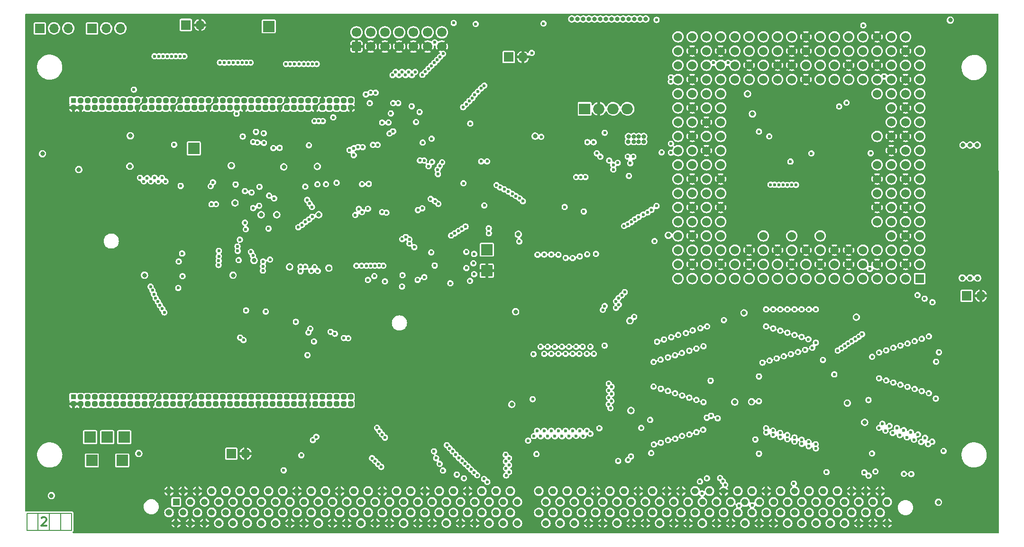
<source format=gbr>
G04 #@! TF.GenerationSoftware,KiCad,Pcbnew,7.0.6-0*
G04 #@! TF.CreationDate,2024-01-07T13:47:21+01:00*
G04 #@! TF.ProjectId,Z3660_v021a,5a333636-305f-4763-9032-31612e6b6963,v0.21*
G04 #@! TF.SameCoordinates,Original*
G04 #@! TF.FileFunction,Copper,L2,Inr*
G04 #@! TF.FilePolarity,Positive*
%FSLAX46Y46*%
G04 Gerber Fmt 4.6, Leading zero omitted, Abs format (unit mm)*
G04 Created by KiCad (PCBNEW 7.0.6-0) date 2024-01-07 13:47:21*
%MOMM*%
%LPD*%
G01*
G04 APERTURE LIST*
G04 Aperture macros list*
%AMRoundRect*
0 Rectangle with rounded corners*
0 $1 Rounding radius*
0 $2 $3 $4 $5 $6 $7 $8 $9 X,Y pos of 4 corners*
0 Add a 4 corners polygon primitive as box body*
4,1,4,$2,$3,$4,$5,$6,$7,$8,$9,$2,$3,0*
0 Add four circle primitives for the rounded corners*
1,1,$1+$1,$2,$3*
1,1,$1+$1,$4,$5*
1,1,$1+$1,$6,$7*
1,1,$1+$1,$8,$9*
0 Add four rect primitives between the rounded corners*
20,1,$1+$1,$2,$3,$4,$5,0*
20,1,$1+$1,$4,$5,$6,$7,0*
20,1,$1+$1,$6,$7,$8,$9,0*
20,1,$1+$1,$8,$9,$2,$3,0*%
G04 Aperture macros list end*
G04 #@! TA.AperFunction,NonConductor*
%ADD10C,0.150000*%
G04 #@! TD*
%ADD11C,0.300000*%
G04 #@! TA.AperFunction,NonConductor*
%ADD12C,0.300000*%
G04 #@! TD*
G04 #@! TA.AperFunction,ComponentPad*
%ADD13R,1.700000X1.700000*%
G04 #@! TD*
G04 #@! TA.AperFunction,ComponentPad*
%ADD14O,1.700000X1.700000*%
G04 #@! TD*
G04 #@! TA.AperFunction,ComponentPad*
%ADD15RoundRect,0.250000X0.600000X-0.600000X0.600000X0.600000X-0.600000X0.600000X-0.600000X-0.600000X0*%
G04 #@! TD*
G04 #@! TA.AperFunction,ComponentPad*
%ADD16C,1.700000*%
G04 #@! TD*
G04 #@! TA.AperFunction,ComponentPad*
%ADD17R,2.000000X2.000000*%
G04 #@! TD*
G04 #@! TA.AperFunction,ComponentPad*
%ADD18R,2.000000X1.905000*%
G04 #@! TD*
G04 #@! TA.AperFunction,ComponentPad*
%ADD19O,2.000000X1.905000*%
G04 #@! TD*
G04 #@! TA.AperFunction,ComponentPad*
%ADD20R,1.524000X1.524000*%
G04 #@! TD*
G04 #@! TA.AperFunction,ComponentPad*
%ADD21C,1.524000*%
G04 #@! TD*
G04 #@! TA.AperFunction,ComponentPad*
%ADD22R,0.950000X0.950000*%
G04 #@! TD*
G04 #@! TA.AperFunction,ComponentPad*
%ADD23RoundRect,0.237500X-0.237500X0.237500X-0.237500X-0.237500X0.237500X-0.237500X0.237500X0.237500X0*%
G04 #@! TD*
G04 #@! TA.AperFunction,ComponentPad*
%ADD24R,1.200000X1.200000*%
G04 #@! TD*
G04 #@! TA.AperFunction,ComponentPad*
%ADD25O,1.200000X1.200000*%
G04 #@! TD*
G04 #@! TA.AperFunction,ViaPad*
%ADD26C,0.800000*%
G04 #@! TD*
G04 #@! TA.AperFunction,ViaPad*
%ADD27C,0.600000*%
G04 #@! TD*
G04 #@! TA.AperFunction,Conductor*
%ADD28C,0.300000*%
G04 #@! TD*
G04 APERTURE END LIST*
D10*
X84582000Y-118999000D02*
X84582000Y-122047000D01*
X82582000Y-118999000D02*
X82582000Y-122047000D01*
X86582000Y-118999000D02*
X86582000Y-122047000D01*
X80576000Y-118999000D02*
X88576000Y-118999000D01*
X88576000Y-122047000D02*
X80576000Y-122047000D01*
X88576000Y-118999000D02*
X88576000Y-122047000D01*
X80576000Y-122047000D02*
X80576000Y-118999000D01*
D11*
D12*
X83195429Y-119844185D02*
X83266857Y-119772757D01*
X83266857Y-119772757D02*
X83409715Y-119701328D01*
X83409715Y-119701328D02*
X83766857Y-119701328D01*
X83766857Y-119701328D02*
X83909715Y-119772757D01*
X83909715Y-119772757D02*
X83981143Y-119844185D01*
X83981143Y-119844185D02*
X84052572Y-119987042D01*
X84052572Y-119987042D02*
X84052572Y-120129900D01*
X84052572Y-120129900D02*
X83981143Y-120344185D01*
X83981143Y-120344185D02*
X83124000Y-121201328D01*
X83124000Y-121201328D02*
X84052572Y-121201328D01*
D13*
X248412000Y-80137000D03*
D14*
X250952000Y-80137000D03*
D13*
X108981000Y-31750000D03*
D14*
X111521000Y-31750000D03*
D15*
X139446000Y-35610800D03*
D16*
X139446000Y-33070800D03*
X141986000Y-35610800D03*
X141986000Y-33070800D03*
X144526000Y-35610800D03*
X144526000Y-33070800D03*
X147066000Y-35610800D03*
X147066000Y-33070800D03*
X149606000Y-35610800D03*
X149606000Y-33070800D03*
X152146000Y-35610800D03*
X152146000Y-33070800D03*
X154686000Y-35610800D03*
X154686000Y-33070800D03*
D17*
X123768000Y-32004000D03*
X162712400Y-75641200D03*
X110388400Y-53797200D03*
X92178000Y-109551600D03*
X97613600Y-109551600D03*
X94921200Y-105386000D03*
D13*
X166624000Y-37490400D03*
D14*
X169164000Y-37490400D03*
D13*
X117094000Y-108331000D03*
D14*
X119634000Y-108331000D03*
D17*
X97969200Y-105386000D03*
D13*
X82895300Y-32361200D03*
D14*
X85435300Y-32361200D03*
X87975300Y-32361200D03*
D18*
X180213000Y-46736000D03*
D19*
X182753000Y-46736000D03*
X185293000Y-46736000D03*
X187833000Y-46736000D03*
D13*
X92191700Y-32361200D03*
D14*
X94731700Y-32361200D03*
X97271700Y-32361200D03*
D17*
X91873200Y-105386000D03*
X162712400Y-71882000D03*
D20*
X240055000Y-77050900D03*
D21*
X237515000Y-77050900D03*
X234975000Y-77050900D03*
X232435000Y-77050900D03*
X229895000Y-77050900D03*
X227355000Y-77050900D03*
X224815000Y-77050900D03*
X222275000Y-77050900D03*
X219735000Y-77050900D03*
X217195000Y-77050900D03*
X214655000Y-77050900D03*
X212115000Y-77050900D03*
X209575000Y-77050900D03*
X207035000Y-77050900D03*
X204495000Y-77050900D03*
X201955000Y-77050900D03*
X199415000Y-77050900D03*
X196875000Y-77050900D03*
X240055000Y-74510900D03*
X237515000Y-74510900D03*
X234975000Y-74510900D03*
X232435000Y-74510900D03*
X229895000Y-74510900D03*
X227355000Y-74510900D03*
X224815000Y-74510900D03*
X222275000Y-74510900D03*
X219735000Y-74510900D03*
X217195000Y-74510900D03*
X214655000Y-74510900D03*
X212115000Y-74510900D03*
X209575000Y-74510900D03*
X207035000Y-74510900D03*
X204495000Y-74510900D03*
X201955000Y-74510900D03*
X199415000Y-74510900D03*
X196875000Y-74510900D03*
X240055000Y-71970900D03*
X237515000Y-71970900D03*
X234975000Y-71970900D03*
X232435000Y-71970900D03*
X229895000Y-71970900D03*
X227355000Y-71970900D03*
X224815000Y-71970900D03*
X222275000Y-71970900D03*
X219735000Y-71970900D03*
X217195000Y-71970900D03*
X214655000Y-71970900D03*
X212115000Y-71970900D03*
X209575000Y-71970900D03*
X207035000Y-71970900D03*
X204495000Y-71970900D03*
X201955000Y-71970900D03*
X199415000Y-71970900D03*
X196875000Y-71970900D03*
X240055000Y-69430900D03*
X237515000Y-69430900D03*
X234975000Y-69430900D03*
X201955000Y-69430900D03*
X199415000Y-69430900D03*
X196875000Y-69430900D03*
X240055000Y-66890900D03*
X237515000Y-66890900D03*
X234975000Y-66890900D03*
X201955000Y-66890900D03*
X199415000Y-66890900D03*
X196875000Y-66890900D03*
X240055000Y-64350900D03*
X237515000Y-64350900D03*
X234975000Y-64350900D03*
X201955000Y-64350900D03*
X199415000Y-64350900D03*
X196875000Y-64350900D03*
X240055000Y-61810900D03*
X237515000Y-61810900D03*
X234975000Y-61810900D03*
X201955000Y-61810900D03*
X199415000Y-61810900D03*
X196875000Y-61810900D03*
X240055000Y-59270900D03*
X237515000Y-59270900D03*
X234975000Y-59270900D03*
X201955000Y-59270900D03*
X199415000Y-59270900D03*
X196875000Y-59270900D03*
X240055000Y-56730900D03*
X237515000Y-56730900D03*
X234975000Y-56730900D03*
X201955000Y-56730900D03*
X199415000Y-56730900D03*
X196875000Y-56730900D03*
X240055000Y-54190900D03*
X237515000Y-54190900D03*
X234975000Y-54190900D03*
X201955000Y-54190900D03*
X199415000Y-54190900D03*
X196875000Y-54190900D03*
X240055000Y-51650900D03*
X237515000Y-51650900D03*
X234975000Y-51650900D03*
X201955000Y-51650900D03*
X199415000Y-51650900D03*
X196875000Y-51650900D03*
X240055000Y-49110900D03*
X237515000Y-49110900D03*
X234975000Y-49110900D03*
X201955000Y-49110900D03*
X199415000Y-49110900D03*
X196875000Y-49110900D03*
X240055000Y-46570900D03*
X237515000Y-46570900D03*
X234975000Y-46570900D03*
X201955000Y-46570900D03*
X199415000Y-46570900D03*
X196875000Y-46570900D03*
X240055000Y-44030900D03*
X237515000Y-44030900D03*
X234975000Y-44030900D03*
X201955000Y-44030900D03*
X199415000Y-44030900D03*
X196875000Y-44030900D03*
X240055000Y-41490900D03*
X237515000Y-41490900D03*
X234975000Y-41490900D03*
X201955000Y-41490900D03*
X199415000Y-41490900D03*
X196875000Y-41490900D03*
X240055000Y-38950900D03*
X237515000Y-38950900D03*
X234975000Y-38950900D03*
X232435000Y-38950900D03*
X229895000Y-38950900D03*
X227355000Y-38950900D03*
X224815000Y-38950900D03*
X222275000Y-38950900D03*
X219735000Y-38950900D03*
X217195000Y-38950900D03*
X214655000Y-38950900D03*
X212115000Y-38950900D03*
X209575000Y-38950900D03*
X207035000Y-38950900D03*
X204495000Y-38950900D03*
X201955000Y-38950900D03*
X199415000Y-38950900D03*
X196875000Y-38950900D03*
X240055000Y-36410900D03*
X237515000Y-36410900D03*
X234975000Y-36410900D03*
X232435000Y-36410900D03*
X229895000Y-36410900D03*
X227355000Y-36410900D03*
X224815000Y-36410900D03*
X222275000Y-36410900D03*
X219735000Y-36410900D03*
X217195000Y-36410900D03*
X214655000Y-36410900D03*
X212115000Y-36410900D03*
X209575000Y-36410900D03*
X207035000Y-36410900D03*
X204495000Y-36410900D03*
X201955000Y-36410900D03*
X199415000Y-36410900D03*
X196875000Y-36410900D03*
X237515000Y-33870900D03*
X234975000Y-33870900D03*
X232435000Y-33870900D03*
X229895000Y-33870900D03*
X227355000Y-33870900D03*
X224815000Y-33870900D03*
X222275000Y-33870900D03*
X219735000Y-33870900D03*
X217195000Y-33870900D03*
X214655000Y-33870900D03*
X212115000Y-33870900D03*
X209575000Y-33870900D03*
X207035000Y-33870900D03*
X204495000Y-33870900D03*
X201955000Y-33870900D03*
X199415000Y-33870900D03*
X196875000Y-33870900D03*
X222275000Y-69430900D03*
X217195000Y-69430900D03*
X212115000Y-69430900D03*
X204495000Y-69430900D03*
X232435000Y-66890900D03*
X204495000Y-66890900D03*
X232435000Y-64350900D03*
X204495000Y-64350900D03*
X232435000Y-61810900D03*
X204495000Y-61810900D03*
X232435000Y-59270900D03*
X204495000Y-59270900D03*
X232435000Y-56730900D03*
X204495000Y-56730900D03*
X204495000Y-54190900D03*
X232435000Y-51650900D03*
X204495000Y-51650900D03*
X204495000Y-49110900D03*
X204495000Y-46570900D03*
X232435000Y-44030900D03*
X204495000Y-44030900D03*
X232435000Y-41490900D03*
X229895000Y-41490900D03*
X227355000Y-41490900D03*
X224815000Y-41490900D03*
X222275000Y-41490900D03*
X219735000Y-41490900D03*
X217195000Y-41490900D03*
X214655000Y-41490900D03*
X212115000Y-41490900D03*
X209575000Y-41490900D03*
X207035000Y-41490900D03*
X204495000Y-41490900D03*
D22*
X88883000Y-45256500D03*
D23*
X88883000Y-46526500D03*
X90153000Y-45256500D03*
X90153000Y-46526500D03*
X91423000Y-45256500D03*
X91423000Y-46526500D03*
X92693000Y-45256500D03*
X92693000Y-46526500D03*
X93963000Y-45256500D03*
X93963000Y-46526500D03*
X95233000Y-45256500D03*
X95233000Y-46526500D03*
X96503000Y-45256500D03*
X96503000Y-46526500D03*
X97773000Y-45256500D03*
X97773000Y-46526500D03*
X99043000Y-45256500D03*
X99043000Y-46526500D03*
X100313000Y-45256500D03*
X100313000Y-46526500D03*
X101583000Y-45256500D03*
X101583000Y-46526500D03*
X102853000Y-45256500D03*
X102853000Y-46526500D03*
X104123000Y-45256500D03*
X104123000Y-46526500D03*
X105393000Y-45256500D03*
X105393000Y-46526500D03*
X106663000Y-45256500D03*
X106663000Y-46526500D03*
X107933000Y-45256500D03*
X107933000Y-46526500D03*
X109203000Y-45256500D03*
X109203000Y-46526500D03*
X110473000Y-45256500D03*
X110473000Y-46526500D03*
X111743000Y-45256500D03*
X111743000Y-46526500D03*
X113013000Y-45256500D03*
X113013000Y-46526500D03*
X114283000Y-45256500D03*
X114283000Y-46526500D03*
X115553000Y-45256500D03*
X115553000Y-46526500D03*
X116823000Y-45256500D03*
X116823000Y-46526500D03*
X118093000Y-45256500D03*
X118093000Y-46526500D03*
X119363000Y-45256500D03*
X119363000Y-46526500D03*
X120633000Y-45256500D03*
X120633000Y-46526500D03*
X121903000Y-45256500D03*
X121903000Y-46526500D03*
X123173000Y-45256500D03*
X123173000Y-46526500D03*
X124443000Y-45256500D03*
X124443000Y-46526500D03*
X125713000Y-45256500D03*
X125713000Y-46526500D03*
X126983000Y-45256500D03*
X126983000Y-46526500D03*
X128253000Y-45256500D03*
X128253000Y-46526500D03*
X129523000Y-45256500D03*
X129523000Y-46526500D03*
X130793000Y-45256500D03*
X130793000Y-46526500D03*
X132063000Y-45256500D03*
X132063000Y-46526500D03*
X133333000Y-45256500D03*
X133333000Y-46526500D03*
X134603000Y-45256500D03*
X134603000Y-46526500D03*
X135873000Y-45256500D03*
X135873000Y-46526500D03*
X137143000Y-45256500D03*
X137143000Y-46526500D03*
X138413000Y-45256500D03*
X138413000Y-46526500D03*
D22*
X88883000Y-98193000D03*
D23*
X88883000Y-99463000D03*
X90153000Y-98193000D03*
X90153000Y-99463000D03*
X91423000Y-98193000D03*
X91423000Y-99463000D03*
X92693000Y-98193000D03*
X92693000Y-99463000D03*
X93963000Y-98193000D03*
X93963000Y-99463000D03*
X95233000Y-98193000D03*
X95233000Y-99463000D03*
X96503000Y-98193000D03*
X96503000Y-99463000D03*
X97773000Y-98193000D03*
X97773000Y-99463000D03*
X99043000Y-98193000D03*
X99043000Y-99463000D03*
X100313000Y-98193000D03*
X100313000Y-99463000D03*
X101583000Y-98193000D03*
X101583000Y-99463000D03*
X102853000Y-98193000D03*
X102853000Y-99463000D03*
X104123000Y-98193000D03*
X104123000Y-99463000D03*
X105393000Y-98193000D03*
X105393000Y-99463000D03*
X106663000Y-98193000D03*
X106663000Y-99463000D03*
X107933000Y-98193000D03*
X107933000Y-99463000D03*
X109203000Y-98193000D03*
X109203000Y-99463000D03*
X110473000Y-98193000D03*
X110473000Y-99463000D03*
X111743000Y-98193000D03*
X111743000Y-99463000D03*
X113013000Y-98193000D03*
X113013000Y-99463000D03*
X114283000Y-98193000D03*
X114283000Y-99463000D03*
X115553000Y-98193000D03*
X115553000Y-99463000D03*
X116823000Y-98193000D03*
X116823000Y-99463000D03*
X118093000Y-98193000D03*
X118093000Y-99463000D03*
X119363000Y-98193000D03*
X119363000Y-99463000D03*
X120633000Y-98193000D03*
X120633000Y-99463000D03*
X121903000Y-98193000D03*
X121903000Y-99463000D03*
X123173000Y-98193000D03*
X123173000Y-99463000D03*
X124443000Y-98193000D03*
X124443000Y-99463000D03*
X125713000Y-98193000D03*
X125713000Y-99463000D03*
X126983000Y-98193000D03*
X126983000Y-99463000D03*
X128253000Y-98193000D03*
X128253000Y-99463000D03*
X129523000Y-98193000D03*
X129523000Y-99463000D03*
X130793000Y-98193000D03*
X130793000Y-99463000D03*
X132063000Y-98193000D03*
X132063000Y-99463000D03*
X133333000Y-98193000D03*
X133333000Y-99463000D03*
X134603000Y-98193000D03*
X134603000Y-99463000D03*
X135873000Y-98193000D03*
X135873000Y-99463000D03*
X137143000Y-98193000D03*
X137143000Y-99463000D03*
X138413000Y-98193000D03*
X138413000Y-99463000D03*
D24*
X107239000Y-116954500D03*
D25*
X105964986Y-115024415D03*
X107234986Y-120739415D03*
X105964986Y-118859500D03*
X109774986Y-116954500D03*
X108504986Y-115024415D03*
X109774986Y-120739415D03*
X108504986Y-118859500D03*
X112314986Y-116929415D03*
X111044986Y-115024415D03*
X112314986Y-120739415D03*
X111044986Y-118859500D03*
X114854986Y-116954500D03*
X113584986Y-115024415D03*
X114854986Y-120739415D03*
X113584986Y-118834415D03*
X117394986Y-116954500D03*
X116124986Y-115024415D03*
X117394986Y-120739415D03*
X116124986Y-118859500D03*
X119934986Y-116954500D03*
X118664986Y-115024415D03*
X119934986Y-120739415D03*
X118664986Y-118859500D03*
X122474986Y-116954500D03*
X121204986Y-115024415D03*
X122474986Y-120739415D03*
X121204986Y-118834415D03*
X125014986Y-116954500D03*
X123744986Y-115024415D03*
X125014986Y-120739415D03*
X123744986Y-118859500D03*
X127554986Y-116954500D03*
X126284986Y-115024415D03*
X127554986Y-120739415D03*
X126284986Y-118834415D03*
X130094986Y-116954500D03*
X128824986Y-115024415D03*
X130094986Y-120739415D03*
X128824986Y-118859500D03*
X132634986Y-116929415D03*
X131364986Y-115024415D03*
X132634986Y-120739415D03*
X131364986Y-118834415D03*
X135174986Y-116954500D03*
X133904986Y-115024415D03*
X135174986Y-120739415D03*
X133904986Y-118859500D03*
X137714986Y-116929415D03*
X136444986Y-115024415D03*
X137714986Y-120739415D03*
X136444986Y-118859500D03*
X140254986Y-116954500D03*
X138984986Y-115024415D03*
X140254986Y-120739415D03*
X138984986Y-118859500D03*
X142794986Y-116954500D03*
X141524986Y-115024415D03*
X142794986Y-120739415D03*
X141524986Y-118834415D03*
X145334986Y-116954500D03*
X144064986Y-115024415D03*
X145334986Y-120739415D03*
X144064986Y-118859500D03*
X147874986Y-116954500D03*
X146604986Y-115024415D03*
X147874986Y-120739415D03*
X146604986Y-118859500D03*
X150414986Y-116954500D03*
X149144986Y-115024415D03*
X150414986Y-120739415D03*
X149144986Y-118834415D03*
X152954986Y-116954500D03*
X151684986Y-115024415D03*
X152954986Y-120739415D03*
X151684986Y-118859500D03*
X155494986Y-116954500D03*
X154224986Y-115024415D03*
X155494986Y-120739415D03*
X154224986Y-118834415D03*
X158034986Y-116954500D03*
X156764986Y-115024415D03*
X158034986Y-120739415D03*
X156764986Y-118859500D03*
X160574986Y-116954500D03*
X159304986Y-115024415D03*
X160574986Y-120739415D03*
X159304986Y-118834415D03*
X163114986Y-116954500D03*
X161844986Y-115024415D03*
X163114986Y-120739415D03*
X161844986Y-118859500D03*
X165654986Y-116954500D03*
X164384986Y-115024415D03*
X165654986Y-120739415D03*
X164384986Y-118834415D03*
X168194986Y-116929415D03*
X166924986Y-115024415D03*
X168194986Y-120739415D03*
X166924986Y-118859500D03*
X173274986Y-116929415D03*
X172004986Y-115024415D03*
X173274986Y-120739415D03*
X172004986Y-118859500D03*
X175814986Y-116929415D03*
X174544986Y-115024415D03*
X175814986Y-120739415D03*
X174544986Y-118834415D03*
X178354986Y-116929415D03*
X177084986Y-115024415D03*
X178354986Y-120739415D03*
X177084986Y-118859500D03*
X180894986Y-116954500D03*
X179624986Y-115024415D03*
X180894986Y-120739415D03*
X179624986Y-118859500D03*
X183434986Y-116954500D03*
X182164986Y-115024415D03*
X183434986Y-120739415D03*
X182164986Y-118834415D03*
X185974986Y-116929415D03*
X184704986Y-115024415D03*
X185974986Y-120739415D03*
X184704986Y-118859500D03*
X188514986Y-116954500D03*
X187244986Y-115024415D03*
X188514986Y-120739415D03*
X187244986Y-118859500D03*
X191054986Y-116929415D03*
X189784986Y-115024415D03*
X191054986Y-120739415D03*
X189784986Y-118859500D03*
X193594986Y-116929415D03*
X192324986Y-115024415D03*
X193594986Y-120739415D03*
X192324986Y-118834415D03*
X196134986Y-116929415D03*
X194864986Y-115024415D03*
X196134986Y-120739415D03*
X194864986Y-118859500D03*
X198674986Y-116954500D03*
X197404986Y-115024415D03*
X198674986Y-120739415D03*
X197404986Y-118859500D03*
X201219000Y-116954500D03*
X199944986Y-115024415D03*
X201214986Y-120739415D03*
X199944986Y-118859500D03*
X203754986Y-116929415D03*
X202484986Y-115024415D03*
X203754986Y-120739415D03*
X202484986Y-118859500D03*
X206294986Y-116954500D03*
X205024986Y-115024415D03*
X206294986Y-120739415D03*
X205024986Y-118834415D03*
X208834986Y-116954500D03*
X207564986Y-115024415D03*
X208834986Y-120739415D03*
X207564986Y-118859500D03*
X211379000Y-116954500D03*
X210104986Y-115024415D03*
X211374986Y-120739415D03*
X210104986Y-118859500D03*
X213919000Y-116954500D03*
X212644986Y-115024415D03*
X213914986Y-120739415D03*
X212644986Y-118859500D03*
X216454986Y-116954500D03*
X215184986Y-115024415D03*
X216454986Y-120739415D03*
X215184986Y-118859500D03*
X218994986Y-116954500D03*
X217724986Y-115024415D03*
X218994986Y-120739415D03*
X217724986Y-118859500D03*
X221534986Y-116954500D03*
X220264986Y-115024415D03*
X221534986Y-120739415D03*
X220264986Y-118859500D03*
X224074986Y-116954500D03*
X222804986Y-115024415D03*
X224074986Y-120739415D03*
X222804986Y-118859500D03*
X226614986Y-116954500D03*
X225344986Y-115024415D03*
X226614986Y-120739415D03*
X225344986Y-118859500D03*
X229154986Y-116954500D03*
X227884986Y-115024415D03*
X229154986Y-120739415D03*
X227884986Y-118834415D03*
X231694986Y-116954500D03*
X230424986Y-115024415D03*
X231694986Y-120739415D03*
X230424986Y-118834415D03*
X234234986Y-116954500D03*
X232964986Y-115024415D03*
X234234986Y-120739415D03*
X232964986Y-118859500D03*
D26*
X176107477Y-30690810D03*
X178077293Y-36969500D03*
X136398000Y-57368982D03*
X92440000Y-115824000D03*
X95758000Y-49834800D03*
X247777000Y-66294000D03*
X203962000Y-95032198D03*
X222732600Y-102187194D03*
X187522898Y-88818502D03*
X224002600Y-107812400D03*
X93878400Y-41300400D03*
X226822000Y-103334445D03*
X224045449Y-91691599D03*
X178119400Y-64185865D03*
X205673697Y-85098000D03*
X116051327Y-75909273D03*
X193497200Y-44348400D03*
X162661602Y-51612802D03*
X89662000Y-90017600D03*
X165137644Y-85740515D03*
X104063800Y-88864000D03*
X203300000Y-112739800D03*
X130849500Y-56903872D03*
X177165000Y-39116000D03*
X188468000Y-102616000D03*
X183769000Y-95123000D03*
X125349000Y-75311000D03*
X179197000Y-39116000D03*
X167175000Y-103789498D03*
X210566000Y-112947670D03*
X250316950Y-65087500D03*
X176149000Y-39116000D03*
X182499000Y-102235000D03*
X249047000Y-66294000D03*
X136144000Y-65786000D03*
X244246400Y-95250000D03*
X242990500Y-82423000D03*
X228600000Y-85979000D03*
X176020094Y-36969500D03*
X180144300Y-36969500D03*
X208788000Y-68326000D03*
X134975600Y-60131226D03*
X249047000Y-65087500D03*
X179122299Y-36969500D03*
X167629700Y-46280400D03*
X114427000Y-89676800D03*
X83362800Y-46837602D03*
X117887764Y-54692564D03*
X108818700Y-108305600D03*
X182480428Y-82858600D03*
X137033000Y-76962000D03*
X122936000Y-56896000D03*
X105997269Y-58899531D03*
X250317000Y-66294000D03*
X180213000Y-39116000D03*
X244246400Y-111912400D03*
X174040800Y-52832000D03*
X117823576Y-65818444D03*
X206933800Y-101600000D03*
X251637800Y-117017800D03*
X87299800Y-59857200D03*
X117855992Y-68377217D03*
X119888000Y-78552412D03*
X87477600Y-54762400D03*
X129565400Y-65648400D03*
X247777008Y-65087500D03*
X184912000Y-110109000D03*
X101854000Y-34798000D03*
X178181000Y-39116000D03*
D27*
X221640400Y-49733200D03*
D26*
X167711400Y-70967602D03*
X177068242Y-36969500D03*
X245000000Y-39400000D03*
X180961720Y-30690810D03*
X181991000Y-30690810D03*
X184023000Y-30690810D03*
X84963000Y-115824000D03*
X188976000Y-52578000D03*
X228727000Y-83947000D03*
X207010000Y-99110800D03*
X188000000Y-52600008D03*
X183007000Y-30690810D03*
X185039000Y-30690810D03*
X189864951Y-52578491D03*
X189865000Y-51689000D03*
X179958443Y-30690810D03*
X208661000Y-83185000D03*
X188067505Y-30690810D03*
X188468000Y-100635003D03*
X167182914Y-99537510D03*
D27*
X231292400Y-54660800D03*
D26*
X189083505Y-30690810D03*
X188290926Y-84597974D03*
X168351200Y-69137000D03*
X249046999Y-76962000D03*
X167868600Y-82971200D03*
X250380503Y-76961998D03*
X89859901Y-57591295D03*
X177907505Y-30690810D03*
X247650001Y-76962000D03*
X243382800Y-117017798D03*
X210018000Y-99060000D03*
X186054443Y-30690810D03*
X171348402Y-51612800D03*
X83362800Y-54762398D03*
D27*
X220675200Y-54711600D03*
D26*
X100584000Y-108305600D03*
X190753951Y-52578491D03*
X230211000Y-102733995D03*
X188976049Y-51688509D03*
X187070443Y-30690810D03*
X227116862Y-99291030D03*
X191121720Y-30690810D03*
X190099505Y-30690810D03*
X188023016Y-51688514D03*
X178929720Y-30690810D03*
X190754000Y-51689000D03*
D27*
X221458418Y-106641000D03*
X241548011Y-106627529D03*
X229743000Y-86995000D03*
X241681000Y-87376000D03*
X221488000Y-82550000D03*
X220206990Y-106241000D03*
X240284000Y-106232500D03*
X220261022Y-82550000D03*
X229142363Y-87443318D03*
X240411000Y-87823500D03*
X218948000Y-105841000D03*
X239014000Y-105832989D03*
X238531404Y-111977996D03*
X239141000Y-88223011D03*
X218948000Y-82550000D03*
X228522450Y-87864581D03*
X237744000Y-105433478D03*
X237210595Y-111936405D03*
X217678001Y-105441000D03*
X227886238Y-88260799D03*
X217678000Y-82550000D03*
X237871000Y-88646000D03*
X216385250Y-105005522D03*
X236474000Y-105033967D03*
X227250503Y-88657783D03*
X236601000Y-89027000D03*
X216408000Y-82550000D03*
X235208289Y-104636782D03*
X215106518Y-104606011D03*
X226652239Y-89109262D03*
X215138000Y-82550000D03*
X235331000Y-89421544D03*
X213836518Y-104206500D03*
X233934000Y-104234945D03*
X226026675Y-89522086D03*
X234061000Y-89871533D03*
X213868000Y-82550000D03*
X232791010Y-103715262D03*
X212599242Y-103787200D03*
X232791000Y-90271044D03*
X217550996Y-113665000D03*
X225399608Y-89932624D03*
X212598000Y-82550000D03*
X192517741Y-91948017D03*
X204397269Y-112667299D03*
X172974000Y-90490500D03*
X193751206Y-91548002D03*
X204891974Y-113275960D03*
X174244000Y-90490500D03*
X205308000Y-113900000D03*
X175524509Y-90490500D03*
X195071998Y-91148000D03*
X196342000Y-90747994D03*
X176784000Y-90490500D03*
X197561200Y-90347996D03*
X178054000Y-90490500D03*
X201168000Y-115443000D03*
X198881820Y-89947985D03*
X179252100Y-90490500D03*
X200787001Y-113309027D03*
X180594000Y-90490500D03*
X200151874Y-89547980D03*
X207772000Y-117602000D03*
X202038403Y-112725200D03*
X201422000Y-89147998D03*
X210108802Y-117551200D03*
X181850245Y-90490500D03*
X130962400Y-53238400D03*
X172440600Y-51739800D03*
X166161681Y-110968633D03*
X151552608Y-76801501D03*
X122751841Y-74860907D03*
X144239369Y-74761431D03*
X150368000Y-77276500D03*
X166195000Y-112220000D03*
X131495800Y-64260600D03*
X154062090Y-63702216D03*
X166703000Y-111591001D03*
X148894800Y-70048997D03*
X119674500Y-68242200D03*
X131072191Y-63641682D03*
X153466802Y-63246004D03*
X130656303Y-63017549D03*
X152700874Y-62822287D03*
X108377606Y-76627608D03*
X149779331Y-71454670D03*
X156210000Y-77892600D03*
X143489382Y-74756609D03*
X147605059Y-70013033D03*
X107701301Y-74010301D03*
X118618000Y-70104000D03*
X148894800Y-70799000D03*
X148260592Y-69648643D03*
X108310901Y-72587901D03*
X122746729Y-75636201D03*
X147675598Y-76454000D03*
X147583400Y-78467600D03*
X142734590Y-74761400D03*
X142646400Y-76606400D03*
X130708400Y-90728800D03*
X128625598Y-84785200D03*
X141969788Y-74761400D03*
X141500000Y-77317600D03*
X131368800Y-75692014D03*
X131852000Y-88293400D03*
X130318513Y-74956541D03*
X141219794Y-74761400D03*
X135890000Y-59943996D03*
X145188345Y-49174400D03*
X113563403Y-63779399D03*
X121513413Y-50850603D03*
X139241964Y-65700600D03*
X186108011Y-56375000D03*
X121005600Y-64465200D03*
X134010400Y-60198000D03*
X144038345Y-49205229D03*
X141986000Y-43840400D03*
X144018000Y-65176400D03*
X188104487Y-58722113D03*
X188346674Y-56449938D03*
X144780000Y-65289400D03*
X142866404Y-43856831D03*
X141822827Y-45716982D03*
X160731204Y-31597600D03*
X107619800Y-78732603D03*
X114884202Y-72100000D03*
X146908302Y-45714698D03*
X132537196Y-75692000D03*
X145999196Y-45720000D03*
X131963647Y-75007508D03*
X133448341Y-48924500D03*
X171075000Y-90551000D03*
X183769000Y-89027000D03*
X118397848Y-73771536D03*
X160324800Y-74320400D03*
X122072400Y-64041706D03*
X180340000Y-58922700D03*
X224784513Y-94178087D03*
X211328000Y-94538800D03*
X159081033Y-75157767D03*
X120599200Y-72288400D03*
X160462400Y-76263758D03*
X120976072Y-72962911D03*
X170925000Y-98600000D03*
X188468000Y-108839000D03*
X203962000Y-102000000D03*
X190301268Y-103727468D03*
X179527200Y-58924988D03*
X189052200Y-83885600D03*
X205078748Y-84490925D03*
X123839651Y-62230523D03*
X232136641Y-111523204D03*
X122783601Y-74015599D03*
X243484400Y-90220800D03*
X231546400Y-91033600D03*
X166098598Y-108515602D03*
X153416000Y-74726800D03*
X171600000Y-108400000D03*
X159715200Y-77470000D03*
X124002987Y-73660187D03*
X244298020Y-107850000D03*
X231521000Y-108300000D03*
X160462392Y-72669232D03*
X168520474Y-70424500D03*
X180035200Y-65074800D03*
X118235561Y-72112785D03*
X145588789Y-47552811D03*
X149301200Y-46278800D03*
X139442885Y-74780709D03*
X150723600Y-47299815D03*
X119278400Y-88036400D03*
X140360400Y-74777598D03*
X150088600Y-49098200D03*
X131949335Y-48924500D03*
X132698838Y-48924500D03*
X118028425Y-47612813D03*
X119126000Y-51679814D03*
X188899996Y-55275000D03*
X138961753Y-55003689D03*
X184588214Y-55975000D03*
X187900000Y-55275000D03*
X183000000Y-55300006D03*
X138201400Y-54116800D03*
X193954400Y-54507878D03*
X182372661Y-54666692D03*
X138963400Y-53761200D03*
X139729913Y-53564087D03*
X181800000Y-52700000D03*
X180699999Y-52700001D03*
X140563600Y-53584600D03*
X131546600Y-66004000D03*
X158276800Y-68172295D03*
X157616400Y-68572295D03*
X130984823Y-66500901D03*
X186189232Y-109619168D03*
X210693000Y-105800000D03*
X156984091Y-68975642D03*
X130351348Y-66929726D03*
X129725947Y-67493400D03*
X156346400Y-69372295D03*
X151536400Y-55981600D03*
X124612400Y-53746400D03*
X230142712Y-111697668D03*
X166126177Y-109718653D03*
X230911400Y-112282800D03*
X125727640Y-53720989D03*
X150783802Y-55959400D03*
X166700200Y-110368600D03*
X178675604Y-58924962D03*
X124739400Y-62752800D03*
X129057400Y-67883600D03*
X187943957Y-109448440D03*
X159054800Y-72288400D03*
X170100000Y-106000000D03*
X166700196Y-109133200D03*
X152806942Y-72376793D03*
X118194553Y-71340620D03*
X223393000Y-111622400D03*
X229971599Y-31833000D03*
X135300000Y-48260000D03*
X118668800Y-87579200D03*
X185327600Y-56758400D03*
X225653600Y-46329600D03*
X119532400Y-61417200D03*
X132486400Y-60221018D03*
X123252241Y-82944947D03*
X226974400Y-45653000D03*
X114362427Y-63765627D03*
X185327600Y-57571011D03*
X162818232Y-113381363D03*
X157734000Y-109102200D03*
X162243232Y-112846451D03*
X157159000Y-108496436D03*
X161010413Y-112191987D03*
X158648400Y-112725200D03*
X156616254Y-107899053D03*
X157378400Y-112064800D03*
X160458775Y-111683854D03*
X156085505Y-107369139D03*
X154896216Y-111359245D03*
X159922637Y-111157112D03*
X155590130Y-106806016D03*
X143865600Y-110693200D03*
X143306800Y-110185200D03*
X142773883Y-109657466D03*
X142233875Y-109136990D03*
X143547284Y-104324929D03*
X135600000Y-86900002D03*
X134830002Y-86569998D03*
X143118658Y-103709474D03*
X144526000Y-105460800D03*
X137979893Y-87720107D03*
X144021114Y-104906297D03*
X137200000Y-87671275D03*
X154305373Y-110160173D03*
X159390350Y-110628743D03*
X158838459Y-110120885D03*
X153684892Y-109123218D03*
X153280621Y-107912865D03*
X158309000Y-109584613D03*
X122887031Y-51103343D03*
X205790800Y-38506400D03*
X121740262Y-52758109D03*
X203200000Y-38506400D03*
X121000248Y-52636111D03*
X180648019Y-72710999D03*
X154736800Y-56286400D03*
X154330400Y-56946800D03*
X179324105Y-73100000D03*
X153924000Y-57607200D03*
X178075000Y-73399835D03*
X176825000Y-73365412D03*
X154005111Y-58389689D03*
X152946319Y-56235016D03*
X175514000Y-72800000D03*
X174244000Y-72771000D03*
X152321237Y-56981436D03*
X172974000Y-72771000D03*
X132270126Y-105323200D03*
X163067999Y-68071999D03*
X163093400Y-68961000D03*
X131663300Y-105898200D03*
X171785054Y-72785554D03*
X221488000Y-88519000D03*
X180594000Y-104267000D03*
X193141600Y-88341200D03*
X221491207Y-107390286D03*
X181229000Y-89214500D03*
X179838001Y-89214500D03*
X220157500Y-87884000D03*
X179324000Y-104267000D03*
X220220077Y-106990889D03*
X194377000Y-87937202D03*
X195662995Y-87530806D03*
X178054000Y-104267000D03*
X178689000Y-89214500D03*
X218948000Y-87503000D03*
X218992004Y-106589711D03*
X196917000Y-87124412D03*
X176784000Y-104267000D03*
X177419000Y-89214500D03*
X217678000Y-87122000D03*
X217678000Y-106191002D03*
X175514000Y-104267000D03*
X216410936Y-105754585D03*
X176149000Y-89214500D03*
X198282943Y-86797957D03*
X216408000Y-86741000D03*
X174244000Y-104267000D03*
X215156184Y-105368811D03*
X215139967Y-86360000D03*
X199498394Y-86319000D03*
X174879000Y-89214500D03*
X173610300Y-89214500D03*
X213886184Y-104969300D03*
X200856208Y-85919000D03*
X172974000Y-104267000D03*
X213868000Y-85979000D03*
X212644557Y-104555060D03*
X202082400Y-85598000D03*
X171704000Y-104267000D03*
X172339000Y-89214500D03*
X212598000Y-85598000D03*
X201362002Y-104055602D03*
X181229000Y-104775000D03*
X211963000Y-92075000D03*
X184794200Y-100203000D03*
X184495428Y-99515077D03*
X213233000Y-91694000D03*
X200152000Y-104500600D03*
X179959000Y-105156000D03*
X178689000Y-105170804D03*
X214503000Y-91313000D03*
X184970834Y-98933000D03*
X198907400Y-104900600D03*
X215773000Y-90932000D03*
X184531000Y-98298000D03*
X177419000Y-105221602D03*
X197586600Y-105170800D03*
X217043000Y-90551000D03*
X185003800Y-97663000D03*
X176149000Y-105221600D03*
X196367400Y-105678800D03*
X174879000Y-105221600D03*
X218313000Y-90170000D03*
X195097400Y-105932800D03*
X184531000Y-97028000D03*
X185003800Y-96393000D03*
X219583000Y-89789000D03*
X193802000Y-106390000D03*
X173609000Y-105221596D03*
X184509022Y-95818500D03*
X192557400Y-106694800D03*
X172339000Y-105221600D03*
X220853000Y-89408000D03*
X201422000Y-99139400D03*
X242256000Y-106200000D03*
X242316000Y-81280000D03*
X241681000Y-97536000D03*
X200152000Y-98739400D03*
X240986000Y-105499998D03*
X240919000Y-80645000D03*
X240411000Y-97155000D03*
X239716000Y-104921116D03*
X198882000Y-98339400D03*
X239141000Y-96774000D03*
X239649000Y-80010000D03*
X197612000Y-97939400D03*
X237871000Y-96393000D03*
X238446000Y-104521000D03*
X196342000Y-97539400D03*
X236601000Y-96012000D03*
X237176000Y-104140000D03*
X235331000Y-95631000D03*
X235966000Y-103759000D03*
X195072000Y-97139400D03*
X234636000Y-103394064D03*
X193802000Y-96739400D03*
X234061000Y-95250000D03*
X233366000Y-102997000D03*
X192518230Y-96333000D03*
X232791000Y-94866056D03*
X129459548Y-74930553D03*
X122926986Y-52814479D03*
X211339433Y-108339427D03*
X150428804Y-64822295D03*
X144526000Y-77571600D03*
X139871780Y-64603548D03*
X151207722Y-64495800D03*
X141499770Y-64588570D03*
X113811745Y-59878544D03*
X149921200Y-40154202D03*
X164449229Y-60371929D03*
X195626410Y-54567795D03*
X103378000Y-37338000D03*
X186827042Y-80046200D03*
X103013327Y-79152814D03*
X101463600Y-59708800D03*
X104164889Y-37363578D03*
X149346200Y-40719401D03*
X165118238Y-60775038D03*
X102073200Y-59099200D03*
X186252829Y-80536029D03*
X103288422Y-79850006D03*
X104913941Y-37337586D03*
X165850832Y-61101232D03*
X148771200Y-40156521D03*
X103566943Y-80545836D03*
X185791800Y-81127600D03*
X102733600Y-59708800D03*
X148196200Y-40719400D03*
X166568850Y-61514450D03*
X105688249Y-37352395D03*
X103978843Y-81172009D03*
X103394000Y-59048400D03*
X186296602Y-81722913D03*
X106437609Y-37337802D03*
X147574000Y-40154200D03*
X167280050Y-61920850D03*
X185791800Y-82277600D03*
X104054400Y-59708800D03*
X104318466Y-81840149D03*
X167936494Y-62323294D03*
X107188000Y-37338000D03*
X147046200Y-40719400D03*
X104755453Y-82449080D03*
X104714800Y-59048400D03*
X183769000Y-81958600D03*
X231140000Y-75336400D03*
X168594900Y-62723400D03*
X107950000Y-37338000D03*
X146424999Y-40154200D03*
X183452908Y-82638740D03*
X105324400Y-59708800D03*
X105127482Y-83099732D03*
X145896200Y-40719400D03*
X108712000Y-37338000D03*
X169169184Y-63223530D03*
X192109787Y-64797027D03*
X154921220Y-36899208D03*
X115062000Y-38481000D03*
X115862103Y-38493363D03*
X191465200Y-65227204D03*
X154390774Y-37429426D03*
X116703920Y-38477681D03*
X190648325Y-65635587D03*
X153881644Y-37980144D03*
X189835682Y-66088396D03*
X153353100Y-38518873D03*
X117475000Y-38481000D03*
X189167328Y-66493331D03*
X152822769Y-39049205D03*
X118268593Y-38481000D03*
X119036730Y-38481000D03*
X188568278Y-66944600D03*
X152292438Y-39579536D03*
X119786232Y-38480782D03*
X151762113Y-40109860D03*
X187920325Y-67344600D03*
X120535734Y-38481004D03*
X187238340Y-67665600D03*
X151221200Y-40665587D03*
X129455500Y-75742800D03*
X123738500Y-68124400D03*
X152857200Y-52070000D03*
X159766000Y-49377608D03*
X213156800Y-51663600D03*
X211328000Y-50800008D03*
X140439002Y-60189951D03*
X162791099Y-56122625D03*
X131219002Y-86013513D03*
X99695000Y-43307000D03*
X141129134Y-44164201D03*
X102671110Y-78486000D03*
X187356854Y-79471200D03*
X100803200Y-59048400D03*
X213386221Y-60287091D03*
X126873000Y-38735000D03*
X158510803Y-46445999D03*
X127635000Y-38735000D03*
X214135844Y-60310928D03*
X159066533Y-45890269D03*
X214885713Y-60325073D03*
X128397000Y-38735000D03*
X159606997Y-45349805D03*
X215635568Y-60310199D03*
X129221787Y-38732739D03*
X160137181Y-44819620D03*
X130048000Y-38735000D03*
X160573552Y-44196603D03*
X216395703Y-60325421D03*
X217144767Y-60299767D03*
X161103884Y-43666272D03*
X130810000Y-38735000D03*
X131572000Y-38735000D03*
X217932000Y-60325000D03*
X161686106Y-43087167D03*
X162257096Y-42600882D03*
X132334000Y-38735000D03*
X172847000Y-31496000D03*
X193040000Y-30861000D03*
X176631600Y-64262000D03*
X193040002Y-64075000D03*
X158546800Y-60026400D03*
X141642238Y-60159038D03*
X119736345Y-82758600D03*
X130877000Y-86681000D03*
X113414096Y-60541036D03*
X145341400Y-51155600D03*
X233680000Y-40944800D03*
X195578801Y-41855749D03*
X195606901Y-41106273D03*
X145983911Y-50768710D03*
X195610620Y-52953406D03*
X143235272Y-53171400D03*
X117856000Y-60248800D03*
X120717008Y-61671200D03*
X122123000Y-60655200D03*
X130308796Y-60631226D03*
X222758000Y-91592400D03*
X140446780Y-65203050D03*
X202692000Y-95300800D03*
X202029747Y-101903749D03*
X162274650Y-63988550D03*
X182818899Y-103785999D03*
X242976400Y-91897200D03*
X211328002Y-98958400D03*
X192097779Y-108226605D03*
X171136261Y-105185519D03*
X158937200Y-67772297D03*
X191899596Y-102301000D03*
X230886006Y-98755200D03*
X119522100Y-67057600D03*
X114824202Y-74625200D03*
X114858800Y-73066600D03*
X114850414Y-73871388D03*
X242916400Y-98499998D03*
X192685237Y-70375000D03*
X182219600Y-72644000D03*
X202774296Y-101566922D03*
X142392404Y-53171400D03*
X151282400Y-52771400D03*
X106872900Y-53138400D03*
X161728987Y-56127313D03*
X153437050Y-34865002D03*
X156819600Y-31394400D03*
X108051600Y-60502798D03*
X129590800Y-108610400D03*
X126441200Y-111302798D03*
D26*
X209296000Y-44069000D03*
X250316942Y-53213000D03*
X125222000Y-65659000D03*
X117099296Y-56890704D03*
D27*
X183800000Y-51000000D03*
D26*
X195141365Y-69325000D03*
X122428000Y-65659000D03*
X132718048Y-65659000D03*
X117398796Y-76454000D03*
X245500000Y-30900000D03*
X99060000Y-51547400D03*
X121158002Y-73812401D03*
D27*
X216941400Y-56159400D03*
D26*
X127508000Y-74985992D03*
X98983812Y-56997600D03*
X132461000Y-57023000D03*
X134518400Y-75184004D03*
X117754400Y-63542600D03*
X101600000Y-76454000D03*
X249046950Y-53213000D03*
X210159600Y-47650400D03*
D27*
X170764200Y-36743200D03*
D26*
X126465577Y-57114312D03*
X247777000Y-53213000D03*
D28*
X132063000Y-46526500D02*
X133333000Y-45256500D01*
X102853000Y-99463000D02*
X104123000Y-98193000D01*
X106663000Y-46526500D02*
X107933000Y-45256500D01*
X109203000Y-99463000D02*
X110473000Y-98193000D01*
X125713000Y-46526500D02*
X126983000Y-45256500D01*
X113013000Y-46526500D02*
X114283000Y-45256500D01*
X100313000Y-46526500D02*
X101583000Y-45256500D01*
G04 #@! TA.AperFunction,Conductor*
G36*
X131047000Y-99300060D02*
G01*
X131036552Y-99279078D01*
X130953666Y-99203516D01*
X130849080Y-99163000D01*
X130765198Y-99163000D01*
X130682750Y-99178412D01*
X130587390Y-99237457D01*
X130539000Y-99301535D01*
X130539000Y-98355939D01*
X130549448Y-98376922D01*
X130632334Y-98452484D01*
X130736920Y-98493000D01*
X130820802Y-98493000D01*
X130903250Y-98477588D01*
X130998610Y-98418543D01*
X131047000Y-98354464D01*
X131047000Y-99300060D01*
G37*
G04 #@! TD.AperFunction*
G04 #@! TA.AperFunction,Conductor*
G36*
X102615077Y-99280246D02*
G01*
X102619002Y-99266879D01*
X102636851Y-99251412D01*
X102615077Y-99280246D01*
G37*
G04 #@! TD.AperFunction*
G04 #@! TA.AperFunction,Conductor*
G36*
X108965077Y-99280246D02*
G01*
X108969002Y-99266879D01*
X108986851Y-99251412D01*
X108965077Y-99280246D01*
G37*
G04 #@! TD.AperFunction*
G04 #@! TA.AperFunction,Conductor*
G36*
X115315077Y-99280246D02*
G01*
X115319002Y-99266879D01*
X115336851Y-99251412D01*
X115315077Y-99280246D01*
G37*
G04 #@! TD.AperFunction*
G04 #@! TA.AperFunction,Conductor*
G36*
X121665077Y-99280246D02*
G01*
X121669002Y-99266879D01*
X121686851Y-99251412D01*
X121665077Y-99280246D01*
G37*
G04 #@! TD.AperFunction*
G04 #@! TA.AperFunction,Conductor*
G36*
X90349121Y-99229002D02*
G01*
X90377319Y-99261544D01*
X90338059Y-99225754D01*
X90349121Y-99229002D01*
G37*
G04 #@! TD.AperFunction*
G04 #@! TA.AperFunction,Conductor*
G36*
X103049121Y-99229002D02*
G01*
X103077319Y-99261544D01*
X103038059Y-99225754D01*
X103049121Y-99229002D01*
G37*
G04 #@! TD.AperFunction*
G04 #@! TA.AperFunction,Conductor*
G36*
X109399121Y-99229002D02*
G01*
X109427319Y-99261544D01*
X109388059Y-99225754D01*
X109399121Y-99229002D01*
G37*
G04 #@! TD.AperFunction*
G04 #@! TA.AperFunction,Conductor*
G36*
X115749121Y-99229002D02*
G01*
X115777319Y-99261544D01*
X115738059Y-99225754D01*
X115749121Y-99229002D01*
G37*
G04 #@! TD.AperFunction*
G04 #@! TA.AperFunction,Conductor*
G36*
X122099121Y-99229002D02*
G01*
X122127319Y-99261544D01*
X122088059Y-99225754D01*
X122099121Y-99229002D01*
G37*
G04 #@! TD.AperFunction*
G04 #@! TA.AperFunction,Conductor*
G36*
X102666893Y-99225380D02*
G01*
X102672658Y-99220386D01*
X102676207Y-99219613D01*
X102666893Y-99225380D01*
G37*
G04 #@! TD.AperFunction*
G04 #@! TA.AperFunction,Conductor*
G36*
X109016893Y-99225380D02*
G01*
X109022658Y-99220386D01*
X109026207Y-99219613D01*
X109016893Y-99225380D01*
G37*
G04 #@! TD.AperFunction*
G04 #@! TA.AperFunction,Conductor*
G36*
X115366893Y-99225380D02*
G01*
X115372658Y-99220386D01*
X115376207Y-99219613D01*
X115366893Y-99225380D01*
G37*
G04 #@! TD.AperFunction*
G04 #@! TA.AperFunction,Conductor*
G36*
X121716893Y-99225380D02*
G01*
X121722658Y-99220386D01*
X121726207Y-99219613D01*
X121716893Y-99225380D01*
G37*
G04 #@! TD.AperFunction*
G04 #@! TA.AperFunction,Conductor*
G36*
X104303342Y-98435614D02*
G01*
X104299792Y-98436386D01*
X104309106Y-98430619D01*
X104303342Y-98435614D01*
G37*
G04 #@! TD.AperFunction*
G04 #@! TA.AperFunction,Conductor*
G36*
X110653342Y-98435614D02*
G01*
X110649792Y-98436386D01*
X110659106Y-98430619D01*
X110653342Y-98435614D01*
G37*
G04 #@! TD.AperFunction*
G04 #@! TA.AperFunction,Conductor*
G36*
X103937940Y-98430245D02*
G01*
X103926879Y-98426998D01*
X103898680Y-98394455D01*
X103937940Y-98430245D01*
G37*
G04 #@! TD.AperFunction*
G04 #@! TA.AperFunction,Conductor*
G36*
X110287940Y-98430245D02*
G01*
X110276879Y-98426998D01*
X110248680Y-98394455D01*
X110287940Y-98430245D01*
G37*
G04 #@! TD.AperFunction*
G04 #@! TA.AperFunction,Conductor*
G36*
X104356998Y-98389121D02*
G01*
X104339148Y-98404587D01*
X104360922Y-98375753D01*
X104356998Y-98389121D01*
G37*
G04 #@! TD.AperFunction*
G04 #@! TA.AperFunction,Conductor*
G36*
X110706998Y-98389121D02*
G01*
X110689148Y-98404587D01*
X110710922Y-98375753D01*
X110706998Y-98389121D01*
G37*
G04 #@! TD.AperFunction*
G04 #@! TA.AperFunction,Conductor*
G36*
X100075077Y-46343746D02*
G01*
X100079002Y-46330379D01*
X100096851Y-46314912D01*
X100075077Y-46343746D01*
G37*
G04 #@! TD.AperFunction*
G04 #@! TA.AperFunction,Conductor*
G36*
X106425077Y-46343746D02*
G01*
X106429002Y-46330379D01*
X106446851Y-46314912D01*
X106425077Y-46343746D01*
G37*
G04 #@! TD.AperFunction*
G04 #@! TA.AperFunction,Conductor*
G36*
X112775077Y-46343746D02*
G01*
X112779002Y-46330379D01*
X112796851Y-46314912D01*
X112775077Y-46343746D01*
G37*
G04 #@! TD.AperFunction*
G04 #@! TA.AperFunction,Conductor*
G36*
X119125077Y-46343746D02*
G01*
X119129002Y-46330379D01*
X119146851Y-46314912D01*
X119125077Y-46343746D01*
G37*
G04 #@! TD.AperFunction*
G04 #@! TA.AperFunction,Conductor*
G36*
X125475077Y-46343746D02*
G01*
X125479002Y-46330379D01*
X125496851Y-46314912D01*
X125475077Y-46343746D01*
G37*
G04 #@! TD.AperFunction*
G04 #@! TA.AperFunction,Conductor*
G36*
X131825077Y-46343746D02*
G01*
X131829002Y-46330379D01*
X131846851Y-46314912D01*
X131825077Y-46343746D01*
G37*
G04 #@! TD.AperFunction*
G04 #@! TA.AperFunction,Conductor*
G36*
X138175077Y-46343746D02*
G01*
X138179002Y-46330379D01*
X138196851Y-46314912D01*
X138175077Y-46343746D01*
G37*
G04 #@! TD.AperFunction*
G04 #@! TA.AperFunction,Conductor*
G36*
X90349121Y-46292502D02*
G01*
X90377319Y-46325044D01*
X90338059Y-46289254D01*
X90349121Y-46292502D01*
G37*
G04 #@! TD.AperFunction*
G04 #@! TA.AperFunction,Conductor*
G36*
X100509121Y-46292502D02*
G01*
X100537319Y-46325044D01*
X100498059Y-46289254D01*
X100509121Y-46292502D01*
G37*
G04 #@! TD.AperFunction*
G04 #@! TA.AperFunction,Conductor*
G36*
X106859121Y-46292502D02*
G01*
X106887319Y-46325044D01*
X106848059Y-46289254D01*
X106859121Y-46292502D01*
G37*
G04 #@! TD.AperFunction*
G04 #@! TA.AperFunction,Conductor*
G36*
X113209121Y-46292502D02*
G01*
X113237319Y-46325044D01*
X113198059Y-46289254D01*
X113209121Y-46292502D01*
G37*
G04 #@! TD.AperFunction*
G04 #@! TA.AperFunction,Conductor*
G36*
X119559121Y-46292502D02*
G01*
X119587319Y-46325044D01*
X119548059Y-46289254D01*
X119559121Y-46292502D01*
G37*
G04 #@! TD.AperFunction*
G04 #@! TA.AperFunction,Conductor*
G36*
X125909121Y-46292502D02*
G01*
X125937319Y-46325044D01*
X125898059Y-46289254D01*
X125909121Y-46292502D01*
G37*
G04 #@! TD.AperFunction*
G04 #@! TA.AperFunction,Conductor*
G36*
X132259121Y-46292502D02*
G01*
X132287319Y-46325044D01*
X132248059Y-46289254D01*
X132259121Y-46292502D01*
G37*
G04 #@! TD.AperFunction*
G04 #@! TA.AperFunction,Conductor*
G36*
X100126893Y-46288880D02*
G01*
X100132658Y-46283886D01*
X100136207Y-46283113D01*
X100126893Y-46288880D01*
G37*
G04 #@! TD.AperFunction*
G04 #@! TA.AperFunction,Conductor*
G36*
X106476893Y-46288880D02*
G01*
X106482658Y-46283886D01*
X106486207Y-46283113D01*
X106476893Y-46288880D01*
G37*
G04 #@! TD.AperFunction*
G04 #@! TA.AperFunction,Conductor*
G36*
X112826893Y-46288880D02*
G01*
X112832658Y-46283886D01*
X112836207Y-46283113D01*
X112826893Y-46288880D01*
G37*
G04 #@! TD.AperFunction*
G04 #@! TA.AperFunction,Conductor*
G36*
X119176893Y-46288880D02*
G01*
X119182658Y-46283886D01*
X119186207Y-46283113D01*
X119176893Y-46288880D01*
G37*
G04 #@! TD.AperFunction*
G04 #@! TA.AperFunction,Conductor*
G36*
X125526893Y-46288880D02*
G01*
X125532658Y-46283886D01*
X125536207Y-46283113D01*
X125526893Y-46288880D01*
G37*
G04 #@! TD.AperFunction*
G04 #@! TA.AperFunction,Conductor*
G36*
X131876893Y-46288880D02*
G01*
X131882658Y-46283886D01*
X131886207Y-46283113D01*
X131876893Y-46288880D01*
G37*
G04 #@! TD.AperFunction*
G04 #@! TA.AperFunction,Conductor*
G36*
X138226893Y-46288880D02*
G01*
X138232658Y-46283886D01*
X138236207Y-46283113D01*
X138226893Y-46288880D01*
G37*
G04 #@! TD.AperFunction*
G04 #@! TA.AperFunction,Conductor*
G36*
X101763342Y-45499114D02*
G01*
X101759792Y-45499886D01*
X101769106Y-45494119D01*
X101763342Y-45499114D01*
G37*
G04 #@! TD.AperFunction*
G04 #@! TA.AperFunction,Conductor*
G36*
X108113342Y-45499114D02*
G01*
X108109792Y-45499886D01*
X108119106Y-45494119D01*
X108113342Y-45499114D01*
G37*
G04 #@! TD.AperFunction*
G04 #@! TA.AperFunction,Conductor*
G36*
X114463342Y-45499114D02*
G01*
X114459792Y-45499886D01*
X114469106Y-45494119D01*
X114463342Y-45499114D01*
G37*
G04 #@! TD.AperFunction*
G04 #@! TA.AperFunction,Conductor*
G36*
X127163342Y-45499114D02*
G01*
X127159792Y-45499886D01*
X127169106Y-45494119D01*
X127163342Y-45499114D01*
G37*
G04 #@! TD.AperFunction*
G04 #@! TA.AperFunction,Conductor*
G36*
X133513342Y-45499114D02*
G01*
X133509792Y-45499886D01*
X133519106Y-45494119D01*
X133513342Y-45499114D01*
G37*
G04 #@! TD.AperFunction*
G04 #@! TA.AperFunction,Conductor*
G36*
X101397940Y-45493745D02*
G01*
X101386879Y-45490498D01*
X101358680Y-45457955D01*
X101397940Y-45493745D01*
G37*
G04 #@! TD.AperFunction*
G04 #@! TA.AperFunction,Conductor*
G36*
X107747940Y-45493745D02*
G01*
X107736879Y-45490498D01*
X107708680Y-45457955D01*
X107747940Y-45493745D01*
G37*
G04 #@! TD.AperFunction*
G04 #@! TA.AperFunction,Conductor*
G36*
X114097940Y-45493745D02*
G01*
X114086879Y-45490498D01*
X114058680Y-45457955D01*
X114097940Y-45493745D01*
G37*
G04 #@! TD.AperFunction*
G04 #@! TA.AperFunction,Conductor*
G36*
X126797940Y-45493745D02*
G01*
X126786879Y-45490498D01*
X126758680Y-45457955D01*
X126797940Y-45493745D01*
G37*
G04 #@! TD.AperFunction*
G04 #@! TA.AperFunction,Conductor*
G36*
X133147940Y-45493745D02*
G01*
X133136879Y-45490498D01*
X133108680Y-45457955D01*
X133147940Y-45493745D01*
G37*
G04 #@! TD.AperFunction*
G04 #@! TA.AperFunction,Conductor*
G36*
X101816998Y-45452621D02*
G01*
X101799148Y-45468087D01*
X101820922Y-45439253D01*
X101816998Y-45452621D01*
G37*
G04 #@! TD.AperFunction*
G04 #@! TA.AperFunction,Conductor*
G36*
X108166998Y-45452621D02*
G01*
X108149148Y-45468087D01*
X108170922Y-45439253D01*
X108166998Y-45452621D01*
G37*
G04 #@! TD.AperFunction*
G04 #@! TA.AperFunction,Conductor*
G36*
X114516998Y-45452621D02*
G01*
X114499148Y-45468087D01*
X114520922Y-45439253D01*
X114516998Y-45452621D01*
G37*
G04 #@! TD.AperFunction*
G04 #@! TA.AperFunction,Conductor*
G36*
X127216998Y-45452621D02*
G01*
X127199148Y-45468087D01*
X127220922Y-45439253D01*
X127216998Y-45452621D01*
G37*
G04 #@! TD.AperFunction*
G04 #@! TA.AperFunction,Conductor*
G36*
X133566998Y-45452621D02*
G01*
X133549148Y-45468087D01*
X133570922Y-45439253D01*
X133566998Y-45452621D01*
G37*
G04 #@! TD.AperFunction*
G04 #@! TA.AperFunction,Conductor*
G36*
X254069224Y-29763502D02*
G01*
X254115717Y-29817158D01*
X254127103Y-29869414D01*
X254165000Y-85274000D01*
X254165000Y-122403500D01*
X254144998Y-122471621D01*
X254091342Y-122518114D01*
X254039000Y-122529500D01*
X88867680Y-122529500D01*
X88799559Y-122509498D01*
X88753066Y-122455842D01*
X88742962Y-122385568D01*
X88772456Y-122320988D01*
X88786688Y-122306979D01*
X88791062Y-122303308D01*
X88791063Y-122303306D01*
X88791066Y-122303305D01*
X88802801Y-122289318D01*
X88818325Y-122273795D01*
X88832305Y-122262066D01*
X88841429Y-122246260D01*
X88854026Y-122228271D01*
X88865757Y-122214292D01*
X88872000Y-122197138D01*
X88881280Y-122177236D01*
X88890405Y-122161434D01*
X88893573Y-122143463D01*
X88899259Y-122122244D01*
X88905499Y-122105102D01*
X88905500Y-122105099D01*
X88905500Y-120485414D01*
X106419566Y-120485414D01*
X106419567Y-120485415D01*
X106923300Y-120485415D01*
X106907345Y-120501370D01*
X106849821Y-120614267D01*
X106830000Y-120739415D01*
X106849821Y-120864563D01*
X106907345Y-120977460D01*
X106923300Y-120993415D01*
X106419567Y-120993415D01*
X106450518Y-121088676D01*
X106450520Y-121088679D01*
X106540278Y-121244147D01*
X106660400Y-121377555D01*
X106805633Y-121483073D01*
X106969632Y-121556091D01*
X106980985Y-121558503D01*
X106980985Y-121051100D01*
X106996941Y-121067056D01*
X107109838Y-121124580D01*
X107203505Y-121139415D01*
X107266467Y-121139415D01*
X107360134Y-121124580D01*
X107473031Y-121067056D01*
X107488985Y-121051101D01*
X107488985Y-121558503D01*
X107500338Y-121556091D01*
X107500342Y-121556089D01*
X107664338Y-121483073D01*
X107809571Y-121377555D01*
X107929693Y-121244147D01*
X108019451Y-121088679D01*
X108019453Y-121088676D01*
X108050405Y-120993415D01*
X107546672Y-120993415D01*
X107562627Y-120977460D01*
X107620151Y-120864563D01*
X107639972Y-120739415D01*
X107620151Y-120614267D01*
X107562627Y-120501370D01*
X107546672Y-120485415D01*
X108050405Y-120485415D01*
X108050405Y-120485414D01*
X108959566Y-120485414D01*
X108959567Y-120485415D01*
X109463300Y-120485415D01*
X109447345Y-120501370D01*
X109389821Y-120614267D01*
X109370000Y-120739415D01*
X109389821Y-120864563D01*
X109447345Y-120977460D01*
X109463300Y-120993415D01*
X108959567Y-120993415D01*
X108990518Y-121088676D01*
X108990520Y-121088679D01*
X109080278Y-121244147D01*
X109200400Y-121377555D01*
X109345633Y-121483073D01*
X109509629Y-121556089D01*
X109509633Y-121556091D01*
X109520986Y-121558503D01*
X109520986Y-121051101D01*
X109536941Y-121067056D01*
X109649838Y-121124580D01*
X109743505Y-121139415D01*
X109806467Y-121139415D01*
X109900134Y-121124580D01*
X110013031Y-121067056D01*
X110028986Y-121051101D01*
X110028986Y-121558503D01*
X110040338Y-121556091D01*
X110040342Y-121556089D01*
X110204338Y-121483073D01*
X110349571Y-121377555D01*
X110469693Y-121244147D01*
X110559451Y-121088679D01*
X110559453Y-121088676D01*
X110590405Y-120993415D01*
X110086672Y-120993415D01*
X110102627Y-120977460D01*
X110160151Y-120864563D01*
X110179972Y-120739415D01*
X110160151Y-120614267D01*
X110102627Y-120501370D01*
X110086672Y-120485415D01*
X110590405Y-120485415D01*
X110590405Y-120485414D01*
X111499566Y-120485414D01*
X111499567Y-120485415D01*
X112003300Y-120485415D01*
X111987345Y-120501370D01*
X111929821Y-120614267D01*
X111910000Y-120739415D01*
X111929821Y-120864563D01*
X111987345Y-120977460D01*
X112003300Y-120993415D01*
X111499567Y-120993415D01*
X111530518Y-121088676D01*
X111530520Y-121088679D01*
X111620278Y-121244147D01*
X111740400Y-121377555D01*
X111885633Y-121483073D01*
X112049629Y-121556089D01*
X112049633Y-121556091D01*
X112060986Y-121558503D01*
X112060986Y-121051101D01*
X112076941Y-121067056D01*
X112189838Y-121124580D01*
X112283505Y-121139415D01*
X112346467Y-121139415D01*
X112440134Y-121124580D01*
X112553031Y-121067056D01*
X112568986Y-121051101D01*
X112568986Y-121558503D01*
X112580338Y-121556091D01*
X112580342Y-121556089D01*
X112744338Y-121483073D01*
X112889571Y-121377555D01*
X113009693Y-121244147D01*
X113099451Y-121088679D01*
X113099453Y-121088676D01*
X113130405Y-120993415D01*
X112626672Y-120993415D01*
X112642627Y-120977460D01*
X112700151Y-120864563D01*
X112719972Y-120739415D01*
X112719972Y-120739414D01*
X113995779Y-120739414D01*
X114014554Y-120918054D01*
X114070058Y-121088881D01*
X114070061Y-121088887D01*
X114159871Y-121244441D01*
X114159873Y-121244444D01*
X114280064Y-121377930D01*
X114425382Y-121483510D01*
X114589476Y-121556569D01*
X114765174Y-121593915D01*
X114944798Y-121593915D01*
X115120496Y-121556569D01*
X115284590Y-121483510D01*
X115429908Y-121377930D01*
X115550099Y-121244444D01*
X115639911Y-121088886D01*
X115639979Y-121088679D01*
X115695417Y-120918054D01*
X115701039Y-120864563D01*
X115714193Y-120739415D01*
X116535779Y-120739415D01*
X116554554Y-120918054D01*
X116610058Y-121088881D01*
X116610061Y-121088887D01*
X116699871Y-121244441D01*
X116699873Y-121244444D01*
X116820064Y-121377930D01*
X116965382Y-121483510D01*
X117129476Y-121556569D01*
X117305174Y-121593915D01*
X117484798Y-121593915D01*
X117660496Y-121556569D01*
X117824590Y-121483510D01*
X117969908Y-121377930D01*
X118090099Y-121244444D01*
X118179911Y-121088886D01*
X118179979Y-121088679D01*
X118235417Y-120918054D01*
X118241039Y-120864563D01*
X118254193Y-120739415D01*
X119075779Y-120739415D01*
X119094554Y-120918054D01*
X119150058Y-121088881D01*
X119150061Y-121088887D01*
X119239871Y-121244441D01*
X119239873Y-121244444D01*
X119360064Y-121377930D01*
X119505382Y-121483510D01*
X119669476Y-121556569D01*
X119845174Y-121593915D01*
X120024798Y-121593915D01*
X120200496Y-121556569D01*
X120364590Y-121483510D01*
X120509908Y-121377930D01*
X120630099Y-121244444D01*
X120719911Y-121088886D01*
X120719979Y-121088679D01*
X120775417Y-120918054D01*
X120781039Y-120864563D01*
X120794193Y-120739415D01*
X121615779Y-120739415D01*
X121634554Y-120918054D01*
X121690058Y-121088881D01*
X121690061Y-121088887D01*
X121779871Y-121244441D01*
X121779873Y-121244444D01*
X121900064Y-121377930D01*
X122045382Y-121483510D01*
X122209476Y-121556569D01*
X122385174Y-121593915D01*
X122564798Y-121593915D01*
X122740496Y-121556569D01*
X122904590Y-121483510D01*
X123049908Y-121377930D01*
X123170099Y-121244444D01*
X123259911Y-121088886D01*
X123259979Y-121088679D01*
X123315417Y-120918054D01*
X123321039Y-120864563D01*
X123334193Y-120739415D01*
X124155779Y-120739415D01*
X124174554Y-120918054D01*
X124230058Y-121088881D01*
X124230061Y-121088887D01*
X124319871Y-121244441D01*
X124319873Y-121244444D01*
X124440064Y-121377930D01*
X124585382Y-121483510D01*
X124749476Y-121556569D01*
X124925174Y-121593915D01*
X125104798Y-121593915D01*
X125280496Y-121556569D01*
X125444590Y-121483510D01*
X125589908Y-121377930D01*
X125710099Y-121244444D01*
X125799911Y-121088886D01*
X125799979Y-121088679D01*
X125855417Y-120918054D01*
X125861039Y-120864563D01*
X125874193Y-120739415D01*
X125855417Y-120560776D01*
X125855417Y-120560775D01*
X125830931Y-120485414D01*
X126739566Y-120485414D01*
X126739567Y-120485415D01*
X127243300Y-120485415D01*
X127227345Y-120501370D01*
X127169821Y-120614267D01*
X127150000Y-120739415D01*
X127169821Y-120864563D01*
X127227345Y-120977460D01*
X127243300Y-120993415D01*
X126739567Y-120993415D01*
X126770518Y-121088676D01*
X126770520Y-121088679D01*
X126860278Y-121244147D01*
X126980400Y-121377555D01*
X127125633Y-121483073D01*
X127289632Y-121556091D01*
X127300985Y-121558503D01*
X127300985Y-121051100D01*
X127316941Y-121067056D01*
X127429838Y-121124580D01*
X127523505Y-121139415D01*
X127586467Y-121139415D01*
X127680134Y-121124580D01*
X127793031Y-121067056D01*
X127808986Y-121051101D01*
X127808986Y-121558503D01*
X127820338Y-121556091D01*
X127820342Y-121556089D01*
X127984338Y-121483073D01*
X128129571Y-121377555D01*
X128249693Y-121244147D01*
X128339451Y-121088679D01*
X128339453Y-121088676D01*
X128370405Y-120993415D01*
X127866672Y-120993415D01*
X127882627Y-120977460D01*
X127940151Y-120864563D01*
X127959972Y-120739415D01*
X127940151Y-120614267D01*
X127882627Y-120501370D01*
X127866672Y-120485415D01*
X128370405Y-120485415D01*
X128370405Y-120485414D01*
X129279566Y-120485414D01*
X129279567Y-120485415D01*
X129783300Y-120485415D01*
X129767345Y-120501370D01*
X129709821Y-120614267D01*
X129690000Y-120739415D01*
X129709821Y-120864563D01*
X129767345Y-120977460D01*
X129783300Y-120993415D01*
X129279567Y-120993415D01*
X129310518Y-121088676D01*
X129310520Y-121088679D01*
X129400278Y-121244147D01*
X129520400Y-121377555D01*
X129665633Y-121483073D01*
X129829629Y-121556089D01*
X129829633Y-121556091D01*
X129840986Y-121558503D01*
X129840986Y-121051101D01*
X129856941Y-121067056D01*
X129969838Y-121124580D01*
X130063505Y-121139415D01*
X130126467Y-121139415D01*
X130220134Y-121124580D01*
X130333031Y-121067056D01*
X130348985Y-121051101D01*
X130348985Y-121558503D01*
X130360338Y-121556091D01*
X130360342Y-121556089D01*
X130524338Y-121483073D01*
X130669571Y-121377555D01*
X130789693Y-121244147D01*
X130879451Y-121088679D01*
X130879453Y-121088676D01*
X130910405Y-120993415D01*
X130406672Y-120993415D01*
X130422627Y-120977460D01*
X130480151Y-120864563D01*
X130499972Y-120739415D01*
X130499972Y-120739414D01*
X131775779Y-120739414D01*
X131794554Y-120918054D01*
X131850058Y-121088881D01*
X131850061Y-121088887D01*
X131939871Y-121244441D01*
X131939873Y-121244444D01*
X132060064Y-121377930D01*
X132205382Y-121483510D01*
X132369476Y-121556569D01*
X132545174Y-121593915D01*
X132724798Y-121593915D01*
X132900496Y-121556569D01*
X133064590Y-121483510D01*
X133209908Y-121377930D01*
X133330099Y-121244444D01*
X133419911Y-121088886D01*
X133419979Y-121088679D01*
X133475417Y-120918054D01*
X133481039Y-120864563D01*
X133494193Y-120739415D01*
X133475417Y-120560776D01*
X133475417Y-120560775D01*
X133450931Y-120485414D01*
X134359566Y-120485414D01*
X134359567Y-120485415D01*
X134863300Y-120485415D01*
X134847345Y-120501370D01*
X134789821Y-120614267D01*
X134770000Y-120739415D01*
X134789821Y-120864563D01*
X134847345Y-120977460D01*
X134863300Y-120993415D01*
X134359567Y-120993415D01*
X134390518Y-121088676D01*
X134390520Y-121088679D01*
X134480278Y-121244147D01*
X134600400Y-121377555D01*
X134745633Y-121483073D01*
X134909629Y-121556089D01*
X134909633Y-121556091D01*
X134920986Y-121558503D01*
X134920986Y-121051101D01*
X134936941Y-121067056D01*
X135049838Y-121124580D01*
X135143505Y-121139415D01*
X135206467Y-121139415D01*
X135300134Y-121124580D01*
X135413031Y-121067056D01*
X135428986Y-121051101D01*
X135428986Y-121558503D01*
X135440338Y-121556091D01*
X135440342Y-121556089D01*
X135604338Y-121483073D01*
X135749571Y-121377555D01*
X135869693Y-121244147D01*
X135959451Y-121088679D01*
X135959453Y-121088676D01*
X135990405Y-120993415D01*
X135486672Y-120993415D01*
X135502627Y-120977460D01*
X135560151Y-120864563D01*
X135579972Y-120739415D01*
X135560151Y-120614267D01*
X135502627Y-120501370D01*
X135486672Y-120485415D01*
X135990405Y-120485415D01*
X135990405Y-120485414D01*
X136899566Y-120485414D01*
X136899567Y-120485415D01*
X137403300Y-120485415D01*
X137387345Y-120501370D01*
X137329821Y-120614267D01*
X137310000Y-120739415D01*
X137329821Y-120864563D01*
X137387345Y-120977460D01*
X137403300Y-120993415D01*
X136899567Y-120993415D01*
X136930518Y-121088676D01*
X136930520Y-121088679D01*
X137020278Y-121244147D01*
X137140400Y-121377555D01*
X137285633Y-121483073D01*
X137449629Y-121556089D01*
X137449633Y-121556091D01*
X137460986Y-121558503D01*
X137460986Y-121051101D01*
X137476941Y-121067056D01*
X137589838Y-121124580D01*
X137683505Y-121139415D01*
X137746467Y-121139415D01*
X137840134Y-121124580D01*
X137953031Y-121067056D01*
X137968986Y-121051101D01*
X137968986Y-121558503D01*
X137980338Y-121556091D01*
X137980342Y-121556089D01*
X138144338Y-121483073D01*
X138289571Y-121377555D01*
X138409693Y-121244147D01*
X138499451Y-121088679D01*
X138499453Y-121088676D01*
X138530405Y-120993415D01*
X138026672Y-120993415D01*
X138042627Y-120977460D01*
X138100151Y-120864563D01*
X138119972Y-120739415D01*
X138119972Y-120739414D01*
X139395779Y-120739414D01*
X139414554Y-120918054D01*
X139470058Y-121088881D01*
X139470061Y-121088887D01*
X139559871Y-121244441D01*
X139559873Y-121244444D01*
X139680064Y-121377930D01*
X139825382Y-121483510D01*
X139989476Y-121556569D01*
X140165174Y-121593915D01*
X140344798Y-121593915D01*
X140520496Y-121556569D01*
X140684590Y-121483510D01*
X140829908Y-121377930D01*
X140950099Y-121244444D01*
X141039911Y-121088886D01*
X141039979Y-121088679D01*
X141095417Y-120918054D01*
X141101039Y-120864563D01*
X141114193Y-120739415D01*
X141095417Y-120560776D01*
X141095417Y-120560775D01*
X141070931Y-120485414D01*
X141979566Y-120485414D01*
X141979567Y-120485415D01*
X142483300Y-120485415D01*
X142467345Y-120501370D01*
X142409821Y-120614267D01*
X142390000Y-120739415D01*
X142409821Y-120864563D01*
X142467345Y-120977460D01*
X142483300Y-120993415D01*
X141979567Y-120993415D01*
X142010518Y-121088676D01*
X142010520Y-121088679D01*
X142100278Y-121244147D01*
X142220400Y-121377555D01*
X142365633Y-121483073D01*
X142529629Y-121556089D01*
X142529633Y-121556091D01*
X142540986Y-121558503D01*
X142540986Y-121051101D01*
X142556941Y-121067056D01*
X142669838Y-121124580D01*
X142763505Y-121139415D01*
X142826467Y-121139415D01*
X142920134Y-121124580D01*
X143033031Y-121067056D01*
X143048986Y-121051101D01*
X143048986Y-121558503D01*
X143060338Y-121556091D01*
X143060342Y-121556089D01*
X143224338Y-121483073D01*
X143369571Y-121377555D01*
X143489693Y-121244147D01*
X143579451Y-121088679D01*
X143579453Y-121088676D01*
X143610405Y-120993415D01*
X143106672Y-120993415D01*
X143122627Y-120977460D01*
X143180151Y-120864563D01*
X143199972Y-120739415D01*
X143180151Y-120614267D01*
X143122627Y-120501370D01*
X143106672Y-120485415D01*
X143610405Y-120485415D01*
X143610405Y-120485414D01*
X144519566Y-120485414D01*
X144519567Y-120485415D01*
X145023300Y-120485415D01*
X145007345Y-120501370D01*
X144949821Y-120614267D01*
X144930000Y-120739415D01*
X144949821Y-120864563D01*
X145007345Y-120977460D01*
X145023300Y-120993415D01*
X144519567Y-120993415D01*
X144550518Y-121088676D01*
X144550520Y-121088679D01*
X144640278Y-121244147D01*
X144760400Y-121377555D01*
X144905633Y-121483073D01*
X145069629Y-121556089D01*
X145069633Y-121556091D01*
X145080986Y-121558503D01*
X145080986Y-121051101D01*
X145096941Y-121067056D01*
X145209838Y-121124580D01*
X145303505Y-121139415D01*
X145366467Y-121139415D01*
X145460134Y-121124580D01*
X145573031Y-121067056D01*
X145588986Y-121051101D01*
X145588986Y-121558503D01*
X145600338Y-121556091D01*
X145600342Y-121556089D01*
X145764338Y-121483073D01*
X145909571Y-121377555D01*
X146029693Y-121244147D01*
X146119451Y-121088679D01*
X146119453Y-121088676D01*
X146150405Y-120993415D01*
X145646672Y-120993415D01*
X145662627Y-120977460D01*
X145720151Y-120864563D01*
X145739972Y-120739415D01*
X147015779Y-120739415D01*
X147034554Y-120918054D01*
X147090058Y-121088881D01*
X147090061Y-121088887D01*
X147179871Y-121244441D01*
X147179873Y-121244444D01*
X147300064Y-121377930D01*
X147445382Y-121483510D01*
X147609476Y-121556569D01*
X147785174Y-121593915D01*
X147964798Y-121593915D01*
X148140496Y-121556569D01*
X148304590Y-121483510D01*
X148449908Y-121377930D01*
X148570099Y-121244444D01*
X148659911Y-121088886D01*
X148659979Y-121088679D01*
X148715417Y-120918054D01*
X148721039Y-120864563D01*
X148734193Y-120739415D01*
X148715417Y-120560776D01*
X148715417Y-120560775D01*
X148690931Y-120485414D01*
X149599566Y-120485414D01*
X149599567Y-120485415D01*
X150103300Y-120485415D01*
X150087345Y-120501370D01*
X150029821Y-120614267D01*
X150010000Y-120739415D01*
X150029821Y-120864563D01*
X150087345Y-120977460D01*
X150103300Y-120993415D01*
X149599567Y-120993415D01*
X149630518Y-121088676D01*
X149630520Y-121088679D01*
X149720278Y-121244147D01*
X149840400Y-121377555D01*
X149985633Y-121483073D01*
X150149629Y-121556089D01*
X150149633Y-121556091D01*
X150160986Y-121558503D01*
X150160986Y-121051101D01*
X150176941Y-121067056D01*
X150289838Y-121124580D01*
X150383505Y-121139415D01*
X150446467Y-121139415D01*
X150540134Y-121124580D01*
X150653031Y-121067056D01*
X150668986Y-121051101D01*
X150668986Y-121558503D01*
X150680338Y-121556091D01*
X150680342Y-121556089D01*
X150844338Y-121483073D01*
X150989571Y-121377555D01*
X151109693Y-121244147D01*
X151199451Y-121088679D01*
X151199453Y-121088676D01*
X151230405Y-120993415D01*
X150726672Y-120993415D01*
X150742627Y-120977460D01*
X150800151Y-120864563D01*
X150819972Y-120739415D01*
X150800151Y-120614267D01*
X150742627Y-120501370D01*
X150726672Y-120485415D01*
X151230405Y-120485415D01*
X151230405Y-120485414D01*
X152139566Y-120485414D01*
X152139567Y-120485415D01*
X152643300Y-120485415D01*
X152627345Y-120501370D01*
X152569821Y-120614267D01*
X152550000Y-120739415D01*
X152569821Y-120864563D01*
X152627345Y-120977460D01*
X152643300Y-120993415D01*
X152139567Y-120993415D01*
X152170518Y-121088676D01*
X152170520Y-121088679D01*
X152260278Y-121244147D01*
X152380400Y-121377555D01*
X152525633Y-121483073D01*
X152689629Y-121556089D01*
X152689633Y-121556091D01*
X152700986Y-121558503D01*
X152700986Y-121051101D01*
X152716941Y-121067056D01*
X152829838Y-121124580D01*
X152923505Y-121139415D01*
X152986467Y-121139415D01*
X153080134Y-121124580D01*
X153193031Y-121067056D01*
X153208986Y-121051101D01*
X153208986Y-121558503D01*
X153220338Y-121556091D01*
X153220342Y-121556089D01*
X153384338Y-121483073D01*
X153529571Y-121377555D01*
X153649693Y-121244147D01*
X153739451Y-121088679D01*
X153739453Y-121088676D01*
X153770405Y-120993415D01*
X153266672Y-120993415D01*
X153282627Y-120977460D01*
X153340151Y-120864563D01*
X153359972Y-120739415D01*
X153359972Y-120739414D01*
X154635779Y-120739414D01*
X154654554Y-120918054D01*
X154710058Y-121088881D01*
X154710061Y-121088887D01*
X154799871Y-121244441D01*
X154799873Y-121244444D01*
X154920064Y-121377930D01*
X155065382Y-121483510D01*
X155229476Y-121556569D01*
X155405174Y-121593915D01*
X155584798Y-121593915D01*
X155760496Y-121556569D01*
X155924590Y-121483510D01*
X156069908Y-121377930D01*
X156190099Y-121244444D01*
X156279911Y-121088886D01*
X156279979Y-121088679D01*
X156335417Y-120918054D01*
X156341039Y-120864563D01*
X156354193Y-120739415D01*
X156335417Y-120560776D01*
X156335417Y-120560775D01*
X156310931Y-120485414D01*
X157219566Y-120485414D01*
X157219567Y-120485415D01*
X157723300Y-120485415D01*
X157707345Y-120501370D01*
X157649821Y-120614267D01*
X157630000Y-120739415D01*
X157649821Y-120864563D01*
X157707345Y-120977460D01*
X157723300Y-120993415D01*
X157219567Y-120993415D01*
X157250518Y-121088676D01*
X157250520Y-121088679D01*
X157340278Y-121244147D01*
X157460400Y-121377555D01*
X157605633Y-121483073D01*
X157769629Y-121556089D01*
X157769633Y-121556091D01*
X157780986Y-121558503D01*
X157780986Y-121051101D01*
X157796941Y-121067056D01*
X157909838Y-121124580D01*
X158003505Y-121139415D01*
X158066467Y-121139415D01*
X158160134Y-121124580D01*
X158273031Y-121067056D01*
X158288986Y-121051101D01*
X158288986Y-121558503D01*
X158300338Y-121556091D01*
X158300342Y-121556089D01*
X158464338Y-121483073D01*
X158609571Y-121377555D01*
X158729693Y-121244147D01*
X158819451Y-121088679D01*
X158819453Y-121088676D01*
X158850405Y-120993415D01*
X158346672Y-120993415D01*
X158362627Y-120977460D01*
X158420151Y-120864563D01*
X158439972Y-120739415D01*
X158420151Y-120614267D01*
X158362627Y-120501370D01*
X158346672Y-120485415D01*
X158850405Y-120485415D01*
X158850405Y-120485414D01*
X159759566Y-120485414D01*
X159759567Y-120485415D01*
X160263300Y-120485415D01*
X160247345Y-120501370D01*
X160189821Y-120614267D01*
X160170000Y-120739415D01*
X160189821Y-120864563D01*
X160247345Y-120977460D01*
X160263300Y-120993415D01*
X159759567Y-120993415D01*
X159790518Y-121088676D01*
X159790520Y-121088679D01*
X159880278Y-121244147D01*
X160000400Y-121377555D01*
X160145633Y-121483073D01*
X160309629Y-121556089D01*
X160309633Y-121556091D01*
X160320986Y-121558503D01*
X160320986Y-121051101D01*
X160336941Y-121067056D01*
X160449838Y-121124580D01*
X160543505Y-121139415D01*
X160606467Y-121139415D01*
X160700134Y-121124580D01*
X160813031Y-121067056D01*
X160828986Y-121051101D01*
X160828986Y-121558503D01*
X160840338Y-121556091D01*
X160840342Y-121556089D01*
X161004338Y-121483073D01*
X161149571Y-121377555D01*
X161269693Y-121244147D01*
X161359451Y-121088679D01*
X161359453Y-121088676D01*
X161390405Y-120993415D01*
X160886672Y-120993415D01*
X160902627Y-120977460D01*
X160960151Y-120864563D01*
X160979972Y-120739415D01*
X162255779Y-120739415D01*
X162274554Y-120918054D01*
X162330058Y-121088881D01*
X162330061Y-121088887D01*
X162419871Y-121244441D01*
X162419873Y-121244444D01*
X162540064Y-121377930D01*
X162685382Y-121483510D01*
X162849476Y-121556569D01*
X163025174Y-121593915D01*
X163204798Y-121593915D01*
X163380496Y-121556569D01*
X163544590Y-121483510D01*
X163689908Y-121377930D01*
X163810099Y-121244444D01*
X163899911Y-121088886D01*
X163899979Y-121088679D01*
X163955417Y-120918054D01*
X163961039Y-120864563D01*
X163974193Y-120739415D01*
X164795779Y-120739415D01*
X164814554Y-120918054D01*
X164870058Y-121088881D01*
X164870061Y-121088887D01*
X164959871Y-121244441D01*
X164959873Y-121244444D01*
X165080064Y-121377930D01*
X165225382Y-121483510D01*
X165389476Y-121556569D01*
X165565174Y-121593915D01*
X165744798Y-121593915D01*
X165920496Y-121556569D01*
X166084590Y-121483510D01*
X166229908Y-121377930D01*
X166350099Y-121244444D01*
X166439911Y-121088886D01*
X166439979Y-121088679D01*
X166495417Y-120918054D01*
X166501039Y-120864563D01*
X166514193Y-120739415D01*
X167335779Y-120739415D01*
X167354554Y-120918054D01*
X167410058Y-121088881D01*
X167410061Y-121088887D01*
X167499871Y-121244441D01*
X167499873Y-121244444D01*
X167620064Y-121377930D01*
X167765382Y-121483510D01*
X167929476Y-121556569D01*
X168105174Y-121593915D01*
X168284798Y-121593915D01*
X168460496Y-121556569D01*
X168624590Y-121483510D01*
X168769908Y-121377930D01*
X168890099Y-121244444D01*
X168979911Y-121088886D01*
X168979979Y-121088679D01*
X169035417Y-120918054D01*
X169041039Y-120864563D01*
X169054193Y-120739415D01*
X169054193Y-120739414D01*
X172415779Y-120739414D01*
X172434554Y-120918054D01*
X172490058Y-121088881D01*
X172490061Y-121088887D01*
X172579871Y-121244441D01*
X172579873Y-121244444D01*
X172700064Y-121377930D01*
X172845382Y-121483510D01*
X173009476Y-121556569D01*
X173185174Y-121593915D01*
X173364798Y-121593915D01*
X173540496Y-121556569D01*
X173704590Y-121483510D01*
X173849908Y-121377930D01*
X173970099Y-121244444D01*
X174059911Y-121088886D01*
X174059979Y-121088679D01*
X174115417Y-120918054D01*
X174121039Y-120864563D01*
X174134193Y-120739415D01*
X174134193Y-120739414D01*
X174955779Y-120739414D01*
X174974554Y-120918054D01*
X175030058Y-121088881D01*
X175030061Y-121088887D01*
X175119871Y-121244441D01*
X175119873Y-121244444D01*
X175240064Y-121377930D01*
X175385382Y-121483510D01*
X175549476Y-121556569D01*
X175725174Y-121593915D01*
X175904798Y-121593915D01*
X176080496Y-121556569D01*
X176244590Y-121483510D01*
X176389908Y-121377930D01*
X176510099Y-121244444D01*
X176599911Y-121088886D01*
X176599979Y-121088679D01*
X176655417Y-120918054D01*
X176661039Y-120864563D01*
X176674193Y-120739415D01*
X176674193Y-120739414D01*
X177495779Y-120739414D01*
X177514554Y-120918054D01*
X177570058Y-121088881D01*
X177570061Y-121088887D01*
X177659871Y-121244441D01*
X177659873Y-121244444D01*
X177780064Y-121377930D01*
X177925382Y-121483510D01*
X178089476Y-121556569D01*
X178265174Y-121593915D01*
X178444798Y-121593915D01*
X178620496Y-121556569D01*
X178784590Y-121483510D01*
X178929908Y-121377930D01*
X179050099Y-121244444D01*
X179139911Y-121088886D01*
X179139979Y-121088679D01*
X179195417Y-120918054D01*
X179201039Y-120864563D01*
X179214193Y-120739415D01*
X179195417Y-120560776D01*
X179195417Y-120560775D01*
X179170931Y-120485414D01*
X180079566Y-120485414D01*
X180079567Y-120485415D01*
X180583300Y-120485415D01*
X180567345Y-120501370D01*
X180509821Y-120614267D01*
X180490000Y-120739415D01*
X180509821Y-120864563D01*
X180567345Y-120977460D01*
X180583300Y-120993415D01*
X180079567Y-120993415D01*
X180110518Y-121088676D01*
X180110520Y-121088679D01*
X180200278Y-121244147D01*
X180320400Y-121377555D01*
X180465633Y-121483073D01*
X180629629Y-121556089D01*
X180629633Y-121556091D01*
X180640986Y-121558503D01*
X180640986Y-121051101D01*
X180656941Y-121067056D01*
X180769838Y-121124580D01*
X180863505Y-121139415D01*
X180926467Y-121139415D01*
X181020134Y-121124580D01*
X181133031Y-121067056D01*
X181148986Y-121051101D01*
X181148986Y-121558503D01*
X181160338Y-121556091D01*
X181160342Y-121556089D01*
X181324338Y-121483073D01*
X181469571Y-121377555D01*
X181589693Y-121244147D01*
X181679451Y-121088679D01*
X181679453Y-121088676D01*
X181710405Y-120993415D01*
X181206672Y-120993415D01*
X181222627Y-120977460D01*
X181280151Y-120864563D01*
X181299972Y-120739415D01*
X181280151Y-120614267D01*
X181222627Y-120501370D01*
X181206672Y-120485415D01*
X181710405Y-120485415D01*
X181710405Y-120485414D01*
X182619566Y-120485414D01*
X182619567Y-120485415D01*
X183123300Y-120485415D01*
X183107345Y-120501370D01*
X183049821Y-120614267D01*
X183030000Y-120739415D01*
X183049821Y-120864563D01*
X183107345Y-120977460D01*
X183123300Y-120993415D01*
X182619567Y-120993415D01*
X182650518Y-121088676D01*
X182650520Y-121088679D01*
X182740278Y-121244147D01*
X182860400Y-121377555D01*
X183005633Y-121483073D01*
X183169629Y-121556089D01*
X183169633Y-121556091D01*
X183180985Y-121558503D01*
X183180985Y-121051100D01*
X183196941Y-121067056D01*
X183309838Y-121124580D01*
X183403505Y-121139415D01*
X183466467Y-121139415D01*
X183560134Y-121124580D01*
X183673031Y-121067056D01*
X183688986Y-121051101D01*
X183688986Y-121558503D01*
X183700338Y-121556091D01*
X183700342Y-121556089D01*
X183864338Y-121483073D01*
X184009571Y-121377555D01*
X184129693Y-121244147D01*
X184219451Y-121088679D01*
X184219453Y-121088676D01*
X184250405Y-120993415D01*
X183746672Y-120993415D01*
X183762627Y-120977460D01*
X183820151Y-120864563D01*
X183839972Y-120739415D01*
X185115779Y-120739415D01*
X185134554Y-120918054D01*
X185190058Y-121088881D01*
X185190061Y-121088887D01*
X185279871Y-121244441D01*
X185279873Y-121244444D01*
X185400064Y-121377930D01*
X185545382Y-121483510D01*
X185709476Y-121556569D01*
X185885174Y-121593915D01*
X186064798Y-121593915D01*
X186240496Y-121556569D01*
X186404590Y-121483510D01*
X186549908Y-121377930D01*
X186670099Y-121244444D01*
X186759911Y-121088886D01*
X186759979Y-121088679D01*
X186815417Y-120918054D01*
X186821039Y-120864563D01*
X186834193Y-120739415D01*
X186815417Y-120560776D01*
X186815417Y-120560775D01*
X186790931Y-120485414D01*
X187699566Y-120485414D01*
X187699567Y-120485415D01*
X188203300Y-120485415D01*
X188187345Y-120501370D01*
X188129821Y-120614267D01*
X188110000Y-120739415D01*
X188129821Y-120864563D01*
X188187345Y-120977460D01*
X188203300Y-120993415D01*
X187699567Y-120993415D01*
X187730518Y-121088676D01*
X187730520Y-121088679D01*
X187820278Y-121244147D01*
X187940400Y-121377555D01*
X188085633Y-121483073D01*
X188249629Y-121556089D01*
X188249633Y-121556091D01*
X188260986Y-121558503D01*
X188260986Y-121051101D01*
X188276941Y-121067056D01*
X188389838Y-121124580D01*
X188483505Y-121139415D01*
X188546467Y-121139415D01*
X188640134Y-121124580D01*
X188753031Y-121067056D01*
X188768986Y-121051101D01*
X188768986Y-121558503D01*
X188780338Y-121556091D01*
X188780342Y-121556089D01*
X188944338Y-121483073D01*
X189089571Y-121377555D01*
X189209693Y-121244147D01*
X189299451Y-121088679D01*
X189299453Y-121088676D01*
X189330405Y-120993415D01*
X188826672Y-120993415D01*
X188842627Y-120977460D01*
X188900151Y-120864563D01*
X188919972Y-120739415D01*
X188900151Y-120614267D01*
X188842627Y-120501370D01*
X188826672Y-120485415D01*
X189330405Y-120485415D01*
X189330405Y-120485414D01*
X190239566Y-120485414D01*
X190239567Y-120485415D01*
X190743300Y-120485415D01*
X190727345Y-120501370D01*
X190669821Y-120614267D01*
X190650000Y-120739415D01*
X190669821Y-120864563D01*
X190727345Y-120977460D01*
X190743300Y-120993415D01*
X190239567Y-120993415D01*
X190270518Y-121088676D01*
X190270520Y-121088679D01*
X190360278Y-121244147D01*
X190480400Y-121377555D01*
X190625633Y-121483073D01*
X190789629Y-121556089D01*
X190789633Y-121556091D01*
X190800986Y-121558503D01*
X190800986Y-121051101D01*
X190816941Y-121067056D01*
X190929838Y-121124580D01*
X191023505Y-121139415D01*
X191086467Y-121139415D01*
X191180134Y-121124580D01*
X191293031Y-121067056D01*
X191308986Y-121051101D01*
X191308986Y-121558503D01*
X191320338Y-121556091D01*
X191320342Y-121556089D01*
X191484338Y-121483073D01*
X191629571Y-121377555D01*
X191749693Y-121244147D01*
X191839451Y-121088679D01*
X191839453Y-121088676D01*
X191870405Y-120993415D01*
X191366672Y-120993415D01*
X191382627Y-120977460D01*
X191440151Y-120864563D01*
X191459972Y-120739415D01*
X191459972Y-120739414D01*
X192735779Y-120739414D01*
X192754554Y-120918054D01*
X192810058Y-121088881D01*
X192810061Y-121088887D01*
X192899871Y-121244441D01*
X192899873Y-121244444D01*
X193020064Y-121377930D01*
X193165382Y-121483510D01*
X193329476Y-121556569D01*
X193505174Y-121593915D01*
X193684798Y-121593915D01*
X193860496Y-121556569D01*
X194024590Y-121483510D01*
X194169908Y-121377930D01*
X194290099Y-121244444D01*
X194379911Y-121088886D01*
X194379979Y-121088679D01*
X194435417Y-120918054D01*
X194441039Y-120864563D01*
X194454193Y-120739415D01*
X194435417Y-120560776D01*
X194435417Y-120560775D01*
X194410931Y-120485414D01*
X195319566Y-120485414D01*
X195319567Y-120485415D01*
X195823300Y-120485415D01*
X195807345Y-120501370D01*
X195749821Y-120614267D01*
X195730000Y-120739415D01*
X195749821Y-120864563D01*
X195807345Y-120977460D01*
X195823300Y-120993415D01*
X195319567Y-120993415D01*
X195350518Y-121088676D01*
X195350520Y-121088679D01*
X195440278Y-121244147D01*
X195560400Y-121377555D01*
X195705633Y-121483073D01*
X195869629Y-121556089D01*
X195869633Y-121556091D01*
X195880985Y-121558503D01*
X195880985Y-121051100D01*
X195896941Y-121067056D01*
X196009838Y-121124580D01*
X196103505Y-121139415D01*
X196166467Y-121139415D01*
X196260134Y-121124580D01*
X196373031Y-121067056D01*
X196388986Y-121051101D01*
X196388986Y-121558503D01*
X196400338Y-121556091D01*
X196400342Y-121556089D01*
X196564338Y-121483073D01*
X196709571Y-121377555D01*
X196829693Y-121244147D01*
X196919451Y-121088679D01*
X196919453Y-121088676D01*
X196950405Y-120993415D01*
X196446672Y-120993415D01*
X196462627Y-120977460D01*
X196520151Y-120864563D01*
X196539972Y-120739415D01*
X196520151Y-120614267D01*
X196462627Y-120501370D01*
X196446672Y-120485415D01*
X196950405Y-120485415D01*
X196950405Y-120485414D01*
X197859566Y-120485414D01*
X197859567Y-120485415D01*
X198363300Y-120485415D01*
X198347345Y-120501370D01*
X198289821Y-120614267D01*
X198270000Y-120739415D01*
X198289821Y-120864563D01*
X198347345Y-120977460D01*
X198363300Y-120993415D01*
X197859567Y-120993415D01*
X197890518Y-121088676D01*
X197890520Y-121088679D01*
X197980278Y-121244147D01*
X198100400Y-121377555D01*
X198245633Y-121483073D01*
X198409629Y-121556089D01*
X198409633Y-121556091D01*
X198420986Y-121558503D01*
X198420986Y-121051101D01*
X198436941Y-121067056D01*
X198549838Y-121124580D01*
X198643505Y-121139415D01*
X198706467Y-121139415D01*
X198800134Y-121124580D01*
X198913031Y-121067056D01*
X198928986Y-121051101D01*
X198928986Y-121558503D01*
X198940338Y-121556091D01*
X198940342Y-121556089D01*
X199104338Y-121483073D01*
X199249571Y-121377555D01*
X199369693Y-121244147D01*
X199459451Y-121088679D01*
X199459453Y-121088676D01*
X199490405Y-120993415D01*
X198986672Y-120993415D01*
X199002627Y-120977460D01*
X199060151Y-120864563D01*
X199079972Y-120739415D01*
X199079972Y-120739414D01*
X200355779Y-120739414D01*
X200374554Y-120918054D01*
X200430058Y-121088881D01*
X200430061Y-121088887D01*
X200519871Y-121244441D01*
X200519873Y-121244444D01*
X200640064Y-121377930D01*
X200785382Y-121483510D01*
X200949476Y-121556569D01*
X201125174Y-121593915D01*
X201304798Y-121593915D01*
X201480496Y-121556569D01*
X201644590Y-121483510D01*
X201789908Y-121377930D01*
X201910099Y-121244444D01*
X201999911Y-121088886D01*
X201999979Y-121088679D01*
X202055417Y-120918054D01*
X202061039Y-120864563D01*
X202074193Y-120739415D01*
X202055417Y-120560776D01*
X202055417Y-120560775D01*
X202030931Y-120485414D01*
X202939566Y-120485414D01*
X202939567Y-120485415D01*
X203443300Y-120485415D01*
X203427345Y-120501370D01*
X203369821Y-120614267D01*
X203350000Y-120739415D01*
X203369821Y-120864563D01*
X203427345Y-120977460D01*
X203443300Y-120993415D01*
X202939567Y-120993415D01*
X202970518Y-121088676D01*
X202970520Y-121088679D01*
X203060278Y-121244147D01*
X203180400Y-121377555D01*
X203325633Y-121483073D01*
X203489629Y-121556089D01*
X203489633Y-121556091D01*
X203500986Y-121558503D01*
X203500986Y-121051101D01*
X203516941Y-121067056D01*
X203629838Y-121124580D01*
X203723505Y-121139415D01*
X203786467Y-121139415D01*
X203880134Y-121124580D01*
X203993031Y-121067056D01*
X204008986Y-121051101D01*
X204008986Y-121558503D01*
X204020338Y-121556091D01*
X204020342Y-121556089D01*
X204184338Y-121483073D01*
X204329571Y-121377555D01*
X204449693Y-121244147D01*
X204539451Y-121088679D01*
X204539453Y-121088676D01*
X204570405Y-120993415D01*
X204066672Y-120993415D01*
X204082627Y-120977460D01*
X204140151Y-120864563D01*
X204159972Y-120739415D01*
X204140151Y-120614267D01*
X204082627Y-120501370D01*
X204066672Y-120485415D01*
X204570405Y-120485415D01*
X204570405Y-120485414D01*
X205479566Y-120485414D01*
X205479567Y-120485415D01*
X205983300Y-120485415D01*
X205967345Y-120501370D01*
X205909821Y-120614267D01*
X205890000Y-120739415D01*
X205909821Y-120864563D01*
X205967345Y-120977460D01*
X205983300Y-120993415D01*
X205479567Y-120993415D01*
X205510518Y-121088676D01*
X205510520Y-121088679D01*
X205600278Y-121244147D01*
X205720400Y-121377555D01*
X205865633Y-121483073D01*
X206029629Y-121556089D01*
X206029633Y-121556091D01*
X206040986Y-121558503D01*
X206040986Y-121051101D01*
X206056941Y-121067056D01*
X206169838Y-121124580D01*
X206263505Y-121139415D01*
X206326467Y-121139415D01*
X206420134Y-121124580D01*
X206533031Y-121067056D01*
X206548986Y-121051101D01*
X206548986Y-121558503D01*
X206560338Y-121556091D01*
X206560342Y-121556089D01*
X206724338Y-121483073D01*
X206869571Y-121377555D01*
X206989693Y-121244147D01*
X207079451Y-121088679D01*
X207079453Y-121088676D01*
X207110405Y-120993415D01*
X206606672Y-120993415D01*
X206622627Y-120977460D01*
X206680151Y-120864563D01*
X206699972Y-120739415D01*
X207975779Y-120739415D01*
X207994554Y-120918054D01*
X208050058Y-121088881D01*
X208050061Y-121088887D01*
X208139871Y-121244441D01*
X208139873Y-121244444D01*
X208260064Y-121377930D01*
X208405382Y-121483510D01*
X208569476Y-121556569D01*
X208745174Y-121593915D01*
X208924798Y-121593915D01*
X209100496Y-121556569D01*
X209264590Y-121483510D01*
X209409908Y-121377930D01*
X209530099Y-121244444D01*
X209619911Y-121088886D01*
X209619979Y-121088679D01*
X209675417Y-120918054D01*
X209681039Y-120864563D01*
X209694193Y-120739415D01*
X209675417Y-120560776D01*
X209675417Y-120560775D01*
X209650931Y-120485414D01*
X210559566Y-120485414D01*
X210559567Y-120485415D01*
X211063300Y-120485415D01*
X211047345Y-120501370D01*
X210989821Y-120614267D01*
X210970000Y-120739415D01*
X210989821Y-120864563D01*
X211047345Y-120977460D01*
X211063300Y-120993415D01*
X210559567Y-120993415D01*
X210590518Y-121088676D01*
X210590520Y-121088679D01*
X210680278Y-121244147D01*
X210800400Y-121377555D01*
X210945633Y-121483073D01*
X211109629Y-121556089D01*
X211109633Y-121556091D01*
X211120986Y-121558503D01*
X211120986Y-121051101D01*
X211136941Y-121067056D01*
X211249838Y-121124580D01*
X211343505Y-121139415D01*
X211406467Y-121139415D01*
X211500134Y-121124580D01*
X211613031Y-121067056D01*
X211628986Y-121051101D01*
X211628986Y-121558503D01*
X211640338Y-121556091D01*
X211640342Y-121556089D01*
X211804338Y-121483073D01*
X211949571Y-121377555D01*
X212069693Y-121244147D01*
X212159451Y-121088679D01*
X212159453Y-121088676D01*
X212190405Y-120993415D01*
X211686672Y-120993415D01*
X211702627Y-120977460D01*
X211760151Y-120864563D01*
X211779972Y-120739415D01*
X211760151Y-120614267D01*
X211702627Y-120501370D01*
X211686672Y-120485415D01*
X212190405Y-120485415D01*
X212190405Y-120485414D01*
X213099566Y-120485414D01*
X213099567Y-120485415D01*
X213603300Y-120485415D01*
X213587345Y-120501370D01*
X213529821Y-120614267D01*
X213510000Y-120739415D01*
X213529821Y-120864563D01*
X213587345Y-120977460D01*
X213603300Y-120993415D01*
X213099567Y-120993415D01*
X213130518Y-121088676D01*
X213130520Y-121088679D01*
X213220278Y-121244147D01*
X213340400Y-121377555D01*
X213485633Y-121483073D01*
X213649632Y-121556091D01*
X213660985Y-121558503D01*
X213660985Y-121051100D01*
X213676941Y-121067056D01*
X213789838Y-121124580D01*
X213883505Y-121139415D01*
X213946467Y-121139415D01*
X214040134Y-121124580D01*
X214153031Y-121067056D01*
X214168986Y-121051101D01*
X214168986Y-121558503D01*
X214180338Y-121556091D01*
X214180342Y-121556089D01*
X214344338Y-121483073D01*
X214489571Y-121377555D01*
X214609693Y-121244147D01*
X214699451Y-121088679D01*
X214699453Y-121088676D01*
X214730405Y-120993415D01*
X214226672Y-120993415D01*
X214242627Y-120977460D01*
X214300151Y-120864563D01*
X214319972Y-120739415D01*
X214319972Y-120739414D01*
X215595779Y-120739414D01*
X215614554Y-120918054D01*
X215670058Y-121088881D01*
X215670061Y-121088887D01*
X215759871Y-121244441D01*
X215759873Y-121244444D01*
X215880064Y-121377930D01*
X216025382Y-121483510D01*
X216189476Y-121556569D01*
X216365174Y-121593915D01*
X216544798Y-121593915D01*
X216720496Y-121556569D01*
X216884590Y-121483510D01*
X217029908Y-121377930D01*
X217150099Y-121244444D01*
X217239911Y-121088886D01*
X217239979Y-121088679D01*
X217295417Y-120918054D01*
X217301039Y-120864563D01*
X217314193Y-120739415D01*
X217314193Y-120739414D01*
X218135779Y-120739414D01*
X218154554Y-120918054D01*
X218210058Y-121088881D01*
X218210061Y-121088887D01*
X218299871Y-121244441D01*
X218299873Y-121244444D01*
X218420064Y-121377930D01*
X218565382Y-121483510D01*
X218729476Y-121556569D01*
X218905174Y-121593915D01*
X219084798Y-121593915D01*
X219260496Y-121556569D01*
X219424590Y-121483510D01*
X219569908Y-121377930D01*
X219690099Y-121244444D01*
X219779911Y-121088886D01*
X219779979Y-121088679D01*
X219835417Y-120918054D01*
X219841039Y-120864563D01*
X219854193Y-120739415D01*
X219854193Y-120739414D01*
X220675779Y-120739414D01*
X220694554Y-120918054D01*
X220750058Y-121088881D01*
X220750061Y-121088887D01*
X220839871Y-121244441D01*
X220839873Y-121244444D01*
X220960064Y-121377930D01*
X221105382Y-121483510D01*
X221269476Y-121556569D01*
X221445174Y-121593915D01*
X221624798Y-121593915D01*
X221800496Y-121556569D01*
X221964590Y-121483510D01*
X222109908Y-121377930D01*
X222230099Y-121244444D01*
X222319911Y-121088886D01*
X222319979Y-121088679D01*
X222375417Y-120918054D01*
X222381039Y-120864563D01*
X222394193Y-120739415D01*
X223215779Y-120739415D01*
X223234554Y-120918054D01*
X223290058Y-121088881D01*
X223290061Y-121088887D01*
X223379871Y-121244441D01*
X223379873Y-121244444D01*
X223500064Y-121377930D01*
X223645382Y-121483510D01*
X223809476Y-121556569D01*
X223985174Y-121593915D01*
X224164798Y-121593915D01*
X224340496Y-121556569D01*
X224504590Y-121483510D01*
X224649908Y-121377930D01*
X224770099Y-121244444D01*
X224859911Y-121088886D01*
X224859979Y-121088679D01*
X224915417Y-120918054D01*
X224921039Y-120864563D01*
X224934193Y-120739415D01*
X225755779Y-120739415D01*
X225774554Y-120918054D01*
X225830058Y-121088881D01*
X225830061Y-121088887D01*
X225919871Y-121244441D01*
X225919873Y-121244444D01*
X226040064Y-121377930D01*
X226185382Y-121483510D01*
X226349476Y-121556569D01*
X226525174Y-121593915D01*
X226704798Y-121593915D01*
X226880496Y-121556569D01*
X227044590Y-121483510D01*
X227189908Y-121377930D01*
X227310099Y-121244444D01*
X227399911Y-121088886D01*
X227399979Y-121088679D01*
X227455417Y-120918054D01*
X227461039Y-120864563D01*
X227474193Y-120739415D01*
X227455417Y-120560776D01*
X227455417Y-120560775D01*
X227430931Y-120485414D01*
X228339566Y-120485414D01*
X228339567Y-120485415D01*
X228843300Y-120485415D01*
X228827345Y-120501370D01*
X228769821Y-120614267D01*
X228750000Y-120739415D01*
X228769821Y-120864563D01*
X228827345Y-120977460D01*
X228843300Y-120993415D01*
X228339567Y-120993415D01*
X228370518Y-121088676D01*
X228370520Y-121088679D01*
X228460278Y-121244147D01*
X228580400Y-121377555D01*
X228725633Y-121483073D01*
X228889629Y-121556089D01*
X228889633Y-121556091D01*
X228900986Y-121558503D01*
X228900986Y-121051101D01*
X228916941Y-121067056D01*
X229029838Y-121124580D01*
X229123505Y-121139415D01*
X229186467Y-121139415D01*
X229280134Y-121124580D01*
X229393031Y-121067056D01*
X229408986Y-121051101D01*
X229408986Y-121558503D01*
X229420338Y-121556091D01*
X229420342Y-121556089D01*
X229584338Y-121483073D01*
X229729571Y-121377555D01*
X229849693Y-121244147D01*
X229939451Y-121088679D01*
X229939453Y-121088676D01*
X229970405Y-120993415D01*
X229466672Y-120993415D01*
X229482627Y-120977460D01*
X229540151Y-120864563D01*
X229559972Y-120739415D01*
X229540151Y-120614267D01*
X229482627Y-120501370D01*
X229466672Y-120485415D01*
X229970405Y-120485415D01*
X229970405Y-120485414D01*
X230879566Y-120485414D01*
X230879567Y-120485415D01*
X231383300Y-120485415D01*
X231367345Y-120501370D01*
X231309821Y-120614267D01*
X231290000Y-120739415D01*
X231309821Y-120864563D01*
X231367345Y-120977460D01*
X231383300Y-120993415D01*
X230879567Y-120993415D01*
X230910518Y-121088676D01*
X230910520Y-121088679D01*
X231000278Y-121244147D01*
X231120400Y-121377555D01*
X231265633Y-121483073D01*
X231429629Y-121556089D01*
X231429633Y-121556091D01*
X231440986Y-121558503D01*
X231440986Y-121051101D01*
X231456941Y-121067056D01*
X231569838Y-121124580D01*
X231663505Y-121139415D01*
X231726467Y-121139415D01*
X231820134Y-121124580D01*
X231933031Y-121067056D01*
X231948985Y-121051101D01*
X231948985Y-121558503D01*
X231960338Y-121556091D01*
X231960342Y-121556089D01*
X232124338Y-121483073D01*
X232269571Y-121377555D01*
X232389693Y-121244147D01*
X232479451Y-121088679D01*
X232479453Y-121088676D01*
X232510405Y-120993415D01*
X232006672Y-120993415D01*
X232022627Y-120977460D01*
X232080151Y-120864563D01*
X232099972Y-120739415D01*
X232080151Y-120614267D01*
X232022627Y-120501370D01*
X232006672Y-120485415D01*
X232510405Y-120485415D01*
X232510405Y-120485414D01*
X233419566Y-120485414D01*
X233419567Y-120485415D01*
X233923300Y-120485415D01*
X233907345Y-120501370D01*
X233849821Y-120614267D01*
X233830000Y-120739415D01*
X233849821Y-120864563D01*
X233907345Y-120977460D01*
X233923300Y-120993415D01*
X233419567Y-120993415D01*
X233450518Y-121088676D01*
X233450520Y-121088679D01*
X233540278Y-121244147D01*
X233660400Y-121377555D01*
X233805633Y-121483073D01*
X233969632Y-121556091D01*
X233980985Y-121558503D01*
X233980985Y-121051100D01*
X233996941Y-121067056D01*
X234109838Y-121124580D01*
X234203505Y-121139415D01*
X234266467Y-121139415D01*
X234360134Y-121124580D01*
X234473031Y-121067056D01*
X234488986Y-121051101D01*
X234488986Y-121558503D01*
X234500338Y-121556091D01*
X234500342Y-121556089D01*
X234664338Y-121483073D01*
X234809571Y-121377555D01*
X234929693Y-121244147D01*
X235019451Y-121088679D01*
X235019453Y-121088676D01*
X235050405Y-120993415D01*
X234546672Y-120993415D01*
X234562627Y-120977460D01*
X234620151Y-120864563D01*
X234639972Y-120739415D01*
X234620151Y-120614267D01*
X234562627Y-120501370D01*
X234546672Y-120485415D01*
X235050405Y-120485415D01*
X235050405Y-120485414D01*
X235019453Y-120390153D01*
X235019451Y-120390150D01*
X234929693Y-120234682D01*
X234809571Y-120101274D01*
X234664338Y-119995756D01*
X234500339Y-119922739D01*
X234488986Y-119920325D01*
X234488986Y-120427729D01*
X234473031Y-120411774D01*
X234360134Y-120354250D01*
X234266467Y-120339415D01*
X234203505Y-120339415D01*
X234109838Y-120354250D01*
X233996941Y-120411774D01*
X233980985Y-120427729D01*
X233980985Y-119920325D01*
X233969625Y-119922740D01*
X233805640Y-119995752D01*
X233805634Y-119995756D01*
X233660400Y-120101274D01*
X233540278Y-120234682D01*
X233450520Y-120390150D01*
X233450518Y-120390153D01*
X233419566Y-120485414D01*
X232510405Y-120485414D01*
X232479453Y-120390153D01*
X232479451Y-120390150D01*
X232389693Y-120234682D01*
X232269571Y-120101274D01*
X232124338Y-119995756D01*
X231960339Y-119922739D01*
X231948985Y-119920325D01*
X231948985Y-120427728D01*
X231933031Y-120411774D01*
X231820134Y-120354250D01*
X231726467Y-120339415D01*
X231663505Y-120339415D01*
X231569838Y-120354250D01*
X231456941Y-120411774D01*
X231440986Y-120427729D01*
X231440986Y-119920325D01*
X231429632Y-119922739D01*
X231265633Y-119995756D01*
X231120400Y-120101274D01*
X231000278Y-120234682D01*
X230910520Y-120390150D01*
X230910518Y-120390153D01*
X230879566Y-120485414D01*
X229970405Y-120485414D01*
X229939453Y-120390153D01*
X229939451Y-120390150D01*
X229849693Y-120234682D01*
X229729571Y-120101274D01*
X229584338Y-119995756D01*
X229420339Y-119922739D01*
X229408986Y-119920325D01*
X229408986Y-120427728D01*
X229393031Y-120411774D01*
X229280134Y-120354250D01*
X229186467Y-120339415D01*
X229123505Y-120339415D01*
X229029838Y-120354250D01*
X228916941Y-120411774D01*
X228900986Y-120427729D01*
X228900986Y-119920325D01*
X228889632Y-119922739D01*
X228725633Y-119995756D01*
X228580400Y-120101274D01*
X228460278Y-120234682D01*
X228370520Y-120390150D01*
X228370518Y-120390153D01*
X228339566Y-120485414D01*
X227430931Y-120485414D01*
X227399913Y-120389948D01*
X227399910Y-120389942D01*
X227310100Y-120234388D01*
X227310099Y-120234386D01*
X227189908Y-120100900D01*
X227044590Y-119995320D01*
X226880496Y-119922261D01*
X226704798Y-119884915D01*
X226525174Y-119884915D01*
X226349475Y-119922261D01*
X226185378Y-119995322D01*
X226040064Y-120100899D01*
X225919874Y-120234384D01*
X225919871Y-120234388D01*
X225830061Y-120389942D01*
X225830058Y-120389948D01*
X225774554Y-120560775D01*
X225755779Y-120739415D01*
X224934193Y-120739415D01*
X224915417Y-120560776D01*
X224915417Y-120560775D01*
X224859913Y-120389948D01*
X224859910Y-120389942D01*
X224770100Y-120234388D01*
X224770099Y-120234386D01*
X224649908Y-120100900D01*
X224504590Y-119995320D01*
X224340496Y-119922261D01*
X224164798Y-119884915D01*
X223985174Y-119884915D01*
X223809475Y-119922261D01*
X223645378Y-119995322D01*
X223500064Y-120100899D01*
X223379874Y-120234384D01*
X223379871Y-120234388D01*
X223290061Y-120389942D01*
X223290058Y-120389948D01*
X223234554Y-120560775D01*
X223215779Y-120739415D01*
X222394193Y-120739415D01*
X222375417Y-120560776D01*
X222375417Y-120560775D01*
X222319913Y-120389948D01*
X222319910Y-120389942D01*
X222230100Y-120234388D01*
X222230099Y-120234386D01*
X222109908Y-120100900D01*
X221964590Y-119995320D01*
X221800496Y-119922261D01*
X221624798Y-119884915D01*
X221445174Y-119884915D01*
X221269475Y-119922261D01*
X221105378Y-119995322D01*
X220960064Y-120100899D01*
X220839874Y-120234384D01*
X220839871Y-120234388D01*
X220750061Y-120389942D01*
X220750058Y-120389948D01*
X220694554Y-120560775D01*
X220675779Y-120739414D01*
X219854193Y-120739414D01*
X219835417Y-120560776D01*
X219835417Y-120560775D01*
X219779913Y-120389948D01*
X219779910Y-120389942D01*
X219690100Y-120234388D01*
X219690099Y-120234386D01*
X219569908Y-120100900D01*
X219424590Y-119995320D01*
X219260496Y-119922261D01*
X219084798Y-119884915D01*
X218905174Y-119884915D01*
X218729475Y-119922261D01*
X218565378Y-119995322D01*
X218420064Y-120100899D01*
X218299874Y-120234384D01*
X218299871Y-120234388D01*
X218210061Y-120389942D01*
X218210058Y-120389948D01*
X218154554Y-120560775D01*
X218135779Y-120739414D01*
X217314193Y-120739414D01*
X217295417Y-120560776D01*
X217295417Y-120560775D01*
X217239913Y-120389948D01*
X217239910Y-120389942D01*
X217150100Y-120234388D01*
X217150099Y-120234386D01*
X217029908Y-120100900D01*
X216884590Y-119995320D01*
X216720496Y-119922261D01*
X216544798Y-119884915D01*
X216365174Y-119884915D01*
X216189475Y-119922261D01*
X216025378Y-119995322D01*
X215880064Y-120100899D01*
X215759874Y-120234384D01*
X215759871Y-120234388D01*
X215670061Y-120389942D01*
X215670058Y-120389948D01*
X215614554Y-120560775D01*
X215595779Y-120739414D01*
X214319972Y-120739414D01*
X214300151Y-120614267D01*
X214242627Y-120501370D01*
X214226672Y-120485415D01*
X214730405Y-120485415D01*
X214730405Y-120485414D01*
X214699453Y-120390153D01*
X214699451Y-120390150D01*
X214609693Y-120234682D01*
X214489571Y-120101274D01*
X214344338Y-119995756D01*
X214180339Y-119922739D01*
X214168986Y-119920325D01*
X214168986Y-120427729D01*
X214153031Y-120411774D01*
X214040134Y-120354250D01*
X213946467Y-120339415D01*
X213883505Y-120339415D01*
X213789838Y-120354250D01*
X213676941Y-120411774D01*
X213660985Y-120427729D01*
X213660985Y-119920325D01*
X213649625Y-119922740D01*
X213485640Y-119995752D01*
X213485634Y-119995756D01*
X213340400Y-120101274D01*
X213220278Y-120234682D01*
X213130520Y-120390150D01*
X213130518Y-120390153D01*
X213099566Y-120485414D01*
X212190405Y-120485414D01*
X212159453Y-120390153D01*
X212159451Y-120390150D01*
X212069693Y-120234682D01*
X211949571Y-120101274D01*
X211804338Y-119995756D01*
X211640339Y-119922739D01*
X211628986Y-119920325D01*
X211628985Y-120427728D01*
X211613031Y-120411774D01*
X211500134Y-120354250D01*
X211406467Y-120339415D01*
X211343505Y-120339415D01*
X211249838Y-120354250D01*
X211136941Y-120411774D01*
X211120986Y-120427729D01*
X211120986Y-119920325D01*
X211109632Y-119922739D01*
X210945633Y-119995756D01*
X210800400Y-120101274D01*
X210680278Y-120234682D01*
X210590520Y-120390150D01*
X210590518Y-120390153D01*
X210559566Y-120485414D01*
X209650931Y-120485414D01*
X209619913Y-120389948D01*
X209619910Y-120389942D01*
X209530100Y-120234388D01*
X209530099Y-120234386D01*
X209409908Y-120100900D01*
X209264590Y-119995320D01*
X209100496Y-119922261D01*
X208924798Y-119884915D01*
X208745174Y-119884915D01*
X208569475Y-119922261D01*
X208405378Y-119995322D01*
X208260064Y-120100899D01*
X208139874Y-120234384D01*
X208139871Y-120234388D01*
X208050061Y-120389942D01*
X208050058Y-120389948D01*
X207994554Y-120560775D01*
X207975779Y-120739415D01*
X206699972Y-120739415D01*
X206680151Y-120614267D01*
X206622627Y-120501370D01*
X206606672Y-120485415D01*
X207110405Y-120485415D01*
X207110405Y-120485414D01*
X207079453Y-120390153D01*
X207079451Y-120390150D01*
X206989693Y-120234682D01*
X206869571Y-120101274D01*
X206724338Y-119995756D01*
X206560339Y-119922739D01*
X206548986Y-119920325D01*
X206548986Y-120427729D01*
X206533031Y-120411774D01*
X206420134Y-120354250D01*
X206326467Y-120339415D01*
X206263505Y-120339415D01*
X206169838Y-120354250D01*
X206056941Y-120411774D01*
X206040986Y-120427729D01*
X206040986Y-119920325D01*
X206029632Y-119922739D01*
X205865633Y-119995756D01*
X205720400Y-120101274D01*
X205600278Y-120234682D01*
X205510520Y-120390150D01*
X205510518Y-120390153D01*
X205479566Y-120485414D01*
X204570405Y-120485414D01*
X204539453Y-120390153D01*
X204539451Y-120390150D01*
X204449693Y-120234682D01*
X204329571Y-120101274D01*
X204184338Y-119995756D01*
X204020339Y-119922739D01*
X204008986Y-119920325D01*
X204008986Y-120427729D01*
X203993031Y-120411774D01*
X203880134Y-120354250D01*
X203786467Y-120339415D01*
X203723505Y-120339415D01*
X203629838Y-120354250D01*
X203516941Y-120411774D01*
X203500985Y-120427729D01*
X203500986Y-119920325D01*
X203489632Y-119922739D01*
X203325633Y-119995756D01*
X203180400Y-120101274D01*
X203060278Y-120234682D01*
X202970520Y-120390150D01*
X202970518Y-120390153D01*
X202939566Y-120485414D01*
X202030931Y-120485414D01*
X201999913Y-120389948D01*
X201999910Y-120389942D01*
X201910100Y-120234388D01*
X201910099Y-120234386D01*
X201789908Y-120100900D01*
X201644590Y-119995320D01*
X201480496Y-119922261D01*
X201304798Y-119884915D01*
X201125174Y-119884915D01*
X200949475Y-119922261D01*
X200785378Y-119995322D01*
X200640064Y-120100899D01*
X200519874Y-120234384D01*
X200519871Y-120234388D01*
X200430061Y-120389942D01*
X200430058Y-120389948D01*
X200374554Y-120560775D01*
X200355779Y-120739414D01*
X199079972Y-120739414D01*
X199060151Y-120614267D01*
X199002627Y-120501370D01*
X198986672Y-120485415D01*
X199490405Y-120485415D01*
X199490405Y-120485414D01*
X199459453Y-120390153D01*
X199459451Y-120390150D01*
X199369693Y-120234682D01*
X199249571Y-120101274D01*
X199104338Y-119995756D01*
X198940339Y-119922739D01*
X198928986Y-119920325D01*
X198928986Y-120427729D01*
X198913031Y-120411774D01*
X198800134Y-120354250D01*
X198706467Y-120339415D01*
X198643505Y-120339415D01*
X198549838Y-120354250D01*
X198436941Y-120411774D01*
X198420986Y-120427729D01*
X198420986Y-119920325D01*
X198409632Y-119922739D01*
X198245633Y-119995756D01*
X198100400Y-120101274D01*
X197980278Y-120234682D01*
X197890520Y-120390150D01*
X197890518Y-120390153D01*
X197859566Y-120485414D01*
X196950405Y-120485414D01*
X196919453Y-120390153D01*
X196919451Y-120390150D01*
X196829693Y-120234682D01*
X196709571Y-120101274D01*
X196564338Y-119995756D01*
X196400339Y-119922739D01*
X196388986Y-119920325D01*
X196388986Y-120427729D01*
X196373031Y-120411774D01*
X196260134Y-120354250D01*
X196166467Y-120339415D01*
X196103505Y-120339415D01*
X196009838Y-120354250D01*
X195896941Y-120411774D01*
X195880986Y-120427729D01*
X195880986Y-119920325D01*
X195869632Y-119922739D01*
X195705633Y-119995756D01*
X195560400Y-120101274D01*
X195440278Y-120234682D01*
X195350520Y-120390150D01*
X195350518Y-120390153D01*
X195319566Y-120485414D01*
X194410931Y-120485414D01*
X194379913Y-120389948D01*
X194379910Y-120389942D01*
X194290100Y-120234388D01*
X194290099Y-120234386D01*
X194169908Y-120100900D01*
X194024590Y-119995320D01*
X193860496Y-119922261D01*
X193684798Y-119884915D01*
X193505174Y-119884915D01*
X193329475Y-119922261D01*
X193165378Y-119995322D01*
X193020064Y-120100899D01*
X192899874Y-120234384D01*
X192899871Y-120234388D01*
X192810061Y-120389942D01*
X192810058Y-120389948D01*
X192754554Y-120560775D01*
X192735779Y-120739414D01*
X191459972Y-120739414D01*
X191440151Y-120614267D01*
X191382627Y-120501370D01*
X191366672Y-120485415D01*
X191870405Y-120485415D01*
X191870405Y-120485414D01*
X191839453Y-120390153D01*
X191839451Y-120390150D01*
X191749693Y-120234682D01*
X191629571Y-120101274D01*
X191484338Y-119995756D01*
X191320339Y-119922739D01*
X191308986Y-119920325D01*
X191308985Y-120427728D01*
X191293031Y-120411774D01*
X191180134Y-120354250D01*
X191086467Y-120339415D01*
X191023505Y-120339415D01*
X190929838Y-120354250D01*
X190816941Y-120411774D01*
X190800986Y-120427729D01*
X190800986Y-119920325D01*
X190789632Y-119922739D01*
X190625633Y-119995756D01*
X190480400Y-120101274D01*
X190360278Y-120234682D01*
X190270520Y-120390150D01*
X190270518Y-120390153D01*
X190239566Y-120485414D01*
X189330405Y-120485414D01*
X189299453Y-120390153D01*
X189299451Y-120390150D01*
X189209693Y-120234682D01*
X189089571Y-120101274D01*
X188944338Y-119995756D01*
X188780339Y-119922739D01*
X188768986Y-119920325D01*
X188768986Y-120427729D01*
X188753031Y-120411774D01*
X188640134Y-120354250D01*
X188546467Y-120339415D01*
X188483505Y-120339415D01*
X188389838Y-120354250D01*
X188276941Y-120411774D01*
X188260986Y-120427729D01*
X188260986Y-119920325D01*
X188249632Y-119922739D01*
X188085633Y-119995756D01*
X187940400Y-120101274D01*
X187820278Y-120234682D01*
X187730520Y-120390150D01*
X187730518Y-120390153D01*
X187699566Y-120485414D01*
X186790931Y-120485414D01*
X186759913Y-120389948D01*
X186759910Y-120389942D01*
X186670100Y-120234388D01*
X186670099Y-120234386D01*
X186549908Y-120100900D01*
X186404590Y-119995320D01*
X186240496Y-119922261D01*
X186064798Y-119884915D01*
X185885174Y-119884915D01*
X185709475Y-119922261D01*
X185545378Y-119995322D01*
X185400064Y-120100899D01*
X185279874Y-120234384D01*
X185279871Y-120234388D01*
X185190061Y-120389942D01*
X185190058Y-120389948D01*
X185134554Y-120560775D01*
X185115779Y-120739415D01*
X183839972Y-120739415D01*
X183820151Y-120614267D01*
X183762627Y-120501370D01*
X183746672Y-120485415D01*
X184250405Y-120485415D01*
X184250405Y-120485414D01*
X184219453Y-120390153D01*
X184219451Y-120390150D01*
X184129693Y-120234682D01*
X184009571Y-120101274D01*
X183864338Y-119995756D01*
X183700339Y-119922739D01*
X183688986Y-119920325D01*
X183688986Y-120427729D01*
X183673031Y-120411774D01*
X183560134Y-120354250D01*
X183466467Y-120339415D01*
X183403505Y-120339415D01*
X183309838Y-120354250D01*
X183196941Y-120411774D01*
X183180985Y-120427729D01*
X183180985Y-119920325D01*
X183169632Y-119922739D01*
X183005633Y-119995756D01*
X182860400Y-120101274D01*
X182740278Y-120234682D01*
X182650520Y-120390150D01*
X182650518Y-120390153D01*
X182619566Y-120485414D01*
X181710405Y-120485414D01*
X181679453Y-120390153D01*
X181679451Y-120390150D01*
X181589693Y-120234682D01*
X181469571Y-120101274D01*
X181324338Y-119995756D01*
X181160339Y-119922739D01*
X181148986Y-119920325D01*
X181148986Y-120427729D01*
X181133031Y-120411774D01*
X181020134Y-120354250D01*
X180926467Y-120339415D01*
X180863505Y-120339415D01*
X180769838Y-120354250D01*
X180656941Y-120411774D01*
X180640986Y-120427728D01*
X180640986Y-119920325D01*
X180629632Y-119922739D01*
X180465633Y-119995756D01*
X180320400Y-120101274D01*
X180200278Y-120234682D01*
X180110520Y-120390150D01*
X180110518Y-120390153D01*
X180079566Y-120485414D01*
X179170931Y-120485414D01*
X179139913Y-120389948D01*
X179139910Y-120389942D01*
X179050100Y-120234388D01*
X179050099Y-120234386D01*
X178929908Y-120100900D01*
X178784590Y-119995320D01*
X178620496Y-119922261D01*
X178444798Y-119884915D01*
X178265174Y-119884915D01*
X178089475Y-119922261D01*
X177925378Y-119995322D01*
X177780064Y-120100899D01*
X177659874Y-120234384D01*
X177659871Y-120234388D01*
X177570061Y-120389942D01*
X177570058Y-120389948D01*
X177514554Y-120560775D01*
X177495779Y-120739414D01*
X176674193Y-120739414D01*
X176655417Y-120560776D01*
X176655417Y-120560775D01*
X176599913Y-120389948D01*
X176599910Y-120389942D01*
X176510100Y-120234388D01*
X176510099Y-120234386D01*
X176389908Y-120100900D01*
X176244590Y-119995320D01*
X176080496Y-119922261D01*
X175904798Y-119884915D01*
X175725174Y-119884915D01*
X175549475Y-119922261D01*
X175385378Y-119995322D01*
X175240064Y-120100899D01*
X175119874Y-120234384D01*
X175119871Y-120234388D01*
X175030061Y-120389942D01*
X175030058Y-120389948D01*
X174974554Y-120560775D01*
X174955779Y-120739414D01*
X174134193Y-120739414D01*
X174115417Y-120560776D01*
X174115417Y-120560775D01*
X174059913Y-120389948D01*
X174059910Y-120389942D01*
X173970100Y-120234388D01*
X173970099Y-120234386D01*
X173849908Y-120100900D01*
X173704590Y-119995320D01*
X173540496Y-119922261D01*
X173364798Y-119884915D01*
X173185174Y-119884915D01*
X173009475Y-119922261D01*
X172845378Y-119995322D01*
X172700064Y-120100899D01*
X172579874Y-120234384D01*
X172579871Y-120234388D01*
X172490061Y-120389942D01*
X172490058Y-120389948D01*
X172434554Y-120560775D01*
X172415779Y-120739414D01*
X169054193Y-120739414D01*
X169035417Y-120560776D01*
X169035417Y-120560775D01*
X168979913Y-120389948D01*
X168979910Y-120389942D01*
X168890100Y-120234388D01*
X168890099Y-120234386D01*
X168769908Y-120100900D01*
X168624590Y-119995320D01*
X168460496Y-119922261D01*
X168284798Y-119884915D01*
X168105174Y-119884915D01*
X167929475Y-119922261D01*
X167765378Y-119995322D01*
X167620064Y-120100899D01*
X167499874Y-120234384D01*
X167499871Y-120234388D01*
X167410061Y-120389942D01*
X167410058Y-120389948D01*
X167354554Y-120560775D01*
X167335779Y-120739415D01*
X166514193Y-120739415D01*
X166495417Y-120560776D01*
X166495417Y-120560775D01*
X166439913Y-120389948D01*
X166439910Y-120389942D01*
X166350100Y-120234388D01*
X166350099Y-120234386D01*
X166229908Y-120100900D01*
X166084590Y-119995320D01*
X165920496Y-119922261D01*
X165744798Y-119884915D01*
X165565174Y-119884915D01*
X165389475Y-119922261D01*
X165225378Y-119995322D01*
X165080064Y-120100899D01*
X164959874Y-120234384D01*
X164959871Y-120234388D01*
X164870061Y-120389942D01*
X164870058Y-120389948D01*
X164814554Y-120560775D01*
X164795779Y-120739415D01*
X163974193Y-120739415D01*
X163955417Y-120560776D01*
X163955417Y-120560775D01*
X163899913Y-120389948D01*
X163899910Y-120389942D01*
X163810100Y-120234388D01*
X163810099Y-120234386D01*
X163689908Y-120100900D01*
X163544590Y-119995320D01*
X163380496Y-119922261D01*
X163204798Y-119884915D01*
X163025174Y-119884915D01*
X162849475Y-119922261D01*
X162685378Y-119995322D01*
X162540064Y-120100899D01*
X162419874Y-120234384D01*
X162419871Y-120234388D01*
X162330061Y-120389942D01*
X162330058Y-120389948D01*
X162274554Y-120560775D01*
X162255779Y-120739415D01*
X160979972Y-120739415D01*
X160960151Y-120614267D01*
X160902627Y-120501370D01*
X160886672Y-120485415D01*
X161390405Y-120485415D01*
X161390405Y-120485414D01*
X161359453Y-120390153D01*
X161359451Y-120390150D01*
X161269693Y-120234682D01*
X161149571Y-120101274D01*
X161004338Y-119995756D01*
X160840339Y-119922739D01*
X160828986Y-119920325D01*
X160828986Y-120427729D01*
X160813031Y-120411774D01*
X160700134Y-120354250D01*
X160606467Y-120339415D01*
X160543505Y-120339415D01*
X160449838Y-120354250D01*
X160336941Y-120411774D01*
X160320986Y-120427728D01*
X160320986Y-119920325D01*
X160309632Y-119922739D01*
X160145633Y-119995756D01*
X160000400Y-120101274D01*
X159880278Y-120234682D01*
X159790520Y-120390150D01*
X159790518Y-120390153D01*
X159759566Y-120485414D01*
X158850405Y-120485414D01*
X158819453Y-120390153D01*
X158819451Y-120390150D01*
X158729693Y-120234682D01*
X158609571Y-120101274D01*
X158464338Y-119995756D01*
X158300339Y-119922739D01*
X158288986Y-119920325D01*
X158288986Y-120427729D01*
X158273031Y-120411774D01*
X158160134Y-120354250D01*
X158066467Y-120339415D01*
X158003505Y-120339415D01*
X157909838Y-120354250D01*
X157796941Y-120411774D01*
X157780986Y-120427729D01*
X157780986Y-119920325D01*
X157769632Y-119922739D01*
X157605633Y-119995756D01*
X157460400Y-120101274D01*
X157340278Y-120234682D01*
X157250520Y-120390150D01*
X157250518Y-120390153D01*
X157219566Y-120485414D01*
X156310931Y-120485414D01*
X156279913Y-120389948D01*
X156279910Y-120389942D01*
X156190100Y-120234388D01*
X156190099Y-120234386D01*
X156069908Y-120100900D01*
X155924590Y-119995320D01*
X155760496Y-119922261D01*
X155584798Y-119884915D01*
X155405174Y-119884915D01*
X155229475Y-119922261D01*
X155065378Y-119995322D01*
X154920064Y-120100899D01*
X154799874Y-120234384D01*
X154799871Y-120234388D01*
X154710061Y-120389942D01*
X154710058Y-120389948D01*
X154654554Y-120560775D01*
X154635779Y-120739414D01*
X153359972Y-120739414D01*
X153340151Y-120614267D01*
X153282627Y-120501370D01*
X153266672Y-120485415D01*
X153770405Y-120485415D01*
X153770405Y-120485414D01*
X153739453Y-120390153D01*
X153739451Y-120390150D01*
X153649693Y-120234682D01*
X153529571Y-120101274D01*
X153384338Y-119995756D01*
X153220339Y-119922739D01*
X153208986Y-119920325D01*
X153208986Y-120427729D01*
X153193031Y-120411774D01*
X153080134Y-120354250D01*
X152986467Y-120339415D01*
X152923505Y-120339415D01*
X152829838Y-120354250D01*
X152716941Y-120411774D01*
X152700986Y-120427729D01*
X152700986Y-119920325D01*
X152689632Y-119922739D01*
X152525633Y-119995756D01*
X152380400Y-120101274D01*
X152260278Y-120234682D01*
X152170520Y-120390150D01*
X152170518Y-120390153D01*
X152139566Y-120485414D01*
X151230405Y-120485414D01*
X151199453Y-120390153D01*
X151199451Y-120390150D01*
X151109693Y-120234682D01*
X150989571Y-120101274D01*
X150844338Y-119995756D01*
X150680339Y-119922739D01*
X150668986Y-119920325D01*
X150668986Y-120427729D01*
X150653031Y-120411774D01*
X150540134Y-120354250D01*
X150446467Y-120339415D01*
X150383505Y-120339415D01*
X150289838Y-120354250D01*
X150176941Y-120411774D01*
X150160986Y-120427729D01*
X150160986Y-119920325D01*
X150149632Y-119922739D01*
X149985633Y-119995756D01*
X149840400Y-120101274D01*
X149720278Y-120234682D01*
X149630520Y-120390150D01*
X149630518Y-120390153D01*
X149599566Y-120485414D01*
X148690931Y-120485414D01*
X148659913Y-120389948D01*
X148659910Y-120389942D01*
X148570100Y-120234388D01*
X148570099Y-120234386D01*
X148449908Y-120100900D01*
X148304590Y-119995320D01*
X148140496Y-119922261D01*
X147964798Y-119884915D01*
X147785174Y-119884915D01*
X147609475Y-119922261D01*
X147445378Y-119995322D01*
X147300064Y-120100899D01*
X147179874Y-120234384D01*
X147179871Y-120234388D01*
X147090061Y-120389942D01*
X147090058Y-120389948D01*
X147034554Y-120560775D01*
X147015779Y-120739415D01*
X145739972Y-120739415D01*
X145720151Y-120614267D01*
X145662627Y-120501370D01*
X145646672Y-120485415D01*
X146150405Y-120485415D01*
X146150405Y-120485414D01*
X146119453Y-120390153D01*
X146119451Y-120390150D01*
X146029693Y-120234682D01*
X145909571Y-120101274D01*
X145764338Y-119995756D01*
X145600339Y-119922739D01*
X145588986Y-119920325D01*
X145588986Y-120427729D01*
X145573031Y-120411774D01*
X145460134Y-120354250D01*
X145366467Y-120339415D01*
X145303505Y-120339415D01*
X145209838Y-120354250D01*
X145096941Y-120411774D01*
X145080986Y-120427729D01*
X145080986Y-119920325D01*
X145069632Y-119922739D01*
X144905633Y-119995756D01*
X144760400Y-120101274D01*
X144640278Y-120234682D01*
X144550520Y-120390150D01*
X144550518Y-120390153D01*
X144519566Y-120485414D01*
X143610405Y-120485414D01*
X143579453Y-120390153D01*
X143579451Y-120390150D01*
X143489693Y-120234682D01*
X143369571Y-120101274D01*
X143224338Y-119995756D01*
X143060339Y-119922739D01*
X143048986Y-119920325D01*
X143048986Y-120427729D01*
X143033031Y-120411774D01*
X142920134Y-120354250D01*
X142826467Y-120339415D01*
X142763505Y-120339415D01*
X142669838Y-120354250D01*
X142556941Y-120411774D01*
X142540986Y-120427728D01*
X142540986Y-119920325D01*
X142529632Y-119922739D01*
X142365633Y-119995756D01*
X142220400Y-120101274D01*
X142100278Y-120234682D01*
X142010520Y-120390150D01*
X142010518Y-120390153D01*
X141979566Y-120485414D01*
X141070931Y-120485414D01*
X141039913Y-120389948D01*
X141039910Y-120389942D01*
X140950100Y-120234388D01*
X140950099Y-120234386D01*
X140829908Y-120100900D01*
X140684590Y-119995320D01*
X140520496Y-119922261D01*
X140344798Y-119884915D01*
X140165174Y-119884915D01*
X139989475Y-119922261D01*
X139825378Y-119995322D01*
X139680064Y-120100899D01*
X139559874Y-120234384D01*
X139559871Y-120234388D01*
X139470061Y-120389942D01*
X139470058Y-120389948D01*
X139414554Y-120560775D01*
X139395779Y-120739414D01*
X138119972Y-120739414D01*
X138100151Y-120614267D01*
X138042627Y-120501370D01*
X138026672Y-120485415D01*
X138530405Y-120485415D01*
X138530405Y-120485414D01*
X138499453Y-120390153D01*
X138499451Y-120390150D01*
X138409693Y-120234682D01*
X138289571Y-120101274D01*
X138144338Y-119995756D01*
X137980339Y-119922739D01*
X137968986Y-119920325D01*
X137968986Y-120427729D01*
X137953031Y-120411774D01*
X137840134Y-120354250D01*
X137746467Y-120339415D01*
X137683505Y-120339415D01*
X137589838Y-120354250D01*
X137476941Y-120411774D01*
X137460986Y-120427729D01*
X137460986Y-119920325D01*
X137449632Y-119922739D01*
X137285633Y-119995756D01*
X137140400Y-120101274D01*
X137020278Y-120234682D01*
X136930520Y-120390150D01*
X136930518Y-120390153D01*
X136899566Y-120485414D01*
X135990405Y-120485414D01*
X135959453Y-120390153D01*
X135959451Y-120390150D01*
X135869693Y-120234682D01*
X135749571Y-120101274D01*
X135604338Y-119995756D01*
X135440339Y-119922739D01*
X135428986Y-119920325D01*
X135428986Y-120427729D01*
X135413031Y-120411774D01*
X135300134Y-120354250D01*
X135206467Y-120339415D01*
X135143505Y-120339415D01*
X135049838Y-120354250D01*
X134936941Y-120411774D01*
X134920986Y-120427729D01*
X134920986Y-119920325D01*
X134909632Y-119922739D01*
X134745633Y-119995756D01*
X134600400Y-120101274D01*
X134480278Y-120234682D01*
X134390520Y-120390150D01*
X134390518Y-120390153D01*
X134359566Y-120485414D01*
X133450931Y-120485414D01*
X133419913Y-120389948D01*
X133419910Y-120389942D01*
X133330100Y-120234388D01*
X133330099Y-120234386D01*
X133209908Y-120100900D01*
X133064590Y-119995320D01*
X132900496Y-119922261D01*
X132724798Y-119884915D01*
X132545174Y-119884915D01*
X132369475Y-119922261D01*
X132205378Y-119995322D01*
X132060064Y-120100899D01*
X131939874Y-120234384D01*
X131939871Y-120234388D01*
X131850061Y-120389942D01*
X131850058Y-120389948D01*
X131794554Y-120560775D01*
X131775779Y-120739414D01*
X130499972Y-120739414D01*
X130480151Y-120614267D01*
X130422627Y-120501370D01*
X130406672Y-120485415D01*
X130910405Y-120485415D01*
X130910405Y-120485414D01*
X130879453Y-120390153D01*
X130879451Y-120390150D01*
X130789693Y-120234682D01*
X130669571Y-120101274D01*
X130524338Y-119995756D01*
X130360339Y-119922739D01*
X130348985Y-119920325D01*
X130348985Y-120427728D01*
X130333031Y-120411774D01*
X130220134Y-120354250D01*
X130126467Y-120339415D01*
X130063505Y-120339415D01*
X129969838Y-120354250D01*
X129856941Y-120411774D01*
X129840986Y-120427729D01*
X129840986Y-119920325D01*
X129829632Y-119922739D01*
X129665633Y-119995756D01*
X129520400Y-120101274D01*
X129400278Y-120234682D01*
X129310520Y-120390150D01*
X129310518Y-120390153D01*
X129279566Y-120485414D01*
X128370405Y-120485414D01*
X128339453Y-120390153D01*
X128339451Y-120390150D01*
X128249693Y-120234682D01*
X128129571Y-120101274D01*
X127984338Y-119995756D01*
X127820339Y-119922739D01*
X127808986Y-119920325D01*
X127808986Y-120427729D01*
X127793031Y-120411774D01*
X127680134Y-120354250D01*
X127586467Y-120339415D01*
X127523505Y-120339415D01*
X127429838Y-120354250D01*
X127316941Y-120411774D01*
X127300985Y-120427729D01*
X127300985Y-119920325D01*
X127289625Y-119922740D01*
X127125640Y-119995752D01*
X127125634Y-119995756D01*
X126980400Y-120101274D01*
X126860278Y-120234682D01*
X126770520Y-120390150D01*
X126770518Y-120390153D01*
X126739566Y-120485414D01*
X125830931Y-120485414D01*
X125799913Y-120389948D01*
X125799910Y-120389942D01*
X125710100Y-120234388D01*
X125710099Y-120234386D01*
X125589908Y-120100900D01*
X125444590Y-119995320D01*
X125280496Y-119922261D01*
X125104798Y-119884915D01*
X124925174Y-119884915D01*
X124749475Y-119922261D01*
X124585378Y-119995322D01*
X124440064Y-120100899D01*
X124319874Y-120234384D01*
X124319871Y-120234388D01*
X124230061Y-120389942D01*
X124230058Y-120389948D01*
X124174554Y-120560775D01*
X124155779Y-120739415D01*
X123334193Y-120739415D01*
X123315417Y-120560776D01*
X123315417Y-120560775D01*
X123259913Y-120389948D01*
X123259910Y-120389942D01*
X123170100Y-120234388D01*
X123170099Y-120234386D01*
X123049908Y-120100900D01*
X122904590Y-119995320D01*
X122740496Y-119922261D01*
X122564798Y-119884915D01*
X122385174Y-119884915D01*
X122209475Y-119922261D01*
X122045378Y-119995322D01*
X121900064Y-120100899D01*
X121779874Y-120234384D01*
X121779871Y-120234388D01*
X121690061Y-120389942D01*
X121690058Y-120389948D01*
X121634554Y-120560775D01*
X121615779Y-120739415D01*
X120794193Y-120739415D01*
X120775417Y-120560776D01*
X120775417Y-120560775D01*
X120719913Y-120389948D01*
X120719910Y-120389942D01*
X120630100Y-120234388D01*
X120630099Y-120234386D01*
X120509908Y-120100900D01*
X120364590Y-119995320D01*
X120200496Y-119922261D01*
X120024798Y-119884915D01*
X119845174Y-119884915D01*
X119669475Y-119922261D01*
X119505378Y-119995322D01*
X119360064Y-120100899D01*
X119239874Y-120234384D01*
X119239871Y-120234388D01*
X119150061Y-120389942D01*
X119150058Y-120389948D01*
X119094554Y-120560775D01*
X119075779Y-120739415D01*
X118254193Y-120739415D01*
X118235417Y-120560776D01*
X118235417Y-120560775D01*
X118179913Y-120389948D01*
X118179910Y-120389942D01*
X118090100Y-120234388D01*
X118090099Y-120234386D01*
X117969908Y-120100900D01*
X117824590Y-119995320D01*
X117660496Y-119922261D01*
X117484798Y-119884915D01*
X117305174Y-119884915D01*
X117129475Y-119922261D01*
X116965378Y-119995322D01*
X116820064Y-120100899D01*
X116699874Y-120234384D01*
X116699871Y-120234388D01*
X116610061Y-120389942D01*
X116610058Y-120389948D01*
X116554554Y-120560775D01*
X116535779Y-120739415D01*
X115714193Y-120739415D01*
X115695417Y-120560776D01*
X115695417Y-120560775D01*
X115639913Y-120389948D01*
X115639910Y-120389942D01*
X115550100Y-120234388D01*
X115550099Y-120234386D01*
X115429908Y-120100900D01*
X115284590Y-119995320D01*
X115120496Y-119922261D01*
X114944798Y-119884915D01*
X114765174Y-119884915D01*
X114589475Y-119922261D01*
X114425378Y-119995322D01*
X114280064Y-120100899D01*
X114159874Y-120234384D01*
X114159871Y-120234388D01*
X114070061Y-120389942D01*
X114070058Y-120389948D01*
X114014554Y-120560775D01*
X113995779Y-120739414D01*
X112719972Y-120739414D01*
X112700151Y-120614267D01*
X112642627Y-120501370D01*
X112626672Y-120485415D01*
X113130405Y-120485415D01*
X113130405Y-120485414D01*
X113099453Y-120390153D01*
X113099451Y-120390150D01*
X113009693Y-120234682D01*
X112889571Y-120101274D01*
X112744338Y-119995756D01*
X112580339Y-119922739D01*
X112568986Y-119920325D01*
X112568986Y-120427729D01*
X112553031Y-120411774D01*
X112440134Y-120354250D01*
X112346467Y-120339415D01*
X112283505Y-120339415D01*
X112189838Y-120354250D01*
X112076941Y-120411774D01*
X112060986Y-120427729D01*
X112060986Y-119920325D01*
X112049632Y-119922739D01*
X111885633Y-119995756D01*
X111740400Y-120101274D01*
X111620278Y-120234682D01*
X111530520Y-120390150D01*
X111530518Y-120390153D01*
X111499566Y-120485414D01*
X110590405Y-120485414D01*
X110559453Y-120390153D01*
X110559451Y-120390150D01*
X110469693Y-120234682D01*
X110349571Y-120101274D01*
X110204338Y-119995756D01*
X110040339Y-119922739D01*
X110028986Y-119920325D01*
X110028986Y-120427729D01*
X110013031Y-120411774D01*
X109900134Y-120354250D01*
X109806467Y-120339415D01*
X109743505Y-120339415D01*
X109649838Y-120354250D01*
X109536941Y-120411774D01*
X109520986Y-120427729D01*
X109520986Y-119920325D01*
X109509632Y-119922739D01*
X109345633Y-119995756D01*
X109200400Y-120101274D01*
X109080278Y-120234682D01*
X108990520Y-120390150D01*
X108990518Y-120390153D01*
X108959566Y-120485414D01*
X108050405Y-120485414D01*
X108019453Y-120390153D01*
X108019451Y-120390150D01*
X107929693Y-120234682D01*
X107809571Y-120101274D01*
X107664338Y-119995756D01*
X107500339Y-119922739D01*
X107488986Y-119920325D01*
X107488986Y-120427729D01*
X107473031Y-120411774D01*
X107360134Y-120354250D01*
X107266467Y-120339415D01*
X107203505Y-120339415D01*
X107109838Y-120354250D01*
X106996941Y-120411774D01*
X106980985Y-120427729D01*
X106980985Y-119920325D01*
X106969625Y-119922740D01*
X106805640Y-119995752D01*
X106805634Y-119995756D01*
X106660400Y-120101274D01*
X106540278Y-120234682D01*
X106450520Y-120390150D01*
X106450518Y-120390153D01*
X106419566Y-120485414D01*
X88905500Y-120485414D01*
X88905500Y-118940902D01*
X88905499Y-118940897D01*
X88899258Y-118923752D01*
X88893572Y-118902530D01*
X88890405Y-118884566D01*
X88890404Y-118884565D01*
X88881280Y-118868761D01*
X88871998Y-118848856D01*
X88865757Y-118831709D01*
X88854027Y-118817730D01*
X88841429Y-118799738D01*
X88832305Y-118783934D01*
X88818320Y-118772199D01*
X88802798Y-118756677D01*
X88791066Y-118742695D01*
X88785629Y-118739556D01*
X88775260Y-118733569D01*
X88757271Y-118720973D01*
X88743292Y-118709243D01*
X88743287Y-118709240D01*
X88726135Y-118702997D01*
X88706237Y-118693718D01*
X88690435Y-118684595D01*
X88690433Y-118684594D01*
X88672463Y-118681426D01*
X88651247Y-118675741D01*
X88634100Y-118669500D01*
X88604827Y-118669500D01*
X80634100Y-118669500D01*
X80517900Y-118669500D01*
X80500752Y-118675741D01*
X80479542Y-118681424D01*
X80461571Y-118684593D01*
X80458594Y-118685677D01*
X80453641Y-118685991D01*
X80450714Y-118686508D01*
X80450656Y-118686181D01*
X80387740Y-118690179D01*
X80325700Y-118655660D01*
X80292171Y-118593080D01*
X80289500Y-118567275D01*
X80289500Y-117808300D01*
X101442341Y-117808300D01*
X101462937Y-118043711D01*
X101524096Y-118271961D01*
X101524098Y-118271965D01*
X101623966Y-118486132D01*
X101759498Y-118679692D01*
X101759502Y-118679697D01*
X101759505Y-118679701D01*
X101926599Y-118846795D01*
X101926603Y-118846798D01*
X101926607Y-118846801D01*
X102120167Y-118982333D01*
X102120166Y-118982333D01*
X102186048Y-119013054D01*
X102334337Y-119082203D01*
X102562592Y-119143363D01*
X102739034Y-119158800D01*
X102739035Y-119158800D01*
X102856965Y-119158800D01*
X102856966Y-119158800D01*
X103033408Y-119143363D01*
X103261663Y-119082203D01*
X103475829Y-118982335D01*
X103651256Y-118859500D01*
X105105779Y-118859500D01*
X105124554Y-119038139D01*
X105180058Y-119208966D01*
X105180061Y-119208972D01*
X105269871Y-119364526D01*
X105269873Y-119364529D01*
X105390064Y-119498015D01*
X105535382Y-119603595D01*
X105699476Y-119676654D01*
X105875174Y-119714000D01*
X106054798Y-119714000D01*
X106230496Y-119676654D01*
X106394590Y-119603595D01*
X106539908Y-119498015D01*
X106660099Y-119364529D01*
X106749911Y-119208971D01*
X106758062Y-119183887D01*
X106805417Y-119038139D01*
X106805417Y-119038138D01*
X106824193Y-118859500D01*
X106824193Y-118859499D01*
X107645779Y-118859499D01*
X107664554Y-119038139D01*
X107720058Y-119208966D01*
X107720061Y-119208972D01*
X107809871Y-119364526D01*
X107809873Y-119364529D01*
X107930064Y-119498015D01*
X108075382Y-119603595D01*
X108239476Y-119676654D01*
X108415174Y-119714000D01*
X108594798Y-119714000D01*
X108770496Y-119676654D01*
X108934590Y-119603595D01*
X109079908Y-119498015D01*
X109200099Y-119364529D01*
X109289911Y-119208971D01*
X109298062Y-119183887D01*
X109345417Y-119038139D01*
X109364193Y-118859500D01*
X109364193Y-118859499D01*
X110185779Y-118859499D01*
X110204554Y-119038139D01*
X110260058Y-119208966D01*
X110260061Y-119208972D01*
X110349871Y-119364526D01*
X110349873Y-119364529D01*
X110470064Y-119498015D01*
X110615382Y-119603595D01*
X110779476Y-119676654D01*
X110955174Y-119714000D01*
X111134798Y-119714000D01*
X111310496Y-119676654D01*
X111474590Y-119603595D01*
X111619908Y-119498015D01*
X111740099Y-119364529D01*
X111829911Y-119208971D01*
X111838062Y-119183887D01*
X111885417Y-119038139D01*
X111904193Y-118859500D01*
X111901556Y-118834415D01*
X112725779Y-118834415D01*
X112744554Y-119013054D01*
X112800058Y-119183881D01*
X112800061Y-119183887D01*
X112871834Y-119308200D01*
X112889873Y-119339444D01*
X113010064Y-119472930D01*
X113155382Y-119578510D01*
X113319476Y-119651569D01*
X113495174Y-119688915D01*
X113674798Y-119688915D01*
X113850496Y-119651569D01*
X114014590Y-119578510D01*
X114159908Y-119472930D01*
X114280099Y-119339444D01*
X114369911Y-119183886D01*
X114386857Y-119131733D01*
X114425417Y-119013054D01*
X114429924Y-118970173D01*
X114441556Y-118859500D01*
X115265779Y-118859500D01*
X115284554Y-119038139D01*
X115340058Y-119208966D01*
X115340061Y-119208972D01*
X115429871Y-119364526D01*
X115429873Y-119364529D01*
X115550064Y-119498015D01*
X115695382Y-119603595D01*
X115859476Y-119676654D01*
X116035174Y-119714000D01*
X116214798Y-119714000D01*
X116390496Y-119676654D01*
X116554590Y-119603595D01*
X116699908Y-119498015D01*
X116820099Y-119364529D01*
X116909911Y-119208971D01*
X116918062Y-119183887D01*
X116965417Y-119038139D01*
X116965417Y-119038138D01*
X116984193Y-118859500D01*
X117805779Y-118859500D01*
X117824554Y-119038139D01*
X117880058Y-119208966D01*
X117880061Y-119208972D01*
X117969871Y-119364526D01*
X117969873Y-119364529D01*
X118090064Y-119498015D01*
X118235382Y-119603595D01*
X118399476Y-119676654D01*
X118575174Y-119714000D01*
X118754798Y-119714000D01*
X118930496Y-119676654D01*
X119094590Y-119603595D01*
X119239908Y-119498015D01*
X119360099Y-119364529D01*
X119449911Y-119208971D01*
X119458062Y-119183887D01*
X119505417Y-119038139D01*
X119505417Y-119038138D01*
X119524193Y-118859500D01*
X119521556Y-118834414D01*
X120345779Y-118834414D01*
X120364554Y-119013054D01*
X120420058Y-119183881D01*
X120420061Y-119183887D01*
X120491834Y-119308200D01*
X120509873Y-119339444D01*
X120630064Y-119472930D01*
X120775382Y-119578510D01*
X120939476Y-119651569D01*
X121115174Y-119688915D01*
X121294798Y-119688915D01*
X121470496Y-119651569D01*
X121634590Y-119578510D01*
X121779908Y-119472930D01*
X121900099Y-119339444D01*
X121989911Y-119183886D01*
X122006857Y-119131733D01*
X122045417Y-119013054D01*
X122049924Y-118970173D01*
X122061557Y-118859499D01*
X122885779Y-118859499D01*
X122904554Y-119038139D01*
X122960058Y-119208966D01*
X122960061Y-119208972D01*
X123049871Y-119364526D01*
X123049873Y-119364529D01*
X123170064Y-119498015D01*
X123315382Y-119603595D01*
X123479476Y-119676654D01*
X123655174Y-119714000D01*
X123834798Y-119714000D01*
X124010496Y-119676654D01*
X124174590Y-119603595D01*
X124319908Y-119498015D01*
X124440099Y-119364529D01*
X124529911Y-119208971D01*
X124538062Y-119183887D01*
X124585417Y-119038139D01*
X124604193Y-118859500D01*
X124601556Y-118834415D01*
X125425779Y-118834415D01*
X125444554Y-119013054D01*
X125500058Y-119183881D01*
X125500061Y-119183887D01*
X125571834Y-119308200D01*
X125589873Y-119339444D01*
X125710064Y-119472930D01*
X125855382Y-119578510D01*
X126019476Y-119651569D01*
X126195174Y-119688915D01*
X126374798Y-119688915D01*
X126550496Y-119651569D01*
X126714590Y-119578510D01*
X126859908Y-119472930D01*
X126980099Y-119339444D01*
X127069911Y-119183886D01*
X127086857Y-119131733D01*
X127125417Y-119013054D01*
X127129924Y-118970173D01*
X127141557Y-118859499D01*
X127965779Y-118859499D01*
X127984554Y-119038139D01*
X128040058Y-119208966D01*
X128040061Y-119208972D01*
X128129871Y-119364526D01*
X128129873Y-119364529D01*
X128250064Y-119498015D01*
X128395382Y-119603595D01*
X128559476Y-119676654D01*
X128735174Y-119714000D01*
X128914798Y-119714000D01*
X129090496Y-119676654D01*
X129254590Y-119603595D01*
X129399908Y-119498015D01*
X129520099Y-119364529D01*
X129609911Y-119208971D01*
X129618062Y-119183887D01*
X129665417Y-119038139D01*
X129684193Y-118859500D01*
X129681556Y-118834415D01*
X130505779Y-118834415D01*
X130524554Y-119013054D01*
X130580058Y-119183881D01*
X130580061Y-119183887D01*
X130651834Y-119308200D01*
X130669873Y-119339444D01*
X130790064Y-119472930D01*
X130935382Y-119578510D01*
X131099476Y-119651569D01*
X131275174Y-119688915D01*
X131454798Y-119688915D01*
X131630496Y-119651569D01*
X131794590Y-119578510D01*
X131939908Y-119472930D01*
X132060099Y-119339444D01*
X132149911Y-119183886D01*
X132166857Y-119131733D01*
X132205417Y-119013054D01*
X132209924Y-118970173D01*
X132221556Y-118859500D01*
X133045779Y-118859500D01*
X133064554Y-119038139D01*
X133120058Y-119208966D01*
X133120061Y-119208972D01*
X133209871Y-119364526D01*
X133209873Y-119364529D01*
X133330064Y-119498015D01*
X133475382Y-119603595D01*
X133639476Y-119676654D01*
X133815174Y-119714000D01*
X133994798Y-119714000D01*
X134170496Y-119676654D01*
X134334590Y-119603595D01*
X134479908Y-119498015D01*
X134600099Y-119364529D01*
X134689911Y-119208971D01*
X134698062Y-119183887D01*
X134745417Y-119038139D01*
X134764193Y-118859500D01*
X135585779Y-118859500D01*
X135604554Y-119038139D01*
X135660058Y-119208966D01*
X135660061Y-119208972D01*
X135749871Y-119364526D01*
X135749873Y-119364529D01*
X135870064Y-119498015D01*
X136015382Y-119603595D01*
X136179476Y-119676654D01*
X136355174Y-119714000D01*
X136534798Y-119714000D01*
X136710496Y-119676654D01*
X136874590Y-119603595D01*
X137019908Y-119498015D01*
X137140099Y-119364529D01*
X137229911Y-119208971D01*
X137238062Y-119183887D01*
X137285417Y-119038139D01*
X137304193Y-118859500D01*
X138125779Y-118859500D01*
X138144554Y-119038139D01*
X138200058Y-119208966D01*
X138200061Y-119208972D01*
X138289871Y-119364526D01*
X138289873Y-119364529D01*
X138410064Y-119498015D01*
X138555382Y-119603595D01*
X138719476Y-119676654D01*
X138895174Y-119714000D01*
X139074798Y-119714000D01*
X139250496Y-119676654D01*
X139414590Y-119603595D01*
X139559908Y-119498015D01*
X139680099Y-119364529D01*
X139769911Y-119208971D01*
X139778062Y-119183887D01*
X139825417Y-119038139D01*
X139825417Y-119038138D01*
X139844193Y-118859500D01*
X139841556Y-118834415D01*
X140665779Y-118834415D01*
X140684554Y-119013054D01*
X140740058Y-119183881D01*
X140740061Y-119183887D01*
X140811834Y-119308200D01*
X140829873Y-119339444D01*
X140950064Y-119472930D01*
X141095382Y-119578510D01*
X141259476Y-119651569D01*
X141435174Y-119688915D01*
X141614798Y-119688915D01*
X141790496Y-119651569D01*
X141954590Y-119578510D01*
X142099908Y-119472930D01*
X142220099Y-119339444D01*
X142309911Y-119183886D01*
X142326857Y-119131733D01*
X142365417Y-119013054D01*
X142369924Y-118970173D01*
X142381557Y-118859499D01*
X143205779Y-118859499D01*
X143224554Y-119038139D01*
X143280058Y-119208966D01*
X143280061Y-119208972D01*
X143369871Y-119364526D01*
X143369873Y-119364529D01*
X143490064Y-119498015D01*
X143635382Y-119603595D01*
X143799476Y-119676654D01*
X143975174Y-119714000D01*
X144154798Y-119714000D01*
X144330496Y-119676654D01*
X144494590Y-119603595D01*
X144639908Y-119498015D01*
X144760099Y-119364529D01*
X144849911Y-119208971D01*
X144858062Y-119183887D01*
X144905417Y-119038139D01*
X144924193Y-118859500D01*
X144924193Y-118859499D01*
X145745779Y-118859499D01*
X145764554Y-119038139D01*
X145820058Y-119208966D01*
X145820061Y-119208972D01*
X145909871Y-119364526D01*
X145909873Y-119364529D01*
X146030064Y-119498015D01*
X146175382Y-119603595D01*
X146339476Y-119676654D01*
X146515174Y-119714000D01*
X146694798Y-119714000D01*
X146870496Y-119676654D01*
X147034590Y-119603595D01*
X147179908Y-119498015D01*
X147300099Y-119364529D01*
X147389911Y-119208971D01*
X147398062Y-119183887D01*
X147445417Y-119038139D01*
X147445417Y-119038138D01*
X147464193Y-118859500D01*
X147461556Y-118834415D01*
X148285779Y-118834415D01*
X148304554Y-119013054D01*
X148360058Y-119183881D01*
X148360061Y-119183887D01*
X148431834Y-119308200D01*
X148449873Y-119339444D01*
X148570064Y-119472930D01*
X148715382Y-119578510D01*
X148879476Y-119651569D01*
X149055174Y-119688915D01*
X149234798Y-119688915D01*
X149410496Y-119651569D01*
X149574590Y-119578510D01*
X149719908Y-119472930D01*
X149840099Y-119339444D01*
X149929911Y-119183886D01*
X149946857Y-119131733D01*
X149985417Y-119013054D01*
X149989924Y-118970173D01*
X150001556Y-118859500D01*
X150825779Y-118859500D01*
X150844554Y-119038139D01*
X150900058Y-119208966D01*
X150900061Y-119208972D01*
X150989871Y-119364526D01*
X150989873Y-119364529D01*
X151110064Y-119498015D01*
X151255382Y-119603595D01*
X151419476Y-119676654D01*
X151595174Y-119714000D01*
X151774798Y-119714000D01*
X151950496Y-119676654D01*
X152114590Y-119603595D01*
X152259908Y-119498015D01*
X152380099Y-119364529D01*
X152469911Y-119208971D01*
X152478062Y-119183887D01*
X152525417Y-119038139D01*
X152544193Y-118859500D01*
X152541556Y-118834414D01*
X153365779Y-118834414D01*
X153384554Y-119013054D01*
X153440058Y-119183881D01*
X153440061Y-119183887D01*
X153511834Y-119308200D01*
X153529873Y-119339444D01*
X153650064Y-119472930D01*
X153795382Y-119578510D01*
X153959476Y-119651569D01*
X154135174Y-119688915D01*
X154314798Y-119688915D01*
X154490496Y-119651569D01*
X154654590Y-119578510D01*
X154799908Y-119472930D01*
X154920099Y-119339444D01*
X155009911Y-119183886D01*
X155026857Y-119131733D01*
X155065417Y-119013054D01*
X155069924Y-118970173D01*
X155081556Y-118859500D01*
X155905779Y-118859500D01*
X155924554Y-119038139D01*
X155980058Y-119208966D01*
X155980061Y-119208972D01*
X156069871Y-119364526D01*
X156069873Y-119364529D01*
X156190064Y-119498015D01*
X156335382Y-119603595D01*
X156499476Y-119676654D01*
X156675174Y-119714000D01*
X156854798Y-119714000D01*
X157030496Y-119676654D01*
X157194590Y-119603595D01*
X157339908Y-119498015D01*
X157460099Y-119364529D01*
X157549911Y-119208971D01*
X157558062Y-119183887D01*
X157605417Y-119038139D01*
X157605417Y-119038138D01*
X157624193Y-118859500D01*
X157621556Y-118834415D01*
X158445779Y-118834415D01*
X158464554Y-119013054D01*
X158520058Y-119183881D01*
X158520061Y-119183887D01*
X158591834Y-119308200D01*
X158609873Y-119339444D01*
X158730064Y-119472930D01*
X158875382Y-119578510D01*
X159039476Y-119651569D01*
X159215174Y-119688915D01*
X159394798Y-119688915D01*
X159570496Y-119651569D01*
X159734590Y-119578510D01*
X159879908Y-119472930D01*
X160000099Y-119339444D01*
X160089911Y-119183886D01*
X160106857Y-119131733D01*
X160145417Y-119013054D01*
X160149924Y-118970173D01*
X160161556Y-118859500D01*
X160985779Y-118859500D01*
X161004554Y-119038139D01*
X161060058Y-119208966D01*
X161060061Y-119208972D01*
X161149871Y-119364526D01*
X161149873Y-119364529D01*
X161270064Y-119498015D01*
X161415382Y-119603595D01*
X161579476Y-119676654D01*
X161755174Y-119714000D01*
X161934798Y-119714000D01*
X162110496Y-119676654D01*
X162274590Y-119603595D01*
X162419908Y-119498015D01*
X162540099Y-119364529D01*
X162629911Y-119208971D01*
X162638062Y-119183887D01*
X162685417Y-119038139D01*
X162685417Y-119038138D01*
X162704193Y-118859500D01*
X162701556Y-118834415D01*
X163525779Y-118834415D01*
X163544554Y-119013054D01*
X163600058Y-119183881D01*
X163600061Y-119183887D01*
X163671834Y-119308200D01*
X163689873Y-119339444D01*
X163810064Y-119472930D01*
X163955382Y-119578510D01*
X164119476Y-119651569D01*
X164295174Y-119688915D01*
X164474798Y-119688915D01*
X164650496Y-119651569D01*
X164814590Y-119578510D01*
X164959908Y-119472930D01*
X165080099Y-119339444D01*
X165169911Y-119183886D01*
X165186857Y-119131733D01*
X165225417Y-119013054D01*
X165229924Y-118970173D01*
X165241557Y-118859499D01*
X166065779Y-118859499D01*
X166084554Y-119038139D01*
X166140058Y-119208966D01*
X166140061Y-119208972D01*
X166229871Y-119364526D01*
X166229873Y-119364529D01*
X166350064Y-119498015D01*
X166495382Y-119603595D01*
X166659476Y-119676654D01*
X166835174Y-119714000D01*
X167014798Y-119714000D01*
X167190496Y-119676654D01*
X167354590Y-119603595D01*
X167499908Y-119498015D01*
X167620099Y-119364529D01*
X167709911Y-119208971D01*
X167718062Y-119183887D01*
X167765417Y-119038139D01*
X167765417Y-119038138D01*
X167784193Y-118859500D01*
X171145779Y-118859500D01*
X171164554Y-119038139D01*
X171220058Y-119208966D01*
X171220061Y-119208972D01*
X171309871Y-119364526D01*
X171309873Y-119364529D01*
X171430064Y-119498015D01*
X171575382Y-119603595D01*
X171739476Y-119676654D01*
X171915174Y-119714000D01*
X172094798Y-119714000D01*
X172270496Y-119676654D01*
X172434590Y-119603595D01*
X172579908Y-119498015D01*
X172700099Y-119364529D01*
X172789911Y-119208971D01*
X172798062Y-119183887D01*
X172845417Y-119038139D01*
X172845417Y-119038138D01*
X172864193Y-118859500D01*
X172861556Y-118834414D01*
X173685779Y-118834414D01*
X173704554Y-119013054D01*
X173760058Y-119183881D01*
X173760061Y-119183887D01*
X173831834Y-119308200D01*
X173849873Y-119339444D01*
X173970064Y-119472930D01*
X174115382Y-119578510D01*
X174279476Y-119651569D01*
X174455174Y-119688915D01*
X174634798Y-119688915D01*
X174810496Y-119651569D01*
X174974590Y-119578510D01*
X175119908Y-119472930D01*
X175240099Y-119339444D01*
X175329911Y-119183886D01*
X175346857Y-119131733D01*
X175385417Y-119013054D01*
X175389924Y-118970173D01*
X175401556Y-118859500D01*
X176225779Y-118859500D01*
X176244554Y-119038139D01*
X176300058Y-119208966D01*
X176300061Y-119208972D01*
X176389871Y-119364526D01*
X176389873Y-119364529D01*
X176510064Y-119498015D01*
X176655382Y-119603595D01*
X176819476Y-119676654D01*
X176995174Y-119714000D01*
X177174798Y-119714000D01*
X177350496Y-119676654D01*
X177514590Y-119603595D01*
X177659908Y-119498015D01*
X177780099Y-119364529D01*
X177869911Y-119208971D01*
X177878062Y-119183887D01*
X177925417Y-119038139D01*
X177925417Y-119038138D01*
X177944193Y-118859500D01*
X178765779Y-118859500D01*
X178784554Y-119038139D01*
X178840058Y-119208966D01*
X178840061Y-119208972D01*
X178929871Y-119364526D01*
X178929873Y-119364529D01*
X179050064Y-119498015D01*
X179195382Y-119603595D01*
X179359476Y-119676654D01*
X179535174Y-119714000D01*
X179714798Y-119714000D01*
X179890496Y-119676654D01*
X180054590Y-119603595D01*
X180199908Y-119498015D01*
X180320099Y-119364529D01*
X180409911Y-119208971D01*
X180418062Y-119183887D01*
X180465417Y-119038139D01*
X180484193Y-118859500D01*
X180481556Y-118834415D01*
X181305779Y-118834415D01*
X181324554Y-119013054D01*
X181380058Y-119183881D01*
X181380061Y-119183887D01*
X181451834Y-119308200D01*
X181469873Y-119339444D01*
X181590064Y-119472930D01*
X181735382Y-119578510D01*
X181899476Y-119651569D01*
X182075174Y-119688915D01*
X182254798Y-119688915D01*
X182430496Y-119651569D01*
X182594590Y-119578510D01*
X182739908Y-119472930D01*
X182860099Y-119339444D01*
X182949911Y-119183886D01*
X182966857Y-119131733D01*
X183005417Y-119013054D01*
X183009924Y-118970173D01*
X183021557Y-118859499D01*
X183845779Y-118859499D01*
X183864554Y-119038139D01*
X183920058Y-119208966D01*
X183920061Y-119208972D01*
X184009871Y-119364526D01*
X184009873Y-119364529D01*
X184130064Y-119498015D01*
X184275382Y-119603595D01*
X184439476Y-119676654D01*
X184615174Y-119714000D01*
X184794798Y-119714000D01*
X184970496Y-119676654D01*
X185134590Y-119603595D01*
X185279908Y-119498015D01*
X185400099Y-119364529D01*
X185489911Y-119208971D01*
X185498062Y-119183887D01*
X185545417Y-119038139D01*
X185545416Y-119038139D01*
X185564193Y-118859500D01*
X185564193Y-118859499D01*
X186385779Y-118859499D01*
X186404554Y-119038139D01*
X186460058Y-119208966D01*
X186460061Y-119208972D01*
X186549871Y-119364526D01*
X186549873Y-119364529D01*
X186670064Y-119498015D01*
X186815382Y-119603595D01*
X186979476Y-119676654D01*
X187155174Y-119714000D01*
X187334798Y-119714000D01*
X187510496Y-119676654D01*
X187674590Y-119603595D01*
X187819908Y-119498015D01*
X187940099Y-119364529D01*
X188029911Y-119208971D01*
X188038062Y-119183887D01*
X188085417Y-119038139D01*
X188085417Y-119038138D01*
X188104193Y-118859500D01*
X188925779Y-118859500D01*
X188944554Y-119038139D01*
X189000058Y-119208966D01*
X189000061Y-119208972D01*
X189089871Y-119364526D01*
X189089873Y-119364529D01*
X189210064Y-119498015D01*
X189355382Y-119603595D01*
X189519476Y-119676654D01*
X189695174Y-119714000D01*
X189874798Y-119714000D01*
X190050496Y-119676654D01*
X190214590Y-119603595D01*
X190359908Y-119498015D01*
X190480099Y-119364529D01*
X190569911Y-119208971D01*
X190578062Y-119183887D01*
X190625417Y-119038139D01*
X190644193Y-118859500D01*
X190641556Y-118834415D01*
X191465779Y-118834415D01*
X191484554Y-119013054D01*
X191540058Y-119183881D01*
X191540061Y-119183887D01*
X191611834Y-119308200D01*
X191629873Y-119339444D01*
X191750064Y-119472930D01*
X191895382Y-119578510D01*
X192059476Y-119651569D01*
X192235174Y-119688915D01*
X192414798Y-119688915D01*
X192590496Y-119651569D01*
X192754590Y-119578510D01*
X192899908Y-119472930D01*
X193020099Y-119339444D01*
X193109911Y-119183886D01*
X193126857Y-119131733D01*
X193165417Y-119013054D01*
X193169924Y-118970173D01*
X193181556Y-118859500D01*
X194005779Y-118859500D01*
X194024554Y-119038139D01*
X194080058Y-119208966D01*
X194080061Y-119208972D01*
X194169871Y-119364526D01*
X194169873Y-119364529D01*
X194290064Y-119498015D01*
X194435382Y-119603595D01*
X194599476Y-119676654D01*
X194775174Y-119714000D01*
X194954798Y-119714000D01*
X195130496Y-119676654D01*
X195294590Y-119603595D01*
X195439908Y-119498015D01*
X195560099Y-119364529D01*
X195649911Y-119208971D01*
X195658062Y-119183887D01*
X195705417Y-119038139D01*
X195705416Y-119038138D01*
X195724193Y-118859500D01*
X196545779Y-118859500D01*
X196564554Y-119038139D01*
X196620058Y-119208966D01*
X196620061Y-119208972D01*
X196709871Y-119364526D01*
X196709873Y-119364529D01*
X196830064Y-119498015D01*
X196975382Y-119603595D01*
X197139476Y-119676654D01*
X197315174Y-119714000D01*
X197494798Y-119714000D01*
X197670496Y-119676654D01*
X197834590Y-119603595D01*
X197979908Y-119498015D01*
X198100099Y-119364529D01*
X198189911Y-119208971D01*
X198198062Y-119183887D01*
X198245417Y-119038139D01*
X198264193Y-118859500D01*
X199085779Y-118859500D01*
X199104554Y-119038139D01*
X199160058Y-119208966D01*
X199160061Y-119208972D01*
X199249871Y-119364526D01*
X199249873Y-119364529D01*
X199370064Y-119498015D01*
X199515382Y-119603595D01*
X199679476Y-119676654D01*
X199855174Y-119714000D01*
X200034798Y-119714000D01*
X200210496Y-119676654D01*
X200374590Y-119603595D01*
X200519908Y-119498015D01*
X200640099Y-119364529D01*
X200729911Y-119208971D01*
X200738062Y-119183887D01*
X200785417Y-119038139D01*
X200785417Y-119038138D01*
X200804193Y-118859500D01*
X201625779Y-118859500D01*
X201644554Y-119038139D01*
X201700058Y-119208966D01*
X201700061Y-119208972D01*
X201789871Y-119364526D01*
X201789873Y-119364529D01*
X201910064Y-119498015D01*
X202055382Y-119603595D01*
X202219476Y-119676654D01*
X202395174Y-119714000D01*
X202574798Y-119714000D01*
X202750496Y-119676654D01*
X202914590Y-119603595D01*
X203059908Y-119498015D01*
X203180099Y-119364529D01*
X203269911Y-119208971D01*
X203278062Y-119183887D01*
X203325417Y-119038139D01*
X203344193Y-118859500D01*
X203341556Y-118834415D01*
X204165779Y-118834415D01*
X204184554Y-119013054D01*
X204240058Y-119183881D01*
X204240061Y-119183887D01*
X204311834Y-119308200D01*
X204329873Y-119339444D01*
X204450064Y-119472930D01*
X204595382Y-119578510D01*
X204759476Y-119651569D01*
X204935174Y-119688915D01*
X205114798Y-119688915D01*
X205290496Y-119651569D01*
X205454590Y-119578510D01*
X205599908Y-119472930D01*
X205720099Y-119339444D01*
X205809911Y-119183886D01*
X205826857Y-119131733D01*
X205865417Y-119013054D01*
X205869924Y-118970173D01*
X205884193Y-118834415D01*
X205865417Y-118655776D01*
X205865417Y-118655775D01*
X205809913Y-118484948D01*
X205809910Y-118484942D01*
X205720100Y-118329388D01*
X205720099Y-118329386D01*
X205599908Y-118195900D01*
X205596069Y-118193111D01*
X205454590Y-118090320D01*
X205290496Y-118017261D01*
X205114798Y-117979915D01*
X204935174Y-117979915D01*
X204759475Y-118017261D01*
X204595378Y-118090322D01*
X204450064Y-118195899D01*
X204329874Y-118329384D01*
X204329871Y-118329388D01*
X204240061Y-118484942D01*
X204240058Y-118484948D01*
X204184554Y-118655775D01*
X204165779Y-118834415D01*
X203341556Y-118834415D01*
X203325923Y-118685677D01*
X203325417Y-118680860D01*
X203269913Y-118510033D01*
X203269910Y-118510027D01*
X203225005Y-118432250D01*
X203180099Y-118354471D01*
X203059908Y-118220985D01*
X203059902Y-118220981D01*
X202914590Y-118115405D01*
X202750496Y-118042346D01*
X202574798Y-118005000D01*
X202395174Y-118005000D01*
X202219475Y-118042346D01*
X202055378Y-118115407D01*
X201910064Y-118220984D01*
X201789874Y-118354469D01*
X201789871Y-118354473D01*
X201700061Y-118510027D01*
X201700058Y-118510033D01*
X201644554Y-118680860D01*
X201625779Y-118859500D01*
X200804193Y-118859500D01*
X200785923Y-118685677D01*
X200785417Y-118680860D01*
X200729913Y-118510033D01*
X200729910Y-118510027D01*
X200685005Y-118432250D01*
X200640099Y-118354471D01*
X200519908Y-118220985D01*
X200519902Y-118220981D01*
X200374590Y-118115405D01*
X200210496Y-118042346D01*
X200034798Y-118005000D01*
X199855174Y-118005000D01*
X199679475Y-118042346D01*
X199515378Y-118115407D01*
X199370064Y-118220984D01*
X199249874Y-118354469D01*
X199249871Y-118354473D01*
X199160061Y-118510027D01*
X199160058Y-118510033D01*
X199104554Y-118680860D01*
X199085779Y-118859500D01*
X198264193Y-118859500D01*
X198245923Y-118685677D01*
X198245417Y-118680860D01*
X198189913Y-118510033D01*
X198189910Y-118510027D01*
X198145005Y-118432250D01*
X198100099Y-118354471D01*
X197979908Y-118220985D01*
X197979902Y-118220981D01*
X197834590Y-118115405D01*
X197670496Y-118042346D01*
X197494798Y-118005000D01*
X197315174Y-118005000D01*
X197139475Y-118042346D01*
X196975378Y-118115407D01*
X196830064Y-118220984D01*
X196709874Y-118354469D01*
X196709871Y-118354473D01*
X196620061Y-118510027D01*
X196620058Y-118510033D01*
X196564554Y-118680860D01*
X196545779Y-118859500D01*
X195724193Y-118859500D01*
X195705923Y-118685677D01*
X195705417Y-118680860D01*
X195649913Y-118510033D01*
X195649910Y-118510027D01*
X195605005Y-118432250D01*
X195560099Y-118354471D01*
X195439908Y-118220985D01*
X195439902Y-118220981D01*
X195294590Y-118115405D01*
X195130496Y-118042346D01*
X194954798Y-118005000D01*
X194775174Y-118005000D01*
X194599475Y-118042346D01*
X194435378Y-118115407D01*
X194290064Y-118220984D01*
X194169874Y-118354469D01*
X194169871Y-118354473D01*
X194080061Y-118510027D01*
X194080058Y-118510033D01*
X194024554Y-118680860D01*
X194005779Y-118859500D01*
X193181556Y-118859500D01*
X193184193Y-118834415D01*
X193165417Y-118655776D01*
X193165417Y-118655775D01*
X193109913Y-118484948D01*
X193109910Y-118484942D01*
X193020100Y-118329388D01*
X193020099Y-118329386D01*
X192899908Y-118195900D01*
X192896069Y-118193111D01*
X192754590Y-118090320D01*
X192590496Y-118017261D01*
X192414798Y-117979915D01*
X192235174Y-117979915D01*
X192059475Y-118017261D01*
X191895378Y-118090322D01*
X191750064Y-118195899D01*
X191629874Y-118329384D01*
X191629871Y-118329388D01*
X191540061Y-118484942D01*
X191540058Y-118484948D01*
X191484554Y-118655775D01*
X191465779Y-118834415D01*
X190641556Y-118834415D01*
X190625923Y-118685677D01*
X190625417Y-118680860D01*
X190569913Y-118510033D01*
X190569910Y-118510027D01*
X190525005Y-118432250D01*
X190480099Y-118354471D01*
X190359908Y-118220985D01*
X190359902Y-118220981D01*
X190214590Y-118115405D01*
X190050496Y-118042346D01*
X189874798Y-118005000D01*
X189695174Y-118005000D01*
X189519475Y-118042346D01*
X189355378Y-118115407D01*
X189210064Y-118220984D01*
X189089874Y-118354469D01*
X189089871Y-118354473D01*
X189000061Y-118510027D01*
X189000058Y-118510033D01*
X188944554Y-118680860D01*
X188925779Y-118859500D01*
X188104193Y-118859500D01*
X188085923Y-118685677D01*
X188085417Y-118680860D01*
X188029913Y-118510033D01*
X188029910Y-118510027D01*
X187985005Y-118432250D01*
X187940099Y-118354471D01*
X187819908Y-118220985D01*
X187819902Y-118220981D01*
X187674590Y-118115405D01*
X187510496Y-118042346D01*
X187334798Y-118005000D01*
X187155174Y-118005000D01*
X186979475Y-118042346D01*
X186815378Y-118115407D01*
X186670064Y-118220984D01*
X186549874Y-118354469D01*
X186549871Y-118354473D01*
X186460061Y-118510027D01*
X186460058Y-118510033D01*
X186404554Y-118680860D01*
X186385779Y-118859499D01*
X185564193Y-118859499D01*
X185545923Y-118685677D01*
X185545417Y-118680860D01*
X185489913Y-118510033D01*
X185489910Y-118510027D01*
X185445005Y-118432250D01*
X185400099Y-118354471D01*
X185279908Y-118220985D01*
X185279902Y-118220981D01*
X185134590Y-118115405D01*
X184970496Y-118042346D01*
X184794798Y-118005000D01*
X184615174Y-118005000D01*
X184439475Y-118042346D01*
X184275378Y-118115407D01*
X184130064Y-118220984D01*
X184009874Y-118354469D01*
X184009871Y-118354473D01*
X183920061Y-118510027D01*
X183920058Y-118510033D01*
X183864554Y-118680860D01*
X183845779Y-118859499D01*
X183021557Y-118859499D01*
X183024193Y-118834415D01*
X183005417Y-118655776D01*
X183005417Y-118655775D01*
X182949913Y-118484948D01*
X182949910Y-118484942D01*
X182860100Y-118329388D01*
X182860099Y-118329386D01*
X182739908Y-118195900D01*
X182736069Y-118193111D01*
X182594590Y-118090320D01*
X182430496Y-118017261D01*
X182254798Y-117979915D01*
X182075174Y-117979915D01*
X181899475Y-118017261D01*
X181735378Y-118090322D01*
X181590064Y-118195899D01*
X181469874Y-118329384D01*
X181469871Y-118329388D01*
X181380061Y-118484942D01*
X181380058Y-118484948D01*
X181324554Y-118655775D01*
X181305779Y-118834415D01*
X180481556Y-118834415D01*
X180465923Y-118685677D01*
X180465417Y-118680860D01*
X180409913Y-118510033D01*
X180409910Y-118510027D01*
X180365005Y-118432250D01*
X180320099Y-118354471D01*
X180199908Y-118220985D01*
X180199902Y-118220981D01*
X180054590Y-118115405D01*
X179890496Y-118042346D01*
X179714798Y-118005000D01*
X179535174Y-118005000D01*
X179359475Y-118042346D01*
X179195378Y-118115407D01*
X179050064Y-118220984D01*
X178929874Y-118354469D01*
X178929871Y-118354473D01*
X178840061Y-118510027D01*
X178840058Y-118510033D01*
X178784554Y-118680860D01*
X178765779Y-118859500D01*
X177944193Y-118859500D01*
X177925923Y-118685677D01*
X177925417Y-118680860D01*
X177869913Y-118510033D01*
X177869910Y-118510027D01*
X177825005Y-118432250D01*
X177780099Y-118354471D01*
X177659908Y-118220985D01*
X177659902Y-118220981D01*
X177514590Y-118115405D01*
X177350496Y-118042346D01*
X177174798Y-118005000D01*
X176995174Y-118005000D01*
X176819475Y-118042346D01*
X176655378Y-118115407D01*
X176510064Y-118220984D01*
X176389874Y-118354469D01*
X176389871Y-118354473D01*
X176300061Y-118510027D01*
X176300058Y-118510033D01*
X176244554Y-118680860D01*
X176225779Y-118859500D01*
X175401556Y-118859500D01*
X175404193Y-118834415D01*
X175385417Y-118655776D01*
X175385417Y-118655775D01*
X175329913Y-118484948D01*
X175329910Y-118484942D01*
X175240100Y-118329388D01*
X175240099Y-118329386D01*
X175119908Y-118195900D01*
X175116069Y-118193111D01*
X174974590Y-118090320D01*
X174810496Y-118017261D01*
X174634798Y-117979915D01*
X174455174Y-117979915D01*
X174279475Y-118017261D01*
X174115378Y-118090322D01*
X173970064Y-118195899D01*
X173849874Y-118329384D01*
X173849871Y-118329388D01*
X173760061Y-118484942D01*
X173760058Y-118484948D01*
X173704554Y-118655775D01*
X173685779Y-118834414D01*
X172861556Y-118834414D01*
X172845923Y-118685677D01*
X172845417Y-118680860D01*
X172789913Y-118510033D01*
X172789910Y-118510027D01*
X172745005Y-118432250D01*
X172700099Y-118354471D01*
X172579908Y-118220985D01*
X172579902Y-118220981D01*
X172434590Y-118115405D01*
X172270496Y-118042346D01*
X172094798Y-118005000D01*
X171915174Y-118005000D01*
X171739475Y-118042346D01*
X171575378Y-118115407D01*
X171430064Y-118220984D01*
X171309874Y-118354469D01*
X171309871Y-118354473D01*
X171220061Y-118510027D01*
X171220058Y-118510033D01*
X171164554Y-118680860D01*
X171145779Y-118859500D01*
X167784193Y-118859500D01*
X167765923Y-118685677D01*
X167765417Y-118680860D01*
X167709913Y-118510033D01*
X167709910Y-118510027D01*
X167665005Y-118432250D01*
X167620099Y-118354471D01*
X167499908Y-118220985D01*
X167499902Y-118220981D01*
X167354590Y-118115405D01*
X167190496Y-118042346D01*
X167014798Y-118005000D01*
X166835174Y-118005000D01*
X166659475Y-118042346D01*
X166495378Y-118115407D01*
X166350064Y-118220984D01*
X166229874Y-118354469D01*
X166229871Y-118354473D01*
X166140061Y-118510027D01*
X166140058Y-118510033D01*
X166084554Y-118680860D01*
X166065779Y-118859499D01*
X165241557Y-118859499D01*
X165244193Y-118834415D01*
X165225417Y-118655776D01*
X165225417Y-118655775D01*
X165169913Y-118484948D01*
X165169910Y-118484942D01*
X165080100Y-118329388D01*
X165080099Y-118329386D01*
X164959908Y-118195900D01*
X164956069Y-118193111D01*
X164814590Y-118090320D01*
X164650496Y-118017261D01*
X164474798Y-117979915D01*
X164295174Y-117979915D01*
X164119475Y-118017261D01*
X163955378Y-118090322D01*
X163810064Y-118195899D01*
X163689874Y-118329384D01*
X163689871Y-118329388D01*
X163600061Y-118484942D01*
X163600058Y-118484948D01*
X163544554Y-118655775D01*
X163525779Y-118834415D01*
X162701556Y-118834415D01*
X162685923Y-118685677D01*
X162685417Y-118680860D01*
X162629913Y-118510033D01*
X162629910Y-118510027D01*
X162585005Y-118432250D01*
X162540099Y-118354471D01*
X162419908Y-118220985D01*
X162419902Y-118220981D01*
X162274590Y-118115405D01*
X162110496Y-118042346D01*
X161934798Y-118005000D01*
X161755174Y-118005000D01*
X161579475Y-118042346D01*
X161415378Y-118115407D01*
X161270064Y-118220984D01*
X161149874Y-118354469D01*
X161149871Y-118354473D01*
X161060061Y-118510027D01*
X161060058Y-118510033D01*
X161004554Y-118680860D01*
X160985779Y-118859500D01*
X160161556Y-118859500D01*
X160164193Y-118834415D01*
X160147390Y-118674551D01*
X160145417Y-118655775D01*
X160089913Y-118484948D01*
X160089910Y-118484942D01*
X160000100Y-118329388D01*
X160000099Y-118329386D01*
X159879908Y-118195900D01*
X159876069Y-118193111D01*
X159734590Y-118090320D01*
X159570496Y-118017261D01*
X159394798Y-117979915D01*
X159215174Y-117979915D01*
X159039475Y-118017261D01*
X158875378Y-118090322D01*
X158730064Y-118195899D01*
X158609874Y-118329384D01*
X158609871Y-118329388D01*
X158520061Y-118484942D01*
X158520058Y-118484948D01*
X158464554Y-118655775D01*
X158445779Y-118834415D01*
X157621556Y-118834415D01*
X157605923Y-118685677D01*
X157605417Y-118680860D01*
X157549913Y-118510033D01*
X157549910Y-118510027D01*
X157505005Y-118432250D01*
X157460099Y-118354471D01*
X157339908Y-118220985D01*
X157339902Y-118220981D01*
X157194590Y-118115405D01*
X157030496Y-118042346D01*
X156854798Y-118005000D01*
X156675174Y-118005000D01*
X156499475Y-118042346D01*
X156335378Y-118115407D01*
X156190064Y-118220984D01*
X156069874Y-118354469D01*
X156069871Y-118354473D01*
X155980061Y-118510027D01*
X155980058Y-118510033D01*
X155924554Y-118680860D01*
X155905779Y-118859500D01*
X155081556Y-118859500D01*
X155084193Y-118834415D01*
X155065417Y-118655776D01*
X155065417Y-118655775D01*
X155009913Y-118484948D01*
X155009910Y-118484942D01*
X154920100Y-118329388D01*
X154920099Y-118329386D01*
X154799908Y-118195900D01*
X154796069Y-118193111D01*
X154654590Y-118090320D01*
X154490496Y-118017261D01*
X154314798Y-117979915D01*
X154135174Y-117979915D01*
X153959475Y-118017261D01*
X153795378Y-118090322D01*
X153650064Y-118195899D01*
X153529874Y-118329384D01*
X153529871Y-118329388D01*
X153440061Y-118484942D01*
X153440058Y-118484948D01*
X153384554Y-118655775D01*
X153365779Y-118834414D01*
X152541556Y-118834414D01*
X152525923Y-118685677D01*
X152525417Y-118680860D01*
X152469913Y-118510033D01*
X152469910Y-118510027D01*
X152425005Y-118432250D01*
X152380099Y-118354471D01*
X152259908Y-118220985D01*
X152259902Y-118220981D01*
X152114590Y-118115405D01*
X151950496Y-118042346D01*
X151774798Y-118005000D01*
X151595174Y-118005000D01*
X151419475Y-118042346D01*
X151255378Y-118115407D01*
X151110064Y-118220984D01*
X150989874Y-118354469D01*
X150989871Y-118354473D01*
X150900061Y-118510027D01*
X150900058Y-118510033D01*
X150844554Y-118680860D01*
X150825779Y-118859500D01*
X150001556Y-118859500D01*
X150004193Y-118834415D01*
X149985417Y-118655776D01*
X149985417Y-118655775D01*
X149929913Y-118484948D01*
X149929910Y-118484942D01*
X149840100Y-118329388D01*
X149840099Y-118329386D01*
X149719908Y-118195900D01*
X149716069Y-118193111D01*
X149574590Y-118090320D01*
X149410496Y-118017261D01*
X149234798Y-117979915D01*
X149055174Y-117979915D01*
X148879475Y-118017261D01*
X148715378Y-118090322D01*
X148570064Y-118195899D01*
X148449874Y-118329384D01*
X148449871Y-118329388D01*
X148360061Y-118484942D01*
X148360058Y-118484948D01*
X148304554Y-118655775D01*
X148285779Y-118834415D01*
X147461556Y-118834415D01*
X147445923Y-118685677D01*
X147445417Y-118680860D01*
X147389913Y-118510033D01*
X147389910Y-118510027D01*
X147345004Y-118432250D01*
X147300099Y-118354471D01*
X147179908Y-118220985D01*
X147179902Y-118220981D01*
X147034590Y-118115405D01*
X146870496Y-118042346D01*
X146694798Y-118005000D01*
X146515174Y-118005000D01*
X146339475Y-118042346D01*
X146175378Y-118115407D01*
X146030064Y-118220984D01*
X145909874Y-118354469D01*
X145909871Y-118354473D01*
X145820061Y-118510027D01*
X145820058Y-118510033D01*
X145764554Y-118680860D01*
X145745779Y-118859499D01*
X144924193Y-118859499D01*
X144905923Y-118685677D01*
X144905417Y-118680860D01*
X144849913Y-118510033D01*
X144849910Y-118510027D01*
X144805004Y-118432250D01*
X144760099Y-118354471D01*
X144639908Y-118220985D01*
X144639902Y-118220981D01*
X144494590Y-118115405D01*
X144330496Y-118042346D01*
X144154798Y-118005000D01*
X143975174Y-118005000D01*
X143799475Y-118042346D01*
X143635378Y-118115407D01*
X143490064Y-118220984D01*
X143369874Y-118354469D01*
X143369871Y-118354473D01*
X143280061Y-118510027D01*
X143280058Y-118510033D01*
X143224554Y-118680860D01*
X143205779Y-118859499D01*
X142381557Y-118859499D01*
X142384193Y-118834415D01*
X142365417Y-118655776D01*
X142365417Y-118655775D01*
X142309913Y-118484948D01*
X142309910Y-118484942D01*
X142220100Y-118329388D01*
X142220099Y-118329386D01*
X142099908Y-118195900D01*
X142096069Y-118193111D01*
X141954590Y-118090320D01*
X141790496Y-118017261D01*
X141614798Y-117979915D01*
X141435174Y-117979915D01*
X141259475Y-118017261D01*
X141095378Y-118090322D01*
X140950064Y-118195899D01*
X140829874Y-118329384D01*
X140829871Y-118329388D01*
X140740061Y-118484942D01*
X140740058Y-118484948D01*
X140684554Y-118655775D01*
X140665779Y-118834415D01*
X139841556Y-118834415D01*
X139825923Y-118685677D01*
X139825417Y-118680860D01*
X139769913Y-118510033D01*
X139769910Y-118510027D01*
X139725004Y-118432250D01*
X139680099Y-118354471D01*
X139559908Y-118220985D01*
X139559902Y-118220981D01*
X139414590Y-118115405D01*
X139250496Y-118042346D01*
X139074798Y-118005000D01*
X138895174Y-118005000D01*
X138719475Y-118042346D01*
X138555378Y-118115407D01*
X138410064Y-118220984D01*
X138289874Y-118354469D01*
X138289871Y-118354473D01*
X138200061Y-118510027D01*
X138200058Y-118510033D01*
X138144554Y-118680860D01*
X138125779Y-118859500D01*
X137304193Y-118859500D01*
X137285923Y-118685677D01*
X137285417Y-118680860D01*
X137229913Y-118510033D01*
X137229910Y-118510027D01*
X137185004Y-118432250D01*
X137140099Y-118354471D01*
X137019908Y-118220985D01*
X137019902Y-118220981D01*
X136874590Y-118115405D01*
X136710496Y-118042346D01*
X136534798Y-118005000D01*
X136355174Y-118005000D01*
X136179475Y-118042346D01*
X136015378Y-118115407D01*
X135870064Y-118220984D01*
X135749874Y-118354469D01*
X135749871Y-118354473D01*
X135660061Y-118510027D01*
X135660058Y-118510033D01*
X135604554Y-118680860D01*
X135585779Y-118859500D01*
X134764193Y-118859500D01*
X134745923Y-118685677D01*
X134745417Y-118680860D01*
X134689913Y-118510033D01*
X134689910Y-118510027D01*
X134645004Y-118432250D01*
X134600099Y-118354471D01*
X134479908Y-118220985D01*
X134479902Y-118220981D01*
X134334590Y-118115405D01*
X134170496Y-118042346D01*
X133994798Y-118005000D01*
X133815174Y-118005000D01*
X133639475Y-118042346D01*
X133475378Y-118115407D01*
X133330064Y-118220984D01*
X133209874Y-118354469D01*
X133209871Y-118354473D01*
X133120061Y-118510027D01*
X133120058Y-118510033D01*
X133064554Y-118680860D01*
X133045779Y-118859500D01*
X132221556Y-118859500D01*
X132224193Y-118834415D01*
X132205417Y-118655776D01*
X132205417Y-118655775D01*
X132149913Y-118484948D01*
X132149910Y-118484942D01*
X132060100Y-118329388D01*
X132060099Y-118329386D01*
X131939908Y-118195900D01*
X131936069Y-118193111D01*
X131794590Y-118090320D01*
X131630496Y-118017261D01*
X131454798Y-117979915D01*
X131275174Y-117979915D01*
X131099475Y-118017261D01*
X130935378Y-118090322D01*
X130790064Y-118195899D01*
X130669874Y-118329384D01*
X130669871Y-118329388D01*
X130580061Y-118484942D01*
X130580058Y-118484948D01*
X130524554Y-118655775D01*
X130505779Y-118834415D01*
X129681556Y-118834415D01*
X129665923Y-118685677D01*
X129665417Y-118680860D01*
X129609913Y-118510033D01*
X129609910Y-118510027D01*
X129565004Y-118432250D01*
X129520099Y-118354471D01*
X129399908Y-118220985D01*
X129399902Y-118220981D01*
X129254590Y-118115405D01*
X129090496Y-118042346D01*
X128914798Y-118005000D01*
X128735174Y-118005000D01*
X128559475Y-118042346D01*
X128395378Y-118115407D01*
X128250064Y-118220984D01*
X128129874Y-118354469D01*
X128129871Y-118354473D01*
X128040061Y-118510027D01*
X128040058Y-118510033D01*
X127984554Y-118680860D01*
X127965779Y-118859499D01*
X127141557Y-118859499D01*
X127144193Y-118834415D01*
X127125417Y-118655776D01*
X127125417Y-118655775D01*
X127069913Y-118484948D01*
X127069910Y-118484942D01*
X126980100Y-118329388D01*
X126980099Y-118329386D01*
X126859908Y-118195900D01*
X126856069Y-118193111D01*
X126714590Y-118090320D01*
X126550496Y-118017261D01*
X126374798Y-117979915D01*
X126195174Y-117979915D01*
X126019475Y-118017261D01*
X125855378Y-118090322D01*
X125710064Y-118195899D01*
X125589874Y-118329384D01*
X125589871Y-118329388D01*
X125500061Y-118484942D01*
X125500058Y-118484948D01*
X125444554Y-118655775D01*
X125425779Y-118834415D01*
X124601556Y-118834415D01*
X124585923Y-118685677D01*
X124585417Y-118680860D01*
X124529913Y-118510033D01*
X124529910Y-118510027D01*
X124485004Y-118432250D01*
X124440099Y-118354471D01*
X124319908Y-118220985D01*
X124319902Y-118220981D01*
X124174590Y-118115405D01*
X124010496Y-118042346D01*
X123834798Y-118005000D01*
X123655174Y-118005000D01*
X123479475Y-118042346D01*
X123315378Y-118115407D01*
X123170064Y-118220984D01*
X123049874Y-118354469D01*
X123049871Y-118354473D01*
X122960061Y-118510027D01*
X122960058Y-118510033D01*
X122904554Y-118680860D01*
X122885779Y-118859499D01*
X122061557Y-118859499D01*
X122064193Y-118834415D01*
X122047390Y-118674550D01*
X122045417Y-118655775D01*
X121989913Y-118484948D01*
X121989910Y-118484942D01*
X121900100Y-118329388D01*
X121900099Y-118329386D01*
X121779908Y-118195900D01*
X121776069Y-118193111D01*
X121634590Y-118090320D01*
X121470496Y-118017261D01*
X121294798Y-117979915D01*
X121115174Y-117979915D01*
X120939475Y-118017261D01*
X120775378Y-118090322D01*
X120630064Y-118195899D01*
X120509874Y-118329384D01*
X120509871Y-118329388D01*
X120420061Y-118484942D01*
X120420058Y-118484948D01*
X120364554Y-118655775D01*
X120345779Y-118834414D01*
X119521556Y-118834414D01*
X119505923Y-118685677D01*
X119505417Y-118680860D01*
X119449913Y-118510033D01*
X119449910Y-118510027D01*
X119405004Y-118432250D01*
X119360099Y-118354471D01*
X119239908Y-118220985D01*
X119239902Y-118220981D01*
X119094590Y-118115405D01*
X118930496Y-118042346D01*
X118754798Y-118005000D01*
X118575174Y-118005000D01*
X118399475Y-118042346D01*
X118235378Y-118115407D01*
X118090064Y-118220984D01*
X117969874Y-118354469D01*
X117969871Y-118354473D01*
X117880061Y-118510027D01*
X117880058Y-118510033D01*
X117824554Y-118680860D01*
X117805779Y-118859500D01*
X116984193Y-118859500D01*
X116965923Y-118685677D01*
X116965417Y-118680860D01*
X116909913Y-118510033D01*
X116909910Y-118510027D01*
X116865004Y-118432250D01*
X116820099Y-118354471D01*
X116699908Y-118220985D01*
X116699902Y-118220981D01*
X116554590Y-118115405D01*
X116390496Y-118042346D01*
X116214798Y-118005000D01*
X116035174Y-118005000D01*
X115859475Y-118042346D01*
X115695378Y-118115407D01*
X115550064Y-118220984D01*
X115429874Y-118354469D01*
X115429871Y-118354473D01*
X115340061Y-118510027D01*
X115340058Y-118510033D01*
X115284554Y-118680860D01*
X115265779Y-118859500D01*
X114441556Y-118859500D01*
X114444193Y-118834415D01*
X114425417Y-118655776D01*
X114425417Y-118655775D01*
X114369913Y-118484948D01*
X114369910Y-118484942D01*
X114280100Y-118329388D01*
X114280099Y-118329386D01*
X114159908Y-118195900D01*
X114156069Y-118193111D01*
X114014590Y-118090320D01*
X113850496Y-118017261D01*
X113674798Y-117979915D01*
X113495174Y-117979915D01*
X113319475Y-118017261D01*
X113155378Y-118090322D01*
X113010064Y-118195899D01*
X112889874Y-118329384D01*
X112889871Y-118329388D01*
X112800061Y-118484942D01*
X112800058Y-118484948D01*
X112744554Y-118655775D01*
X112725779Y-118834415D01*
X111901556Y-118834415D01*
X111885923Y-118685677D01*
X111885417Y-118680860D01*
X111829913Y-118510033D01*
X111829910Y-118510027D01*
X111785004Y-118432250D01*
X111740099Y-118354471D01*
X111619908Y-118220985D01*
X111619902Y-118220981D01*
X111474590Y-118115405D01*
X111310496Y-118042346D01*
X111134798Y-118005000D01*
X110955174Y-118005000D01*
X110779475Y-118042346D01*
X110615378Y-118115407D01*
X110470064Y-118220984D01*
X110349874Y-118354469D01*
X110349871Y-118354473D01*
X110260061Y-118510027D01*
X110260058Y-118510033D01*
X110204554Y-118680860D01*
X110185779Y-118859499D01*
X109364193Y-118859499D01*
X109345923Y-118685677D01*
X109345417Y-118680860D01*
X109289913Y-118510033D01*
X109289910Y-118510027D01*
X109245005Y-118432250D01*
X109200099Y-118354471D01*
X109079908Y-118220985D01*
X109079902Y-118220981D01*
X108934590Y-118115405D01*
X108770496Y-118042346D01*
X108594798Y-118005000D01*
X108415174Y-118005000D01*
X108239475Y-118042346D01*
X108075378Y-118115407D01*
X107930064Y-118220984D01*
X107809874Y-118354469D01*
X107809871Y-118354473D01*
X107720061Y-118510027D01*
X107720058Y-118510033D01*
X107664554Y-118680860D01*
X107645779Y-118859499D01*
X106824193Y-118859499D01*
X106805923Y-118685677D01*
X106805417Y-118680860D01*
X106749913Y-118510033D01*
X106749910Y-118510027D01*
X106705005Y-118432250D01*
X106660099Y-118354471D01*
X106539908Y-118220985D01*
X106539902Y-118220981D01*
X106394590Y-118115405D01*
X106230496Y-118042346D01*
X106054798Y-118005000D01*
X105875174Y-118005000D01*
X105699475Y-118042346D01*
X105535378Y-118115407D01*
X105390064Y-118220984D01*
X105269874Y-118354469D01*
X105269871Y-118354473D01*
X105180061Y-118510027D01*
X105180058Y-118510033D01*
X105124554Y-118680860D01*
X105105779Y-118859500D01*
X103651256Y-118859500D01*
X103669401Y-118846795D01*
X103836495Y-118679701D01*
X103972035Y-118486130D01*
X104071903Y-118271963D01*
X104133063Y-118043708D01*
X104153659Y-117808300D01*
X104133647Y-117579563D01*
X106384500Y-117579563D01*
X106384501Y-117579573D01*
X106399265Y-117653800D01*
X106455516Y-117737984D01*
X106539697Y-117794233D01*
X106539699Y-117794234D01*
X106613933Y-117809000D01*
X107864066Y-117808999D01*
X107864069Y-117808998D01*
X107864073Y-117808998D01*
X107913326Y-117799201D01*
X107938301Y-117794234D01*
X108022484Y-117737984D01*
X108078734Y-117653801D01*
X108093500Y-117579567D01*
X108093499Y-116954500D01*
X108915779Y-116954500D01*
X108934554Y-117133139D01*
X108990058Y-117303966D01*
X108990061Y-117303972D01*
X109078555Y-117457246D01*
X109079873Y-117459529D01*
X109200064Y-117593015D01*
X109345382Y-117698595D01*
X109509476Y-117771654D01*
X109685174Y-117809000D01*
X109864798Y-117809000D01*
X110040496Y-117771654D01*
X110204590Y-117698595D01*
X110349908Y-117593015D01*
X110470099Y-117459529D01*
X110559911Y-117303971D01*
X110567742Y-117279871D01*
X110615417Y-117133139D01*
X110617045Y-117117646D01*
X110634193Y-116954500D01*
X110631556Y-116929415D01*
X111455779Y-116929415D01*
X111456822Y-116939339D01*
X111474554Y-117108054D01*
X111530058Y-117278881D01*
X111530061Y-117278887D01*
X111619871Y-117434441D01*
X111619873Y-117434444D01*
X111740064Y-117567930D01*
X111885382Y-117673510D01*
X112049476Y-117746569D01*
X112225174Y-117783915D01*
X112404798Y-117783915D01*
X112580496Y-117746569D01*
X112744590Y-117673510D01*
X112889908Y-117567930D01*
X113010099Y-117434444D01*
X113099911Y-117278886D01*
X113106696Y-117258006D01*
X113155417Y-117108054D01*
X113157703Y-117086302D01*
X113171556Y-116954499D01*
X113995779Y-116954499D01*
X114014554Y-117133139D01*
X114070058Y-117303966D01*
X114070061Y-117303972D01*
X114158555Y-117457246D01*
X114159873Y-117459529D01*
X114280064Y-117593015D01*
X114425382Y-117698595D01*
X114589476Y-117771654D01*
X114765174Y-117809000D01*
X114944798Y-117809000D01*
X115120496Y-117771654D01*
X115284590Y-117698595D01*
X115429908Y-117593015D01*
X115550099Y-117459529D01*
X115639911Y-117303971D01*
X115647742Y-117279871D01*
X115695417Y-117133139D01*
X115697045Y-117117646D01*
X115714193Y-116954500D01*
X115714193Y-116954499D01*
X116535779Y-116954499D01*
X116554554Y-117133139D01*
X116610058Y-117303966D01*
X116610061Y-117303972D01*
X116698555Y-117457246D01*
X116699873Y-117459529D01*
X116820064Y-117593015D01*
X116965382Y-117698595D01*
X117129476Y-117771654D01*
X117305174Y-117809000D01*
X117484798Y-117809000D01*
X117660496Y-117771654D01*
X117824590Y-117698595D01*
X117969908Y-117593015D01*
X118090099Y-117459529D01*
X118179911Y-117303971D01*
X118187742Y-117279871D01*
X118235417Y-117133139D01*
X118237045Y-117117646D01*
X118254193Y-116954500D01*
X119075779Y-116954500D01*
X119094554Y-117133139D01*
X119150058Y-117303966D01*
X119150061Y-117303972D01*
X119238555Y-117457246D01*
X119239873Y-117459529D01*
X119360064Y-117593015D01*
X119505382Y-117698595D01*
X119669476Y-117771654D01*
X119845174Y-117809000D01*
X120024798Y-117809000D01*
X120200496Y-117771654D01*
X120364590Y-117698595D01*
X120509908Y-117593015D01*
X120630099Y-117459529D01*
X120719911Y-117303971D01*
X120727742Y-117279871D01*
X120775417Y-117133139D01*
X120777045Y-117117646D01*
X120794193Y-116954500D01*
X121615779Y-116954500D01*
X121634554Y-117133139D01*
X121690058Y-117303966D01*
X121690061Y-117303972D01*
X121778555Y-117457246D01*
X121779873Y-117459529D01*
X121900064Y-117593015D01*
X122045382Y-117698595D01*
X122209476Y-117771654D01*
X122385174Y-117809000D01*
X122564798Y-117809000D01*
X122740496Y-117771654D01*
X122904590Y-117698595D01*
X123049908Y-117593015D01*
X123170099Y-117459529D01*
X123259911Y-117303971D01*
X123267742Y-117279871D01*
X123315417Y-117133139D01*
X123317045Y-117117646D01*
X123334193Y-116954500D01*
X124155779Y-116954500D01*
X124174554Y-117133139D01*
X124230058Y-117303966D01*
X124230061Y-117303972D01*
X124318555Y-117457246D01*
X124319873Y-117459529D01*
X124440064Y-117593015D01*
X124585382Y-117698595D01*
X124749476Y-117771654D01*
X124925174Y-117809000D01*
X125104798Y-117809000D01*
X125280496Y-117771654D01*
X125444590Y-117698595D01*
X125589908Y-117593015D01*
X125710099Y-117459529D01*
X125799911Y-117303971D01*
X125807742Y-117279871D01*
X125855417Y-117133139D01*
X125857045Y-117117646D01*
X125874193Y-116954500D01*
X125874193Y-116954499D01*
X126695779Y-116954499D01*
X126714554Y-117133139D01*
X126770058Y-117303966D01*
X126770061Y-117303972D01*
X126858555Y-117457246D01*
X126859873Y-117459529D01*
X126980064Y-117593015D01*
X127125382Y-117698595D01*
X127289476Y-117771654D01*
X127465174Y-117809000D01*
X127644798Y-117809000D01*
X127820496Y-117771654D01*
X127984590Y-117698595D01*
X128129908Y-117593015D01*
X128250099Y-117459529D01*
X128339911Y-117303971D01*
X128347742Y-117279871D01*
X128395417Y-117133139D01*
X128397045Y-117117646D01*
X128414193Y-116954500D01*
X128414193Y-116954499D01*
X129235779Y-116954499D01*
X129254554Y-117133139D01*
X129310058Y-117303966D01*
X129310061Y-117303972D01*
X129398555Y-117457246D01*
X129399873Y-117459529D01*
X129520064Y-117593015D01*
X129665382Y-117698595D01*
X129829476Y-117771654D01*
X130005174Y-117809000D01*
X130184798Y-117809000D01*
X130360496Y-117771654D01*
X130524590Y-117698595D01*
X130669908Y-117593015D01*
X130790099Y-117459529D01*
X130879911Y-117303971D01*
X130887742Y-117279871D01*
X130935417Y-117133139D01*
X130937045Y-117117646D01*
X130954193Y-116954500D01*
X130951556Y-116929415D01*
X131775779Y-116929415D01*
X131794554Y-117108054D01*
X131850058Y-117278881D01*
X131850061Y-117278887D01*
X131939871Y-117434441D01*
X131939873Y-117434444D01*
X132060064Y-117567930D01*
X132205382Y-117673510D01*
X132369476Y-117746569D01*
X132545174Y-117783915D01*
X132724798Y-117783915D01*
X132900496Y-117746569D01*
X133064590Y-117673510D01*
X133209908Y-117567930D01*
X133330099Y-117434444D01*
X133419911Y-117278886D01*
X133426696Y-117258006D01*
X133475417Y-117108054D01*
X133477703Y-117086302D01*
X133491556Y-116954499D01*
X134315779Y-116954499D01*
X134334554Y-117133139D01*
X134390058Y-117303966D01*
X134390061Y-117303972D01*
X134478555Y-117457246D01*
X134479873Y-117459529D01*
X134600064Y-117593015D01*
X134745382Y-117698595D01*
X134909476Y-117771654D01*
X135085174Y-117809000D01*
X135264798Y-117809000D01*
X135440496Y-117771654D01*
X135604590Y-117698595D01*
X135749908Y-117593015D01*
X135870099Y-117459529D01*
X135959911Y-117303971D01*
X135967742Y-117279871D01*
X136015417Y-117133139D01*
X136017045Y-117117646D01*
X136034193Y-116954500D01*
X136031556Y-116929415D01*
X136855779Y-116929415D01*
X136856822Y-116939339D01*
X136874554Y-117108054D01*
X136930058Y-117278881D01*
X136930061Y-117278887D01*
X137019871Y-117434441D01*
X137019873Y-117434444D01*
X137140064Y-117567930D01*
X137285382Y-117673510D01*
X137449476Y-117746569D01*
X137625174Y-117783915D01*
X137804798Y-117783915D01*
X137980496Y-117746569D01*
X138144590Y-117673510D01*
X138289908Y-117567930D01*
X138410099Y-117434444D01*
X138499911Y-117278886D01*
X138506696Y-117258006D01*
X138555417Y-117108054D01*
X138557703Y-117086302D01*
X138571556Y-116954499D01*
X139395779Y-116954499D01*
X139414554Y-117133139D01*
X139470058Y-117303966D01*
X139470061Y-117303972D01*
X139558555Y-117457246D01*
X139559873Y-117459529D01*
X139680064Y-117593015D01*
X139825382Y-117698595D01*
X139989476Y-117771654D01*
X140165174Y-117809000D01*
X140344798Y-117809000D01*
X140520496Y-117771654D01*
X140684590Y-117698595D01*
X140829908Y-117593015D01*
X140950099Y-117459529D01*
X141039911Y-117303971D01*
X141047742Y-117279871D01*
X141095417Y-117133139D01*
X141097045Y-117117646D01*
X141114193Y-116954500D01*
X141114193Y-116954499D01*
X141935779Y-116954499D01*
X141954554Y-117133139D01*
X142010058Y-117303966D01*
X142010061Y-117303972D01*
X142098555Y-117457246D01*
X142099873Y-117459529D01*
X142220064Y-117593015D01*
X142365382Y-117698595D01*
X142529476Y-117771654D01*
X142705174Y-117809000D01*
X142884798Y-117809000D01*
X143060496Y-117771654D01*
X143224590Y-117698595D01*
X143369908Y-117593015D01*
X143490099Y-117459529D01*
X143579911Y-117303971D01*
X143587742Y-117279871D01*
X143635417Y-117133139D01*
X143637045Y-117117646D01*
X143654193Y-116954500D01*
X144475779Y-116954500D01*
X144494554Y-117133139D01*
X144550058Y-117303966D01*
X144550061Y-117303972D01*
X144638555Y-117457246D01*
X144639873Y-117459529D01*
X144760064Y-117593015D01*
X144905382Y-117698595D01*
X145069476Y-117771654D01*
X145245174Y-117809000D01*
X145424798Y-117809000D01*
X145600496Y-117771654D01*
X145764590Y-117698595D01*
X145909908Y-117593015D01*
X146030099Y-117459529D01*
X146119911Y-117303971D01*
X146127742Y-117279871D01*
X146175417Y-117133139D01*
X146177045Y-117117646D01*
X146194193Y-116954500D01*
X146194193Y-116954499D01*
X147015779Y-116954499D01*
X147034554Y-117133139D01*
X147090058Y-117303966D01*
X147090061Y-117303972D01*
X147178555Y-117457246D01*
X147179873Y-117459529D01*
X147300064Y-117593015D01*
X147445382Y-117698595D01*
X147609476Y-117771654D01*
X147785174Y-117809000D01*
X147964798Y-117809000D01*
X148140496Y-117771654D01*
X148304590Y-117698595D01*
X148449908Y-117593015D01*
X148570099Y-117459529D01*
X148659911Y-117303971D01*
X148667742Y-117279871D01*
X148715417Y-117133139D01*
X148717045Y-117117646D01*
X148734193Y-116954500D01*
X148734193Y-116954499D01*
X149555779Y-116954499D01*
X149574554Y-117133139D01*
X149630058Y-117303966D01*
X149630061Y-117303972D01*
X149718555Y-117457246D01*
X149719873Y-117459529D01*
X149840064Y-117593015D01*
X149985382Y-117698595D01*
X150149476Y-117771654D01*
X150325174Y-117809000D01*
X150504798Y-117809000D01*
X150680496Y-117771654D01*
X150844590Y-117698595D01*
X150989908Y-117593015D01*
X151110099Y-117459529D01*
X151199911Y-117303971D01*
X151207742Y-117279871D01*
X151255417Y-117133139D01*
X151257045Y-117117646D01*
X151274193Y-116954500D01*
X151274193Y-116954499D01*
X152095779Y-116954499D01*
X152114554Y-117133139D01*
X152170058Y-117303966D01*
X152170061Y-117303972D01*
X152258555Y-117457246D01*
X152259873Y-117459529D01*
X152380064Y-117593015D01*
X152525382Y-117698595D01*
X152689476Y-117771654D01*
X152865174Y-117809000D01*
X153044798Y-117809000D01*
X153220496Y-117771654D01*
X153384590Y-117698595D01*
X153529908Y-117593015D01*
X153650099Y-117459529D01*
X153739911Y-117303971D01*
X153747742Y-117279871D01*
X153795417Y-117133139D01*
X153797045Y-117117646D01*
X153814193Y-116954500D01*
X153814193Y-116954499D01*
X154635779Y-116954499D01*
X154654554Y-117133139D01*
X154710058Y-117303966D01*
X154710061Y-117303972D01*
X154798555Y-117457246D01*
X154799873Y-117459529D01*
X154920064Y-117593015D01*
X155065382Y-117698595D01*
X155229476Y-117771654D01*
X155405174Y-117809000D01*
X155584798Y-117809000D01*
X155760496Y-117771654D01*
X155924590Y-117698595D01*
X156069908Y-117593015D01*
X156190099Y-117459529D01*
X156279911Y-117303971D01*
X156287742Y-117279871D01*
X156335417Y-117133139D01*
X156337045Y-117117646D01*
X156354193Y-116954500D01*
X156354193Y-116954499D01*
X157175779Y-116954499D01*
X157194554Y-117133139D01*
X157250058Y-117303966D01*
X157250061Y-117303972D01*
X157338555Y-117457246D01*
X157339873Y-117459529D01*
X157460064Y-117593015D01*
X157605382Y-117698595D01*
X157769476Y-117771654D01*
X157945174Y-117809000D01*
X158124798Y-117809000D01*
X158300496Y-117771654D01*
X158464590Y-117698595D01*
X158609908Y-117593015D01*
X158730099Y-117459529D01*
X158819911Y-117303971D01*
X158827742Y-117279871D01*
X158875417Y-117133139D01*
X158877045Y-117117646D01*
X158894193Y-116954500D01*
X158894193Y-116954499D01*
X159715779Y-116954499D01*
X159734554Y-117133139D01*
X159790058Y-117303966D01*
X159790061Y-117303972D01*
X159878555Y-117457246D01*
X159879873Y-117459529D01*
X160000064Y-117593015D01*
X160145382Y-117698595D01*
X160309476Y-117771654D01*
X160485174Y-117809000D01*
X160664798Y-117809000D01*
X160840496Y-117771654D01*
X161004590Y-117698595D01*
X161149908Y-117593015D01*
X161270099Y-117459529D01*
X161359911Y-117303971D01*
X161367742Y-117279871D01*
X161415417Y-117133139D01*
X161417045Y-117117646D01*
X161434193Y-116954500D01*
X161434193Y-116954499D01*
X162255779Y-116954499D01*
X162274554Y-117133139D01*
X162330058Y-117303966D01*
X162330061Y-117303972D01*
X162418555Y-117457246D01*
X162419873Y-117459529D01*
X162540064Y-117593015D01*
X162685382Y-117698595D01*
X162849476Y-117771654D01*
X163025174Y-117809000D01*
X163204798Y-117809000D01*
X163380496Y-117771654D01*
X163544590Y-117698595D01*
X163689908Y-117593015D01*
X163810099Y-117459529D01*
X163899911Y-117303971D01*
X163907742Y-117279871D01*
X163955417Y-117133139D01*
X163957045Y-117117646D01*
X163974193Y-116954500D01*
X164795779Y-116954500D01*
X164814554Y-117133139D01*
X164870058Y-117303966D01*
X164870061Y-117303972D01*
X164958555Y-117457246D01*
X164959873Y-117459529D01*
X165080064Y-117593015D01*
X165225382Y-117698595D01*
X165389476Y-117771654D01*
X165565174Y-117809000D01*
X165744798Y-117809000D01*
X165920496Y-117771654D01*
X166084590Y-117698595D01*
X166229908Y-117593015D01*
X166350099Y-117459529D01*
X166439911Y-117303971D01*
X166447742Y-117279871D01*
X166495417Y-117133139D01*
X166497045Y-117117646D01*
X166514193Y-116954500D01*
X166511556Y-116929415D01*
X167335779Y-116929415D01*
X167336822Y-116939339D01*
X167354554Y-117108054D01*
X167410058Y-117278881D01*
X167410061Y-117278887D01*
X167499871Y-117434441D01*
X167499873Y-117434444D01*
X167620064Y-117567930D01*
X167765382Y-117673510D01*
X167929476Y-117746569D01*
X168105174Y-117783915D01*
X168284798Y-117783915D01*
X168460496Y-117746569D01*
X168624590Y-117673510D01*
X168769908Y-117567930D01*
X168890099Y-117434444D01*
X168979911Y-117278886D01*
X168986696Y-117258006D01*
X169035417Y-117108054D01*
X169037703Y-117086302D01*
X169054193Y-116929415D01*
X172415779Y-116929415D01*
X172416822Y-116939339D01*
X172434554Y-117108054D01*
X172490058Y-117278881D01*
X172490061Y-117278887D01*
X172579871Y-117434441D01*
X172579873Y-117434444D01*
X172700064Y-117567930D01*
X172845382Y-117673510D01*
X173009476Y-117746569D01*
X173185174Y-117783915D01*
X173364798Y-117783915D01*
X173540496Y-117746569D01*
X173704590Y-117673510D01*
X173849908Y-117567930D01*
X173970099Y-117434444D01*
X174059911Y-117278886D01*
X174066696Y-117258006D01*
X174115417Y-117108054D01*
X174117703Y-117086302D01*
X174134193Y-116929415D01*
X174955779Y-116929415D01*
X174974554Y-117108054D01*
X175030058Y-117278881D01*
X175030061Y-117278887D01*
X175119871Y-117434441D01*
X175119873Y-117434444D01*
X175240064Y-117567930D01*
X175385382Y-117673510D01*
X175549476Y-117746569D01*
X175725174Y-117783915D01*
X175904798Y-117783915D01*
X176080496Y-117746569D01*
X176244590Y-117673510D01*
X176389908Y-117567930D01*
X176510099Y-117434444D01*
X176599911Y-117278886D01*
X176606696Y-117258006D01*
X176655417Y-117108054D01*
X176657703Y-117086302D01*
X176674193Y-116929415D01*
X177495779Y-116929415D01*
X177496822Y-116939339D01*
X177514554Y-117108054D01*
X177570058Y-117278881D01*
X177570061Y-117278887D01*
X177659871Y-117434441D01*
X177659873Y-117434444D01*
X177780064Y-117567930D01*
X177925382Y-117673510D01*
X178089476Y-117746569D01*
X178265174Y-117783915D01*
X178444798Y-117783915D01*
X178620496Y-117746569D01*
X178784590Y-117673510D01*
X178929908Y-117567930D01*
X179050099Y-117434444D01*
X179139911Y-117278886D01*
X179146696Y-117258006D01*
X179195417Y-117108054D01*
X179197703Y-117086302D01*
X179211556Y-116954499D01*
X180035779Y-116954499D01*
X180054554Y-117133139D01*
X180110058Y-117303966D01*
X180110061Y-117303972D01*
X180198555Y-117457246D01*
X180199873Y-117459529D01*
X180320064Y-117593015D01*
X180465382Y-117698595D01*
X180629476Y-117771654D01*
X180805174Y-117809000D01*
X180984798Y-117809000D01*
X181160496Y-117771654D01*
X181324590Y-117698595D01*
X181469908Y-117593015D01*
X181590099Y-117459529D01*
X181679911Y-117303971D01*
X181687742Y-117279871D01*
X181735417Y-117133139D01*
X181737045Y-117117646D01*
X181754193Y-116954500D01*
X181754193Y-116954499D01*
X182575779Y-116954499D01*
X182594554Y-117133139D01*
X182650058Y-117303966D01*
X182650061Y-117303972D01*
X182738555Y-117457246D01*
X182739873Y-117459529D01*
X182860064Y-117593015D01*
X183005382Y-117698595D01*
X183169476Y-117771654D01*
X183345174Y-117809000D01*
X183524798Y-117809000D01*
X183700496Y-117771654D01*
X183864590Y-117698595D01*
X184009908Y-117593015D01*
X184130099Y-117459529D01*
X184219911Y-117303971D01*
X184227742Y-117279871D01*
X184275417Y-117133139D01*
X184277045Y-117117646D01*
X184294193Y-116954500D01*
X184291556Y-116929415D01*
X185115779Y-116929415D01*
X185116822Y-116939339D01*
X185134554Y-117108054D01*
X185190058Y-117278881D01*
X185190061Y-117278887D01*
X185279871Y-117434441D01*
X185279873Y-117434444D01*
X185400064Y-117567930D01*
X185545382Y-117673510D01*
X185709476Y-117746569D01*
X185885174Y-117783915D01*
X186064798Y-117783915D01*
X186240496Y-117746569D01*
X186404590Y-117673510D01*
X186549908Y-117567930D01*
X186670099Y-117434444D01*
X186759911Y-117278886D01*
X186766696Y-117258006D01*
X186815417Y-117108054D01*
X186817703Y-117086302D01*
X186831556Y-116954499D01*
X187655779Y-116954499D01*
X187674554Y-117133139D01*
X187730058Y-117303966D01*
X187730061Y-117303972D01*
X187818555Y-117457246D01*
X187819873Y-117459529D01*
X187940064Y-117593015D01*
X188085382Y-117698595D01*
X188249476Y-117771654D01*
X188425174Y-117809000D01*
X188604798Y-117809000D01*
X188780496Y-117771654D01*
X188944590Y-117698595D01*
X189089908Y-117593015D01*
X189210099Y-117459529D01*
X189299911Y-117303971D01*
X189307742Y-117279871D01*
X189355417Y-117133139D01*
X189357045Y-117117646D01*
X189374193Y-116954500D01*
X189371556Y-116929415D01*
X190195779Y-116929415D01*
X190196822Y-116939339D01*
X190214554Y-117108054D01*
X190270058Y-117278881D01*
X190270061Y-117278887D01*
X190359871Y-117434441D01*
X190359873Y-117434444D01*
X190480064Y-117567930D01*
X190625382Y-117673510D01*
X190789476Y-117746569D01*
X190965174Y-117783915D01*
X191144798Y-117783915D01*
X191320496Y-117746569D01*
X191484590Y-117673510D01*
X191629908Y-117567930D01*
X191750099Y-117434444D01*
X191839911Y-117278886D01*
X191846696Y-117258006D01*
X191895417Y-117108054D01*
X191897703Y-117086302D01*
X191914193Y-116929415D01*
X192735779Y-116929415D01*
X192736822Y-116939339D01*
X192754554Y-117108054D01*
X192810058Y-117278881D01*
X192810061Y-117278887D01*
X192899871Y-117434441D01*
X192899873Y-117434444D01*
X193020064Y-117567930D01*
X193165382Y-117673510D01*
X193329476Y-117746569D01*
X193505174Y-117783915D01*
X193684798Y-117783915D01*
X193860496Y-117746569D01*
X194024590Y-117673510D01*
X194169908Y-117567930D01*
X194290099Y-117434444D01*
X194379911Y-117278886D01*
X194386696Y-117258006D01*
X194435417Y-117108054D01*
X194437703Y-117086302D01*
X194454193Y-116929415D01*
X195275779Y-116929415D01*
X195294554Y-117108054D01*
X195350058Y-117278881D01*
X195350061Y-117278887D01*
X195439871Y-117434441D01*
X195439873Y-117434444D01*
X195560064Y-117567930D01*
X195705382Y-117673510D01*
X195869476Y-117746569D01*
X196045174Y-117783915D01*
X196224798Y-117783915D01*
X196400496Y-117746569D01*
X196564590Y-117673510D01*
X196709908Y-117567930D01*
X196830099Y-117434444D01*
X196919911Y-117278886D01*
X196926696Y-117258006D01*
X196975417Y-117108054D01*
X196977703Y-117086302D01*
X196991556Y-116954499D01*
X197815779Y-116954499D01*
X197834554Y-117133139D01*
X197890058Y-117303966D01*
X197890061Y-117303972D01*
X197978555Y-117457246D01*
X197979873Y-117459529D01*
X198100064Y-117593015D01*
X198245382Y-117698595D01*
X198409476Y-117771654D01*
X198585174Y-117809000D01*
X198764798Y-117809000D01*
X198940496Y-117771654D01*
X199104590Y-117698595D01*
X199249908Y-117593015D01*
X199370099Y-117459529D01*
X199459911Y-117303971D01*
X199467742Y-117279871D01*
X199515417Y-117133139D01*
X199517045Y-117117646D01*
X199534193Y-116954500D01*
X199515417Y-116775861D01*
X199515417Y-116775860D01*
X199459913Y-116605033D01*
X199459910Y-116605027D01*
X199370100Y-116449473D01*
X199370099Y-116449471D01*
X199249908Y-116315985D01*
X199166243Y-116255199D01*
X199104590Y-116210405D01*
X198940496Y-116137346D01*
X198764798Y-116100000D01*
X198585174Y-116100000D01*
X198409475Y-116137346D01*
X198245378Y-116210407D01*
X198100064Y-116315984D01*
X197979874Y-116449469D01*
X197979871Y-116449473D01*
X197890061Y-116605027D01*
X197890058Y-116605033D01*
X197834554Y-116775860D01*
X197815779Y-116954499D01*
X196991556Y-116954499D01*
X196994193Y-116929415D01*
X196975417Y-116750776D01*
X196962625Y-116711405D01*
X196919913Y-116579948D01*
X196919910Y-116579942D01*
X196830100Y-116424388D01*
X196830099Y-116424386D01*
X196709908Y-116290900D01*
X196599116Y-116210405D01*
X196564590Y-116185320D01*
X196400496Y-116112261D01*
X196224798Y-116074915D01*
X196045174Y-116074915D01*
X195869475Y-116112261D01*
X195705378Y-116185322D01*
X195560064Y-116290899D01*
X195439874Y-116424384D01*
X195439871Y-116424388D01*
X195350061Y-116579942D01*
X195350058Y-116579948D01*
X195294554Y-116750775D01*
X195275779Y-116929415D01*
X194454193Y-116929415D01*
X194435417Y-116750776D01*
X194422625Y-116711405D01*
X194379913Y-116579948D01*
X194379910Y-116579942D01*
X194290100Y-116424388D01*
X194290099Y-116424386D01*
X194169908Y-116290900D01*
X194059116Y-116210405D01*
X194024590Y-116185320D01*
X193860496Y-116112261D01*
X193684798Y-116074915D01*
X193505174Y-116074915D01*
X193329475Y-116112261D01*
X193165378Y-116185322D01*
X193020064Y-116290899D01*
X192899874Y-116424384D01*
X192899871Y-116424388D01*
X192810061Y-116579942D01*
X192810058Y-116579948D01*
X192754554Y-116750775D01*
X192743073Y-116860016D01*
X192735779Y-116929415D01*
X191914193Y-116929415D01*
X191895417Y-116750776D01*
X191882625Y-116711405D01*
X191839913Y-116579948D01*
X191839910Y-116579942D01*
X191750100Y-116424388D01*
X191750099Y-116424386D01*
X191629908Y-116290900D01*
X191519116Y-116210405D01*
X191484590Y-116185320D01*
X191320496Y-116112261D01*
X191144798Y-116074915D01*
X190965174Y-116074915D01*
X190789475Y-116112261D01*
X190625378Y-116185322D01*
X190480064Y-116290899D01*
X190359874Y-116424384D01*
X190359871Y-116424388D01*
X190270061Y-116579942D01*
X190270058Y-116579948D01*
X190214554Y-116750775D01*
X190203073Y-116860016D01*
X190195779Y-116929415D01*
X189371556Y-116929415D01*
X189355417Y-116775861D01*
X189355417Y-116775860D01*
X189299913Y-116605033D01*
X189299910Y-116605027D01*
X189210100Y-116449473D01*
X189210099Y-116449471D01*
X189089908Y-116315985D01*
X189006243Y-116255199D01*
X188944590Y-116210405D01*
X188780496Y-116137346D01*
X188604798Y-116100000D01*
X188425174Y-116100000D01*
X188249475Y-116137346D01*
X188085378Y-116210407D01*
X187940064Y-116315984D01*
X187819874Y-116449469D01*
X187819871Y-116449473D01*
X187730061Y-116605027D01*
X187730058Y-116605033D01*
X187674554Y-116775860D01*
X187655779Y-116954499D01*
X186831556Y-116954499D01*
X186834193Y-116929415D01*
X186815417Y-116750776D01*
X186802625Y-116711405D01*
X186759913Y-116579948D01*
X186759910Y-116579942D01*
X186670100Y-116424388D01*
X186670099Y-116424386D01*
X186549908Y-116290900D01*
X186439116Y-116210405D01*
X186404590Y-116185320D01*
X186240496Y-116112261D01*
X186064798Y-116074915D01*
X185885174Y-116074915D01*
X185709475Y-116112261D01*
X185545378Y-116185322D01*
X185400064Y-116290899D01*
X185279874Y-116424384D01*
X185279871Y-116424388D01*
X185190061Y-116579942D01*
X185190058Y-116579948D01*
X185134554Y-116750775D01*
X185123073Y-116860016D01*
X185115779Y-116929415D01*
X184291556Y-116929415D01*
X184275417Y-116775861D01*
X184275417Y-116775860D01*
X184219913Y-116605033D01*
X184219910Y-116605027D01*
X184130100Y-116449473D01*
X184130099Y-116449471D01*
X184009908Y-116315985D01*
X183926243Y-116255199D01*
X183864590Y-116210405D01*
X183700496Y-116137346D01*
X183524798Y-116100000D01*
X183345174Y-116100000D01*
X183169475Y-116137346D01*
X183005378Y-116210407D01*
X182860064Y-116315984D01*
X182739874Y-116449469D01*
X182739871Y-116449473D01*
X182650061Y-116605027D01*
X182650058Y-116605033D01*
X182594554Y-116775860D01*
X182575779Y-116954499D01*
X181754193Y-116954499D01*
X181735417Y-116775861D01*
X181735417Y-116775860D01*
X181679913Y-116605033D01*
X181679910Y-116605027D01*
X181590100Y-116449473D01*
X181590099Y-116449471D01*
X181469908Y-116315985D01*
X181386243Y-116255199D01*
X181324590Y-116210405D01*
X181160496Y-116137346D01*
X180984798Y-116100000D01*
X180805174Y-116100000D01*
X180629475Y-116137346D01*
X180465378Y-116210407D01*
X180320064Y-116315984D01*
X180199874Y-116449469D01*
X180199871Y-116449473D01*
X180110061Y-116605027D01*
X180110058Y-116605033D01*
X180054554Y-116775860D01*
X180035779Y-116954499D01*
X179211556Y-116954499D01*
X179214193Y-116929415D01*
X179195417Y-116750776D01*
X179182625Y-116711405D01*
X179139913Y-116579948D01*
X179139910Y-116579942D01*
X179050100Y-116424388D01*
X179050099Y-116424386D01*
X178929908Y-116290900D01*
X178819116Y-116210405D01*
X178784590Y-116185320D01*
X178620496Y-116112261D01*
X178444798Y-116074915D01*
X178265174Y-116074915D01*
X178089475Y-116112261D01*
X177925378Y-116185322D01*
X177780064Y-116290899D01*
X177659874Y-116424384D01*
X177659871Y-116424388D01*
X177570061Y-116579942D01*
X177570058Y-116579948D01*
X177514554Y-116750775D01*
X177503073Y-116860016D01*
X177495779Y-116929415D01*
X176674193Y-116929415D01*
X176655417Y-116750776D01*
X176642625Y-116711405D01*
X176599913Y-116579948D01*
X176599910Y-116579942D01*
X176510100Y-116424388D01*
X176510099Y-116424386D01*
X176389908Y-116290900D01*
X176279116Y-116210405D01*
X176244590Y-116185320D01*
X176080496Y-116112261D01*
X175904798Y-116074915D01*
X175725174Y-116074915D01*
X175549475Y-116112261D01*
X175385378Y-116185322D01*
X175240064Y-116290899D01*
X175119874Y-116424384D01*
X175119871Y-116424388D01*
X175030061Y-116579942D01*
X175030058Y-116579948D01*
X174974554Y-116750775D01*
X174955779Y-116929415D01*
X174134193Y-116929415D01*
X174115417Y-116750776D01*
X174102625Y-116711405D01*
X174059913Y-116579948D01*
X174059910Y-116579942D01*
X173970100Y-116424388D01*
X173970099Y-116424386D01*
X173849908Y-116290900D01*
X173739116Y-116210405D01*
X173704590Y-116185320D01*
X173540496Y-116112261D01*
X173364798Y-116074915D01*
X173185174Y-116074915D01*
X173009475Y-116112261D01*
X172845378Y-116185322D01*
X172700064Y-116290899D01*
X172579874Y-116424384D01*
X172579871Y-116424388D01*
X172490061Y-116579942D01*
X172490058Y-116579948D01*
X172434554Y-116750775D01*
X172423073Y-116860016D01*
X172415779Y-116929415D01*
X169054193Y-116929415D01*
X169035417Y-116750776D01*
X169022625Y-116711405D01*
X168979913Y-116579948D01*
X168979910Y-116579942D01*
X168890100Y-116424388D01*
X168890099Y-116424386D01*
X168769908Y-116290900D01*
X168659116Y-116210405D01*
X168624590Y-116185320D01*
X168460496Y-116112261D01*
X168284798Y-116074915D01*
X168105174Y-116074915D01*
X167929475Y-116112261D01*
X167765378Y-116185322D01*
X167620064Y-116290899D01*
X167499874Y-116424384D01*
X167499871Y-116424388D01*
X167410061Y-116579942D01*
X167410058Y-116579948D01*
X167354554Y-116750775D01*
X167343073Y-116860016D01*
X167335779Y-116929415D01*
X166511556Y-116929415D01*
X166495417Y-116775861D01*
X166495417Y-116775860D01*
X166439913Y-116605033D01*
X166439910Y-116605027D01*
X166350100Y-116449473D01*
X166350099Y-116449471D01*
X166229908Y-116315985D01*
X166146243Y-116255199D01*
X166084590Y-116210405D01*
X165920496Y-116137346D01*
X165744798Y-116100000D01*
X165565174Y-116100000D01*
X165389475Y-116137346D01*
X165225378Y-116210407D01*
X165080064Y-116315984D01*
X164959874Y-116449469D01*
X164959871Y-116449473D01*
X164870061Y-116605027D01*
X164870058Y-116605033D01*
X164814554Y-116775860D01*
X164795779Y-116954500D01*
X163974193Y-116954500D01*
X163955417Y-116775861D01*
X163955417Y-116775860D01*
X163899913Y-116605033D01*
X163899910Y-116605027D01*
X163810100Y-116449473D01*
X163810099Y-116449471D01*
X163689908Y-116315985D01*
X163606243Y-116255199D01*
X163544590Y-116210405D01*
X163380496Y-116137346D01*
X163204798Y-116100000D01*
X163025174Y-116100000D01*
X162849475Y-116137346D01*
X162685378Y-116210407D01*
X162540064Y-116315984D01*
X162419874Y-116449469D01*
X162419871Y-116449473D01*
X162330061Y-116605027D01*
X162330058Y-116605033D01*
X162274554Y-116775860D01*
X162255779Y-116954499D01*
X161434193Y-116954499D01*
X161415417Y-116775861D01*
X161415417Y-116775860D01*
X161359913Y-116605033D01*
X161359910Y-116605027D01*
X161270100Y-116449473D01*
X161270099Y-116449471D01*
X161149908Y-116315985D01*
X161066243Y-116255199D01*
X161004590Y-116210405D01*
X160840496Y-116137346D01*
X160664798Y-116100000D01*
X160485174Y-116100000D01*
X160309475Y-116137346D01*
X160145378Y-116210407D01*
X160000064Y-116315984D01*
X159879874Y-116449469D01*
X159879871Y-116449473D01*
X159790061Y-116605027D01*
X159790058Y-116605033D01*
X159734554Y-116775860D01*
X159715779Y-116954499D01*
X158894193Y-116954499D01*
X158875417Y-116775861D01*
X158875417Y-116775860D01*
X158819913Y-116605033D01*
X158819910Y-116605027D01*
X158730100Y-116449473D01*
X158730099Y-116449471D01*
X158609908Y-116315985D01*
X158526243Y-116255199D01*
X158464590Y-116210405D01*
X158300496Y-116137346D01*
X158124798Y-116100000D01*
X157945174Y-116100000D01*
X157769475Y-116137346D01*
X157605378Y-116210407D01*
X157460064Y-116315984D01*
X157339874Y-116449469D01*
X157339871Y-116449473D01*
X157250061Y-116605027D01*
X157250058Y-116605033D01*
X157194554Y-116775860D01*
X157175779Y-116954499D01*
X156354193Y-116954499D01*
X156335417Y-116775861D01*
X156335417Y-116775860D01*
X156279913Y-116605033D01*
X156279910Y-116605027D01*
X156190100Y-116449473D01*
X156190099Y-116449471D01*
X156069908Y-116315985D01*
X155986243Y-116255199D01*
X155924590Y-116210405D01*
X155760496Y-116137346D01*
X155584798Y-116100000D01*
X155405174Y-116100000D01*
X155229475Y-116137346D01*
X155065378Y-116210407D01*
X154920064Y-116315984D01*
X154799874Y-116449469D01*
X154799871Y-116449473D01*
X154710061Y-116605027D01*
X154710058Y-116605033D01*
X154654554Y-116775860D01*
X154635779Y-116954499D01*
X153814193Y-116954499D01*
X153795417Y-116775861D01*
X153795417Y-116775860D01*
X153739913Y-116605033D01*
X153739910Y-116605027D01*
X153650100Y-116449473D01*
X153650099Y-116449471D01*
X153529908Y-116315985D01*
X153446243Y-116255199D01*
X153384590Y-116210405D01*
X153220496Y-116137346D01*
X153044798Y-116100000D01*
X152865174Y-116100000D01*
X152689475Y-116137346D01*
X152525378Y-116210407D01*
X152380064Y-116315984D01*
X152259874Y-116449469D01*
X152259871Y-116449473D01*
X152170061Y-116605027D01*
X152170058Y-116605033D01*
X152114554Y-116775860D01*
X152095779Y-116954499D01*
X151274193Y-116954499D01*
X151255417Y-116775861D01*
X151255417Y-116775860D01*
X151199913Y-116605033D01*
X151199910Y-116605027D01*
X151110100Y-116449473D01*
X151110099Y-116449471D01*
X150989908Y-116315985D01*
X150906243Y-116255199D01*
X150844590Y-116210405D01*
X150680496Y-116137346D01*
X150504798Y-116100000D01*
X150325174Y-116100000D01*
X150149475Y-116137346D01*
X149985378Y-116210407D01*
X149840064Y-116315984D01*
X149719874Y-116449469D01*
X149719871Y-116449473D01*
X149630061Y-116605027D01*
X149630058Y-116605033D01*
X149574554Y-116775860D01*
X149555779Y-116954499D01*
X148734193Y-116954499D01*
X148715417Y-116775861D01*
X148715417Y-116775860D01*
X148659913Y-116605033D01*
X148659910Y-116605027D01*
X148570100Y-116449473D01*
X148570099Y-116449471D01*
X148449908Y-116315985D01*
X148366243Y-116255199D01*
X148304590Y-116210405D01*
X148140496Y-116137346D01*
X147964798Y-116100000D01*
X147785174Y-116100000D01*
X147609475Y-116137346D01*
X147445378Y-116210407D01*
X147300064Y-116315984D01*
X147179874Y-116449469D01*
X147179871Y-116449473D01*
X147090061Y-116605027D01*
X147090058Y-116605033D01*
X147034554Y-116775860D01*
X147015779Y-116954499D01*
X146194193Y-116954499D01*
X146175417Y-116775861D01*
X146175417Y-116775860D01*
X146119913Y-116605033D01*
X146119910Y-116605027D01*
X146030100Y-116449473D01*
X146030099Y-116449471D01*
X145909908Y-116315985D01*
X145826243Y-116255199D01*
X145764590Y-116210405D01*
X145600496Y-116137346D01*
X145424798Y-116100000D01*
X145245174Y-116100000D01*
X145069475Y-116137346D01*
X144905378Y-116210407D01*
X144760064Y-116315984D01*
X144639874Y-116449469D01*
X144639871Y-116449473D01*
X144550061Y-116605027D01*
X144550058Y-116605033D01*
X144494554Y-116775860D01*
X144475779Y-116954500D01*
X143654193Y-116954500D01*
X143635417Y-116775861D01*
X143635417Y-116775860D01*
X143579913Y-116605033D01*
X143579910Y-116605027D01*
X143490100Y-116449473D01*
X143490099Y-116449471D01*
X143369908Y-116315985D01*
X143286243Y-116255199D01*
X143224590Y-116210405D01*
X143060496Y-116137346D01*
X142884798Y-116100000D01*
X142705174Y-116100000D01*
X142529475Y-116137346D01*
X142365378Y-116210407D01*
X142220064Y-116315984D01*
X142099874Y-116449469D01*
X142099871Y-116449473D01*
X142010061Y-116605027D01*
X142010058Y-116605033D01*
X141954554Y-116775860D01*
X141935779Y-116954499D01*
X141114193Y-116954499D01*
X141095417Y-116775861D01*
X141095417Y-116775860D01*
X141039913Y-116605033D01*
X141039910Y-116605027D01*
X140950100Y-116449473D01*
X140950099Y-116449471D01*
X140829908Y-116315985D01*
X140746243Y-116255199D01*
X140684590Y-116210405D01*
X140520496Y-116137346D01*
X140344798Y-116100000D01*
X140165174Y-116100000D01*
X139989475Y-116137346D01*
X139825378Y-116210407D01*
X139680064Y-116315984D01*
X139559874Y-116449469D01*
X139559871Y-116449473D01*
X139470061Y-116605027D01*
X139470058Y-116605033D01*
X139414554Y-116775860D01*
X139395779Y-116954499D01*
X138571556Y-116954499D01*
X138574193Y-116929415D01*
X138555417Y-116750776D01*
X138542625Y-116711405D01*
X138499913Y-116579948D01*
X138499910Y-116579942D01*
X138410100Y-116424388D01*
X138410099Y-116424386D01*
X138289908Y-116290900D01*
X138179116Y-116210405D01*
X138144590Y-116185320D01*
X137980496Y-116112261D01*
X137804798Y-116074915D01*
X137625174Y-116074915D01*
X137449475Y-116112261D01*
X137285378Y-116185322D01*
X137140064Y-116290899D01*
X137019874Y-116424384D01*
X137019871Y-116424388D01*
X136930061Y-116579942D01*
X136930058Y-116579948D01*
X136874554Y-116750775D01*
X136863073Y-116860016D01*
X136855779Y-116929415D01*
X136031556Y-116929415D01*
X136015417Y-116775861D01*
X136015417Y-116775860D01*
X135959913Y-116605033D01*
X135959910Y-116605027D01*
X135870100Y-116449473D01*
X135870099Y-116449471D01*
X135749908Y-116315985D01*
X135666243Y-116255199D01*
X135604590Y-116210405D01*
X135440496Y-116137346D01*
X135264798Y-116100000D01*
X135085174Y-116100000D01*
X134909475Y-116137346D01*
X134745378Y-116210407D01*
X134600064Y-116315984D01*
X134479874Y-116449469D01*
X134479871Y-116449473D01*
X134390061Y-116605027D01*
X134390058Y-116605033D01*
X134334554Y-116775860D01*
X134315779Y-116954499D01*
X133491556Y-116954499D01*
X133494193Y-116929415D01*
X133475417Y-116750776D01*
X133462625Y-116711405D01*
X133419913Y-116579948D01*
X133419910Y-116579942D01*
X133330100Y-116424388D01*
X133330099Y-116424386D01*
X133209908Y-116290900D01*
X133099116Y-116210405D01*
X133064590Y-116185320D01*
X132900496Y-116112261D01*
X132724798Y-116074915D01*
X132545174Y-116074915D01*
X132369475Y-116112261D01*
X132205378Y-116185322D01*
X132060064Y-116290899D01*
X131939874Y-116424384D01*
X131939871Y-116424388D01*
X131850061Y-116579942D01*
X131850058Y-116579948D01*
X131794554Y-116750775D01*
X131775779Y-116929415D01*
X130951556Y-116929415D01*
X130935417Y-116775861D01*
X130935417Y-116775860D01*
X130879913Y-116605033D01*
X130879910Y-116605027D01*
X130790100Y-116449473D01*
X130790099Y-116449471D01*
X130669908Y-116315985D01*
X130586243Y-116255199D01*
X130524590Y-116210405D01*
X130360496Y-116137346D01*
X130184798Y-116100000D01*
X130005174Y-116100000D01*
X129829475Y-116137346D01*
X129665378Y-116210407D01*
X129520064Y-116315984D01*
X129399874Y-116449469D01*
X129399871Y-116449473D01*
X129310061Y-116605027D01*
X129310058Y-116605033D01*
X129254554Y-116775860D01*
X129235779Y-116954499D01*
X128414193Y-116954499D01*
X128395417Y-116775861D01*
X128395417Y-116775860D01*
X128339913Y-116605033D01*
X128339910Y-116605027D01*
X128250100Y-116449473D01*
X128250099
... [1115166 chars truncated]
</source>
